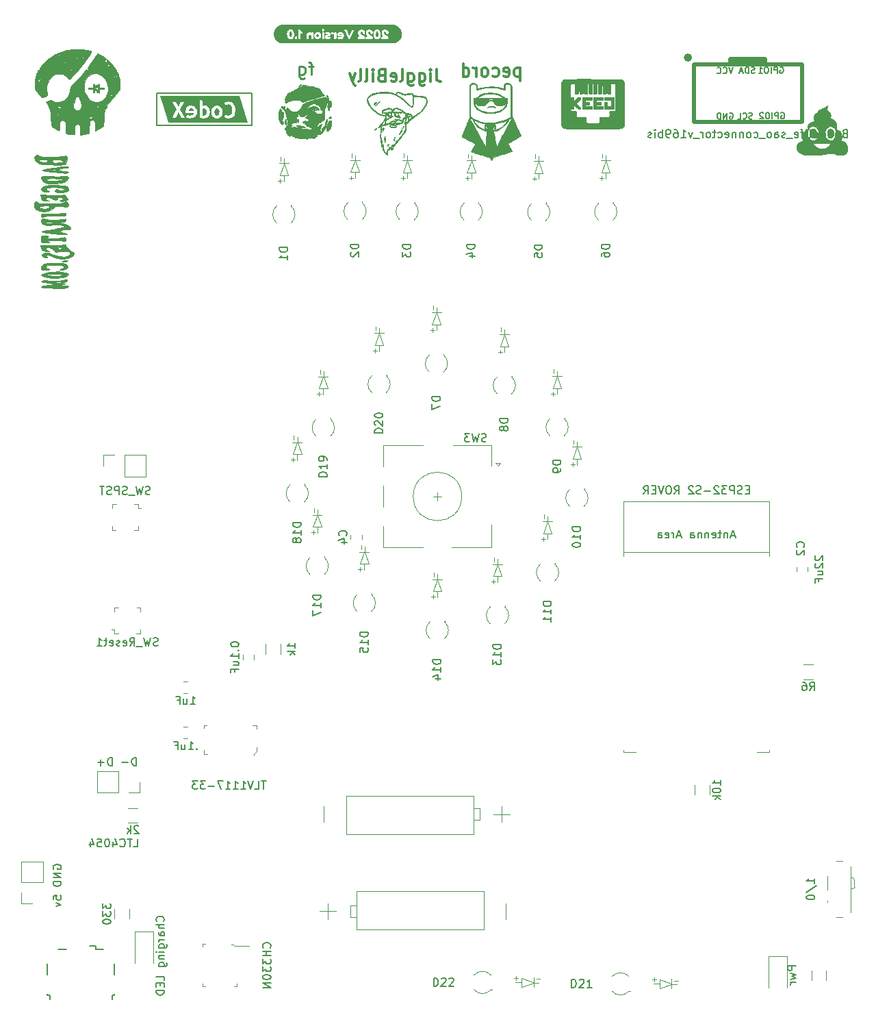
<source format=gbr>
%TF.GenerationSoftware,KiCad,Pcbnew,(6.0.1)*%
%TF.CreationDate,2022-07-03T20:58:27-05:00*%
%TF.ProjectId,BsidesKC-2022-Safe-Badge,42736964-6573-44b4-932d-323032322d53,1.0*%
%TF.SameCoordinates,Original*%
%TF.FileFunction,Legend,Bot*%
%TF.FilePolarity,Positive*%
%FSLAX46Y46*%
G04 Gerber Fmt 4.6, Leading zero omitted, Abs format (unit mm)*
G04 Created by KiCad (PCBNEW (6.0.1)) date 2022-07-03 20:58:27*
%MOMM*%
%LPD*%
G01*
G04 APERTURE LIST*
%ADD10C,0.150000*%
%ADD11C,0.250000*%
%ADD12C,0.300000*%
%ADD13C,0.120000*%
%ADD14C,0.500000*%
%ADD15C,0.010000*%
%ADD16C,0.100000*%
G04 APERTURE END LIST*
D10*
X125374400Y-40970200D02*
X113639600Y-40970200D01*
X113639600Y-40970200D02*
X113639600Y-36931600D01*
X113639600Y-36931600D02*
X125374400Y-36931600D01*
X125374400Y-36931600D02*
X125374400Y-40970200D01*
%TO.C,1/0*%
X195002380Y-134635714D02*
X195002380Y-134064285D01*
X195002380Y-134350000D02*
X194002380Y-134350000D01*
X194145238Y-134254761D01*
X194240476Y-134159523D01*
X194288095Y-134064285D01*
X193954761Y-135778571D02*
X195240476Y-134921428D01*
X194002380Y-136302380D02*
X194002380Y-136397619D01*
X194050000Y-136492857D01*
X194097619Y-136540476D01*
X194192857Y-136588095D01*
X194383333Y-136635714D01*
X194621428Y-136635714D01*
X194811904Y-136588095D01*
X194907142Y-136540476D01*
X194954761Y-136492857D01*
X195002380Y-136397619D01*
X195002380Y-136302380D01*
X194954761Y-136207142D01*
X194907142Y-136159523D01*
X194811904Y-136111904D01*
X194621428Y-136064285D01*
X194383333Y-136064285D01*
X194192857Y-136111904D01*
X194097619Y-136159523D01*
X194050000Y-136207142D01*
X194002380Y-136302380D01*
%TO.C,X1*%
X198736390Y-41925971D02*
X198593533Y-41973590D01*
X198545914Y-42021209D01*
X198498295Y-42116447D01*
X198498295Y-42259304D01*
X198545914Y-42354542D01*
X198593533Y-42402161D01*
X198688771Y-42449780D01*
X199069723Y-42449780D01*
X199069723Y-41449780D01*
X198736390Y-41449780D01*
X198641152Y-41497400D01*
X198593533Y-41545019D01*
X198545914Y-41640257D01*
X198545914Y-41735495D01*
X198593533Y-41830733D01*
X198641152Y-41878352D01*
X198736390Y-41925971D01*
X199069723Y-41925971D01*
X197641152Y-42449780D02*
X197641152Y-41925971D01*
X197688771Y-41830733D01*
X197784009Y-41783114D01*
X197974485Y-41783114D01*
X198069723Y-41830733D01*
X197641152Y-42402161D02*
X197736390Y-42449780D01*
X197974485Y-42449780D01*
X198069723Y-42402161D01*
X198117342Y-42306923D01*
X198117342Y-42211685D01*
X198069723Y-42116447D01*
X197974485Y-42068828D01*
X197736390Y-42068828D01*
X197641152Y-42021209D01*
X196736390Y-42449780D02*
X196736390Y-41449780D01*
X196736390Y-42402161D02*
X196831628Y-42449780D01*
X197022104Y-42449780D01*
X197117342Y-42402161D01*
X197164961Y-42354542D01*
X197212580Y-42259304D01*
X197212580Y-41973590D01*
X197164961Y-41878352D01*
X197117342Y-41830733D01*
X197022104Y-41783114D01*
X196831628Y-41783114D01*
X196736390Y-41830733D01*
X195831628Y-41783114D02*
X195831628Y-42592638D01*
X195879247Y-42687876D01*
X195926866Y-42735495D01*
X196022104Y-42783114D01*
X196164961Y-42783114D01*
X196260200Y-42735495D01*
X195831628Y-42402161D02*
X195926866Y-42449780D01*
X196117342Y-42449780D01*
X196212580Y-42402161D01*
X196260200Y-42354542D01*
X196307819Y-42259304D01*
X196307819Y-41973590D01*
X196260200Y-41878352D01*
X196212580Y-41830733D01*
X196117342Y-41783114D01*
X195926866Y-41783114D01*
X195831628Y-41830733D01*
X194974485Y-42402161D02*
X195069723Y-42449780D01*
X195260200Y-42449780D01*
X195355438Y-42402161D01*
X195403057Y-42306923D01*
X195403057Y-41925971D01*
X195355438Y-41830733D01*
X195260200Y-41783114D01*
X195069723Y-41783114D01*
X194974485Y-41830733D01*
X194926866Y-41925971D01*
X194926866Y-42021209D01*
X195403057Y-42116447D01*
X194355438Y-42449780D02*
X194450676Y-42402161D01*
X194498295Y-42306923D01*
X194498295Y-41449780D01*
X193974485Y-42449780D02*
X193974485Y-41783114D01*
X193974485Y-41449780D02*
X194022104Y-41497400D01*
X193974485Y-41545019D01*
X193926866Y-41497400D01*
X193974485Y-41449780D01*
X193974485Y-41545019D01*
X193641152Y-41783114D02*
X193260200Y-41783114D01*
X193498295Y-42449780D02*
X193498295Y-41592638D01*
X193450676Y-41497400D01*
X193355438Y-41449780D01*
X193260200Y-41449780D01*
X192545914Y-42402161D02*
X192641152Y-42449780D01*
X192831628Y-42449780D01*
X192926866Y-42402161D01*
X192974485Y-42306923D01*
X192974485Y-41925971D01*
X192926866Y-41830733D01*
X192831628Y-41783114D01*
X192641152Y-41783114D01*
X192545914Y-41830733D01*
X192498295Y-41925971D01*
X192498295Y-42021209D01*
X192974485Y-42116447D01*
X192307819Y-42545019D02*
X191545914Y-42545019D01*
X191355438Y-42402161D02*
X191260200Y-42449780D01*
X191069723Y-42449780D01*
X190974485Y-42402161D01*
X190926866Y-42306923D01*
X190926866Y-42259304D01*
X190974485Y-42164066D01*
X191069723Y-42116447D01*
X191212580Y-42116447D01*
X191307819Y-42068828D01*
X191355438Y-41973590D01*
X191355438Y-41925971D01*
X191307819Y-41830733D01*
X191212580Y-41783114D01*
X191069723Y-41783114D01*
X190974485Y-41830733D01*
X190069723Y-42449780D02*
X190069723Y-41925971D01*
X190117342Y-41830733D01*
X190212580Y-41783114D01*
X190403057Y-41783114D01*
X190498295Y-41830733D01*
X190069723Y-42402161D02*
X190164961Y-42449780D01*
X190403057Y-42449780D01*
X190498295Y-42402161D01*
X190545914Y-42306923D01*
X190545914Y-42211685D01*
X190498295Y-42116447D01*
X190403057Y-42068828D01*
X190164961Y-42068828D01*
X190069723Y-42021209D01*
X189450676Y-42449780D02*
X189545914Y-42402161D01*
X189593533Y-42354542D01*
X189641152Y-42259304D01*
X189641152Y-41973590D01*
X189593533Y-41878352D01*
X189545914Y-41830733D01*
X189450676Y-41783114D01*
X189307819Y-41783114D01*
X189212580Y-41830733D01*
X189164961Y-41878352D01*
X189117342Y-41973590D01*
X189117342Y-42259304D01*
X189164961Y-42354542D01*
X189212580Y-42402161D01*
X189307819Y-42449780D01*
X189450676Y-42449780D01*
X188926866Y-42545019D02*
X188164961Y-42545019D01*
X187498295Y-42402161D02*
X187593533Y-42449780D01*
X187784009Y-42449780D01*
X187879247Y-42402161D01*
X187926866Y-42354542D01*
X187974485Y-42259304D01*
X187974485Y-41973590D01*
X187926866Y-41878352D01*
X187879247Y-41830733D01*
X187784009Y-41783114D01*
X187593533Y-41783114D01*
X187498295Y-41830733D01*
X186926866Y-42449780D02*
X187022104Y-42402161D01*
X187069723Y-42354542D01*
X187117342Y-42259304D01*
X187117342Y-41973590D01*
X187069723Y-41878352D01*
X187022104Y-41830733D01*
X186926866Y-41783114D01*
X186784009Y-41783114D01*
X186688771Y-41830733D01*
X186641152Y-41878352D01*
X186593533Y-41973590D01*
X186593533Y-42259304D01*
X186641152Y-42354542D01*
X186688771Y-42402161D01*
X186784009Y-42449780D01*
X186926866Y-42449780D01*
X186164961Y-41783114D02*
X186164961Y-42449780D01*
X186164961Y-41878352D02*
X186117342Y-41830733D01*
X186022104Y-41783114D01*
X185879247Y-41783114D01*
X185784009Y-41830733D01*
X185736390Y-41925971D01*
X185736390Y-42449780D01*
X185260200Y-41783114D02*
X185260200Y-42449780D01*
X185260200Y-41878352D02*
X185212580Y-41830733D01*
X185117342Y-41783114D01*
X184974485Y-41783114D01*
X184879247Y-41830733D01*
X184831628Y-41925971D01*
X184831628Y-42449780D01*
X183974485Y-42402161D02*
X184069723Y-42449780D01*
X184260200Y-42449780D01*
X184355438Y-42402161D01*
X184403057Y-42306923D01*
X184403057Y-41925971D01*
X184355438Y-41830733D01*
X184260200Y-41783114D01*
X184069723Y-41783114D01*
X183974485Y-41830733D01*
X183926866Y-41925971D01*
X183926866Y-42021209D01*
X184403057Y-42116447D01*
X183069723Y-42402161D02*
X183164961Y-42449780D01*
X183355438Y-42449780D01*
X183450676Y-42402161D01*
X183498295Y-42354542D01*
X183545914Y-42259304D01*
X183545914Y-41973590D01*
X183498295Y-41878352D01*
X183450676Y-41830733D01*
X183355438Y-41783114D01*
X183164961Y-41783114D01*
X183069723Y-41830733D01*
X182784009Y-41783114D02*
X182403057Y-41783114D01*
X182641152Y-41449780D02*
X182641152Y-42306923D01*
X182593533Y-42402161D01*
X182498295Y-42449780D01*
X182403057Y-42449780D01*
X181926866Y-42449780D02*
X182022104Y-42402161D01*
X182069723Y-42354542D01*
X182117342Y-42259304D01*
X182117342Y-41973590D01*
X182069723Y-41878352D01*
X182022104Y-41830733D01*
X181926866Y-41783114D01*
X181784009Y-41783114D01*
X181688771Y-41830733D01*
X181641152Y-41878352D01*
X181593533Y-41973590D01*
X181593533Y-42259304D01*
X181641152Y-42354542D01*
X181688771Y-42402161D01*
X181784009Y-42449780D01*
X181926866Y-42449780D01*
X181164961Y-42449780D02*
X181164961Y-41783114D01*
X181164961Y-41973590D02*
X181117342Y-41878352D01*
X181069723Y-41830733D01*
X180974485Y-41783114D01*
X180879247Y-41783114D01*
X180784009Y-42545019D02*
X180022104Y-42545019D01*
X179879247Y-41783114D02*
X179641152Y-42449780D01*
X179403057Y-41783114D01*
X178498295Y-42449780D02*
X179069723Y-42449780D01*
X178784009Y-42449780D02*
X178784009Y-41449780D01*
X178879247Y-41592638D01*
X178974485Y-41687876D01*
X179069723Y-41735495D01*
X177641152Y-41449780D02*
X177831628Y-41449780D01*
X177926866Y-41497400D01*
X177974485Y-41545019D01*
X178069723Y-41687876D01*
X178117342Y-41878352D01*
X178117342Y-42259304D01*
X178069723Y-42354542D01*
X178022104Y-42402161D01*
X177926866Y-42449780D01*
X177736390Y-42449780D01*
X177641152Y-42402161D01*
X177593533Y-42354542D01*
X177545914Y-42259304D01*
X177545914Y-42021209D01*
X177593533Y-41925971D01*
X177641152Y-41878352D01*
X177736390Y-41830733D01*
X177926866Y-41830733D01*
X178022104Y-41878352D01*
X178069723Y-41925971D01*
X178117342Y-42021209D01*
X177069723Y-42449780D02*
X176879247Y-42449780D01*
X176784009Y-42402161D01*
X176736390Y-42354542D01*
X176641152Y-42211685D01*
X176593533Y-42021209D01*
X176593533Y-41640257D01*
X176641152Y-41545019D01*
X176688771Y-41497400D01*
X176784009Y-41449780D01*
X176974485Y-41449780D01*
X177069723Y-41497400D01*
X177117342Y-41545019D01*
X177164961Y-41640257D01*
X177164961Y-41878352D01*
X177117342Y-41973590D01*
X177069723Y-42021209D01*
X176974485Y-42068828D01*
X176784009Y-42068828D01*
X176688771Y-42021209D01*
X176641152Y-41973590D01*
X176593533Y-41878352D01*
X176164961Y-42449780D02*
X176164961Y-41449780D01*
X176164961Y-41830733D02*
X176069723Y-41783114D01*
X175879247Y-41783114D01*
X175784009Y-41830733D01*
X175736390Y-41878352D01*
X175688771Y-41973590D01*
X175688771Y-42259304D01*
X175736390Y-42354542D01*
X175784009Y-42402161D01*
X175879247Y-42449780D01*
X176069723Y-42449780D01*
X176164961Y-42402161D01*
X175260200Y-42449780D02*
X175260200Y-41783114D01*
X175260200Y-41449780D02*
X175307819Y-41497400D01*
X175260200Y-41545019D01*
X175212580Y-41497400D01*
X175260200Y-41449780D01*
X175260200Y-41545019D01*
X174831628Y-42402161D02*
X174736390Y-42449780D01*
X174545914Y-42449780D01*
X174450676Y-42402161D01*
X174403057Y-42306923D01*
X174403057Y-42259304D01*
X174450676Y-42164066D01*
X174545914Y-42116447D01*
X174688771Y-42116447D01*
X174784009Y-42068828D01*
X174831628Y-41973590D01*
X174831628Y-41925971D01*
X174784009Y-41830733D01*
X174688771Y-41783114D01*
X174545914Y-41783114D01*
X174450676Y-41830733D01*
X184884600Y-33742485D02*
X184634600Y-34492485D01*
X184384600Y-33742485D01*
X183706028Y-34421057D02*
X183741742Y-34456771D01*
X183848885Y-34492485D01*
X183920314Y-34492485D01*
X184027457Y-34456771D01*
X184098885Y-34385342D01*
X184134600Y-34313914D01*
X184170314Y-34171057D01*
X184170314Y-34063914D01*
X184134600Y-33921057D01*
X184098885Y-33849628D01*
X184027457Y-33778200D01*
X183920314Y-33742485D01*
X183848885Y-33742485D01*
X183741742Y-33778200D01*
X183706028Y-33813914D01*
X182956028Y-34421057D02*
X182991742Y-34456771D01*
X183098885Y-34492485D01*
X183170314Y-34492485D01*
X183277457Y-34456771D01*
X183348885Y-34385342D01*
X183384600Y-34313914D01*
X183420314Y-34171057D01*
X183420314Y-34063914D01*
X183384600Y-33921057D01*
X183348885Y-33849628D01*
X183277457Y-33778200D01*
X183170314Y-33742485D01*
X183098885Y-33742485D01*
X182991742Y-33778200D01*
X182956028Y-33813914D01*
X190732142Y-33752800D02*
X190803571Y-33717085D01*
X190910714Y-33717085D01*
X191017857Y-33752800D01*
X191089285Y-33824228D01*
X191125000Y-33895657D01*
X191160714Y-34038514D01*
X191160714Y-34145657D01*
X191125000Y-34288514D01*
X191089285Y-34359942D01*
X191017857Y-34431371D01*
X190910714Y-34467085D01*
X190839285Y-34467085D01*
X190732142Y-34431371D01*
X190696428Y-34395657D01*
X190696428Y-34145657D01*
X190839285Y-34145657D01*
X190375000Y-34467085D02*
X190375000Y-33717085D01*
X190089285Y-33717085D01*
X190017857Y-33752800D01*
X189982142Y-33788514D01*
X189946428Y-33859942D01*
X189946428Y-33967085D01*
X189982142Y-34038514D01*
X190017857Y-34074228D01*
X190089285Y-34109942D01*
X190375000Y-34109942D01*
X189625000Y-34467085D02*
X189625000Y-33717085D01*
X189125000Y-33717085D02*
X188982142Y-33717085D01*
X188910714Y-33752800D01*
X188839285Y-33824228D01*
X188803571Y-33967085D01*
X188803571Y-34217085D01*
X188839285Y-34359942D01*
X188910714Y-34431371D01*
X188982142Y-34467085D01*
X189125000Y-34467085D01*
X189196428Y-34431371D01*
X189267857Y-34359942D01*
X189303571Y-34217085D01*
X189303571Y-33967085D01*
X189267857Y-33824228D01*
X189196428Y-33752800D01*
X189125000Y-33717085D01*
X188089285Y-34467085D02*
X188517857Y-34467085D01*
X188303571Y-34467085D02*
X188303571Y-33717085D01*
X188375000Y-33824228D01*
X188446428Y-33895657D01*
X188517857Y-33931371D01*
X184506828Y-39417000D02*
X184578257Y-39381285D01*
X184685400Y-39381285D01*
X184792542Y-39417000D01*
X184863971Y-39488428D01*
X184899685Y-39559857D01*
X184935400Y-39702714D01*
X184935400Y-39809857D01*
X184899685Y-39952714D01*
X184863971Y-40024142D01*
X184792542Y-40095571D01*
X184685400Y-40131285D01*
X184613971Y-40131285D01*
X184506828Y-40095571D01*
X184471114Y-40059857D01*
X184471114Y-39809857D01*
X184613971Y-39809857D01*
X184149685Y-40131285D02*
X184149685Y-39381285D01*
X183721114Y-40131285D01*
X183721114Y-39381285D01*
X183363971Y-40131285D02*
X183363971Y-39381285D01*
X183185400Y-39381285D01*
X183078257Y-39417000D01*
X183006828Y-39488428D01*
X182971114Y-39559857D01*
X182935400Y-39702714D01*
X182935400Y-39809857D01*
X182971114Y-39952714D01*
X183006828Y-40024142D01*
X183078257Y-40095571D01*
X183185400Y-40131285D01*
X183363971Y-40131285D01*
X187589314Y-34431371D02*
X187482171Y-34467085D01*
X187303600Y-34467085D01*
X187232171Y-34431371D01*
X187196457Y-34395657D01*
X187160742Y-34324228D01*
X187160742Y-34252800D01*
X187196457Y-34181371D01*
X187232171Y-34145657D01*
X187303600Y-34109942D01*
X187446457Y-34074228D01*
X187517885Y-34038514D01*
X187553600Y-34002800D01*
X187589314Y-33931371D01*
X187589314Y-33859942D01*
X187553600Y-33788514D01*
X187517885Y-33752800D01*
X187446457Y-33717085D01*
X187267885Y-33717085D01*
X187160742Y-33752800D01*
X186839314Y-34467085D02*
X186839314Y-33717085D01*
X186660742Y-33717085D01*
X186553600Y-33752800D01*
X186482171Y-33824228D01*
X186446457Y-33895657D01*
X186410742Y-34038514D01*
X186410742Y-34145657D01*
X186446457Y-34288514D01*
X186482171Y-34359942D01*
X186553600Y-34431371D01*
X186660742Y-34467085D01*
X186839314Y-34467085D01*
X186125028Y-34252800D02*
X185767885Y-34252800D01*
X186196457Y-34467085D02*
X185946457Y-33717085D01*
X185696457Y-34467085D01*
X187317457Y-40095571D02*
X187210314Y-40131285D01*
X187031742Y-40131285D01*
X186960314Y-40095571D01*
X186924600Y-40059857D01*
X186888885Y-39988428D01*
X186888885Y-39917000D01*
X186924600Y-39845571D01*
X186960314Y-39809857D01*
X187031742Y-39774142D01*
X187174600Y-39738428D01*
X187246028Y-39702714D01*
X187281742Y-39667000D01*
X187317457Y-39595571D01*
X187317457Y-39524142D01*
X187281742Y-39452714D01*
X187246028Y-39417000D01*
X187174600Y-39381285D01*
X186996028Y-39381285D01*
X186888885Y-39417000D01*
X186138885Y-40059857D02*
X186174600Y-40095571D01*
X186281742Y-40131285D01*
X186353171Y-40131285D01*
X186460314Y-40095571D01*
X186531742Y-40024142D01*
X186567457Y-39952714D01*
X186603171Y-39809857D01*
X186603171Y-39702714D01*
X186567457Y-39559857D01*
X186531742Y-39488428D01*
X186460314Y-39417000D01*
X186353171Y-39381285D01*
X186281742Y-39381285D01*
X186174600Y-39417000D01*
X186138885Y-39452714D01*
X185460314Y-40131285D02*
X185817457Y-40131285D01*
X185817457Y-39381285D01*
X190859142Y-39391600D02*
X190930571Y-39355885D01*
X191037714Y-39355885D01*
X191144857Y-39391600D01*
X191216285Y-39463028D01*
X191252000Y-39534457D01*
X191287714Y-39677314D01*
X191287714Y-39784457D01*
X191252000Y-39927314D01*
X191216285Y-39998742D01*
X191144857Y-40070171D01*
X191037714Y-40105885D01*
X190966285Y-40105885D01*
X190859142Y-40070171D01*
X190823428Y-40034457D01*
X190823428Y-39784457D01*
X190966285Y-39784457D01*
X190502000Y-40105885D02*
X190502000Y-39355885D01*
X190216285Y-39355885D01*
X190144857Y-39391600D01*
X190109142Y-39427314D01*
X190073428Y-39498742D01*
X190073428Y-39605885D01*
X190109142Y-39677314D01*
X190144857Y-39713028D01*
X190216285Y-39748742D01*
X190502000Y-39748742D01*
X189752000Y-40105885D02*
X189752000Y-39355885D01*
X189252000Y-39355885D02*
X189109142Y-39355885D01*
X189037714Y-39391600D01*
X188966285Y-39463028D01*
X188930571Y-39605885D01*
X188930571Y-39855885D01*
X188966285Y-39998742D01*
X189037714Y-40070171D01*
X189109142Y-40105885D01*
X189252000Y-40105885D01*
X189323428Y-40070171D01*
X189394857Y-39998742D01*
X189430571Y-39855885D01*
X189430571Y-39605885D01*
X189394857Y-39463028D01*
X189323428Y-39391600D01*
X189252000Y-39355885D01*
X188644857Y-39427314D02*
X188609142Y-39391600D01*
X188537714Y-39355885D01*
X188359142Y-39355885D01*
X188287714Y-39391600D01*
X188252000Y-39427314D01*
X188216285Y-39498742D01*
X188216285Y-39570171D01*
X188252000Y-39677314D01*
X188680571Y-40105885D01*
X188216285Y-40105885D01*
%TO.C,D1*%
X129802380Y-56037904D02*
X128802380Y-56037904D01*
X128802380Y-56276000D01*
X128850000Y-56418857D01*
X128945238Y-56514095D01*
X129040476Y-56561714D01*
X129230952Y-56609333D01*
X129373809Y-56609333D01*
X129564285Y-56561714D01*
X129659523Y-56514095D01*
X129754761Y-56418857D01*
X129802380Y-56276000D01*
X129802380Y-56037904D01*
X129802380Y-57561714D02*
X129802380Y-56990285D01*
X129802380Y-57276000D02*
X128802380Y-57276000D01*
X128945238Y-57180761D01*
X129040476Y-57085523D01*
X129088095Y-56990285D01*
%TO.C,D5*%
X161327380Y-55737904D02*
X160327380Y-55737904D01*
X160327380Y-55976000D01*
X160375000Y-56118857D01*
X160470238Y-56214095D01*
X160565476Y-56261714D01*
X160755952Y-56309333D01*
X160898809Y-56309333D01*
X161089285Y-56261714D01*
X161184523Y-56214095D01*
X161279761Y-56118857D01*
X161327380Y-55976000D01*
X161327380Y-55737904D01*
X160327380Y-57214095D02*
X160327380Y-56737904D01*
X160803571Y-56690285D01*
X160755952Y-56737904D01*
X160708333Y-56833142D01*
X160708333Y-57071238D01*
X160755952Y-57166476D01*
X160803571Y-57214095D01*
X160898809Y-57261714D01*
X161136904Y-57261714D01*
X161232142Y-57214095D01*
X161279761Y-57166476D01*
X161327380Y-57071238D01*
X161327380Y-56833142D01*
X161279761Y-56737904D01*
X161232142Y-56690285D01*
%TO.C,D2*%
X138602380Y-55637904D02*
X137602380Y-55637904D01*
X137602380Y-55876000D01*
X137650000Y-56018857D01*
X137745238Y-56114095D01*
X137840476Y-56161714D01*
X138030952Y-56209333D01*
X138173809Y-56209333D01*
X138364285Y-56161714D01*
X138459523Y-56114095D01*
X138554761Y-56018857D01*
X138602380Y-55876000D01*
X138602380Y-55637904D01*
X137697619Y-56590285D02*
X137650000Y-56637904D01*
X137602380Y-56733142D01*
X137602380Y-56971238D01*
X137650000Y-57066476D01*
X137697619Y-57114095D01*
X137792857Y-57161714D01*
X137888095Y-57161714D01*
X138030952Y-57114095D01*
X138602380Y-56542666D01*
X138602380Y-57161714D01*
D11*
%TO.C,G\u002A\u002A\u002A*%
X132991620Y-33629868D02*
X132404953Y-33629868D01*
X132771620Y-34656534D02*
X132771620Y-33336534D01*
X132698286Y-33189868D01*
X132551620Y-33116534D01*
X132404953Y-33116534D01*
X131231620Y-33629868D02*
X131231620Y-34876534D01*
X131304953Y-35023201D01*
X131378286Y-35096534D01*
X131524953Y-35169868D01*
X131744953Y-35169868D01*
X131891620Y-35096534D01*
X131231620Y-34583201D02*
X131378286Y-34656534D01*
X131671620Y-34656534D01*
X131818286Y-34583201D01*
X131891620Y-34509868D01*
X131964953Y-34363201D01*
X131964953Y-33923201D01*
X131891620Y-33776534D01*
X131818286Y-33703201D01*
X131671620Y-33629868D01*
X131378286Y-33629868D01*
X131231620Y-33703201D01*
D10*
%TO.C,D15*%
X139752380Y-103586714D02*
X138752380Y-103586714D01*
X138752380Y-103824809D01*
X138800000Y-103967666D01*
X138895238Y-104062904D01*
X138990476Y-104110523D01*
X139180952Y-104158142D01*
X139323809Y-104158142D01*
X139514285Y-104110523D01*
X139609523Y-104062904D01*
X139704761Y-103967666D01*
X139752380Y-103824809D01*
X139752380Y-103586714D01*
X139752380Y-105110523D02*
X139752380Y-104539095D01*
X139752380Y-104824809D02*
X138752380Y-104824809D01*
X138895238Y-104729571D01*
X138990476Y-104634333D01*
X139038095Y-104539095D01*
X138752380Y-106015285D02*
X138752380Y-105539095D01*
X139228571Y-105491476D01*
X139180952Y-105539095D01*
X139133333Y-105634333D01*
X139133333Y-105872428D01*
X139180952Y-105967666D01*
X139228571Y-106015285D01*
X139323809Y-106062904D01*
X139561904Y-106062904D01*
X139657142Y-106015285D01*
X139704761Y-105967666D01*
X139752380Y-105872428D01*
X139752380Y-105634333D01*
X139704761Y-105539095D01*
X139657142Y-105491476D01*
%TO.C,D18*%
X131452380Y-90036714D02*
X130452380Y-90036714D01*
X130452380Y-90274809D01*
X130500000Y-90417666D01*
X130595238Y-90512904D01*
X130690476Y-90560523D01*
X130880952Y-90608142D01*
X131023809Y-90608142D01*
X131214285Y-90560523D01*
X131309523Y-90512904D01*
X131404761Y-90417666D01*
X131452380Y-90274809D01*
X131452380Y-90036714D01*
X131452380Y-91560523D02*
X131452380Y-90989095D01*
X131452380Y-91274809D02*
X130452380Y-91274809D01*
X130595238Y-91179571D01*
X130690476Y-91084333D01*
X130738095Y-90989095D01*
X130880952Y-92131952D02*
X130833333Y-92036714D01*
X130785714Y-91989095D01*
X130690476Y-91941476D01*
X130642857Y-91941476D01*
X130547619Y-91989095D01*
X130500000Y-92036714D01*
X130452380Y-92131952D01*
X130452380Y-92322428D01*
X130500000Y-92417666D01*
X130547619Y-92465285D01*
X130642857Y-92512904D01*
X130690476Y-92512904D01*
X130785714Y-92465285D01*
X130833333Y-92417666D01*
X130880952Y-92322428D01*
X130880952Y-92131952D01*
X130928571Y-92036714D01*
X130976190Y-91989095D01*
X131071428Y-91941476D01*
X131261904Y-91941476D01*
X131357142Y-91989095D01*
X131404761Y-92036714D01*
X131452380Y-92131952D01*
X131452380Y-92322428D01*
X131404761Y-92417666D01*
X131357142Y-92465285D01*
X131261904Y-92512904D01*
X131071428Y-92512904D01*
X130976190Y-92465285D01*
X130928571Y-92417666D01*
X130880952Y-92322428D01*
D12*
%TO.C,G\u002A\u002A\u002A*%
X158561600Y-33858400D02*
X158561600Y-35398400D01*
X158561600Y-33931733D02*
X158414933Y-33858400D01*
X158121600Y-33858400D01*
X157974933Y-33931733D01*
X157901600Y-34005066D01*
X157828266Y-34151733D01*
X157828266Y-34591733D01*
X157901600Y-34738400D01*
X157974933Y-34811733D01*
X158121600Y-34885066D01*
X158414933Y-34885066D01*
X158561600Y-34811733D01*
X156581600Y-34811733D02*
X156728266Y-34885066D01*
X157021600Y-34885066D01*
X157168266Y-34811733D01*
X157241600Y-34665066D01*
X157241600Y-34078400D01*
X157168266Y-33931733D01*
X157021600Y-33858400D01*
X156728266Y-33858400D01*
X156581600Y-33931733D01*
X156508266Y-34078400D01*
X156508266Y-34225066D01*
X157241600Y-34371733D01*
X155188266Y-34811733D02*
X155334933Y-34885066D01*
X155628266Y-34885066D01*
X155774933Y-34811733D01*
X155848266Y-34738400D01*
X155921600Y-34591733D01*
X155921600Y-34151733D01*
X155848266Y-34005066D01*
X155774933Y-33931733D01*
X155628266Y-33858400D01*
X155334933Y-33858400D01*
X155188266Y-33931733D01*
X154308266Y-34885066D02*
X154454933Y-34811733D01*
X154528266Y-34738400D01*
X154601600Y-34591733D01*
X154601600Y-34151733D01*
X154528266Y-34005066D01*
X154454933Y-33931733D01*
X154308266Y-33858400D01*
X154088266Y-33858400D01*
X153941600Y-33931733D01*
X153868266Y-34005066D01*
X153794933Y-34151733D01*
X153794933Y-34591733D01*
X153868266Y-34738400D01*
X153941600Y-34811733D01*
X154088266Y-34885066D01*
X154308266Y-34885066D01*
X153134933Y-34885066D02*
X153134933Y-33858400D01*
X153134933Y-34151733D02*
X153061600Y-34005066D01*
X152988266Y-33931733D01*
X152841600Y-33858400D01*
X152694933Y-33858400D01*
X151521600Y-34885066D02*
X151521600Y-33345066D01*
X151521600Y-34811733D02*
X151668266Y-34885066D01*
X151961600Y-34885066D01*
X152108266Y-34811733D01*
X152181600Y-34738400D01*
X152254933Y-34591733D01*
X152254933Y-34151733D01*
X152181600Y-34005066D01*
X152108266Y-33931733D01*
X151961600Y-33858400D01*
X151668266Y-33858400D01*
X151521600Y-33931733D01*
D10*
%TO.C,D17*%
X133927380Y-99011714D02*
X132927380Y-99011714D01*
X132927380Y-99249809D01*
X132975000Y-99392666D01*
X133070238Y-99487904D01*
X133165476Y-99535523D01*
X133355952Y-99583142D01*
X133498809Y-99583142D01*
X133689285Y-99535523D01*
X133784523Y-99487904D01*
X133879761Y-99392666D01*
X133927380Y-99249809D01*
X133927380Y-99011714D01*
X133927380Y-100535523D02*
X133927380Y-99964095D01*
X133927380Y-100249809D02*
X132927380Y-100249809D01*
X133070238Y-100154571D01*
X133165476Y-100059333D01*
X133213095Y-99964095D01*
X132927380Y-100868857D02*
X132927380Y-101535523D01*
X133927380Y-101106952D01*
%TO.C,D8*%
X157077380Y-77162904D02*
X156077380Y-77162904D01*
X156077380Y-77401000D01*
X156125000Y-77543857D01*
X156220238Y-77639095D01*
X156315476Y-77686714D01*
X156505952Y-77734333D01*
X156648809Y-77734333D01*
X156839285Y-77686714D01*
X156934523Y-77639095D01*
X157029761Y-77543857D01*
X157077380Y-77401000D01*
X157077380Y-77162904D01*
X156505952Y-78305761D02*
X156458333Y-78210523D01*
X156410714Y-78162904D01*
X156315476Y-78115285D01*
X156267857Y-78115285D01*
X156172619Y-78162904D01*
X156125000Y-78210523D01*
X156077380Y-78305761D01*
X156077380Y-78496238D01*
X156125000Y-78591476D01*
X156172619Y-78639095D01*
X156267857Y-78686714D01*
X156315476Y-78686714D01*
X156410714Y-78639095D01*
X156458333Y-78591476D01*
X156505952Y-78496238D01*
X156505952Y-78305761D01*
X156553571Y-78210523D01*
X156601190Y-78162904D01*
X156696428Y-78115285D01*
X156886904Y-78115285D01*
X156982142Y-78162904D01*
X157029761Y-78210523D01*
X157077380Y-78305761D01*
X157077380Y-78496238D01*
X157029761Y-78591476D01*
X156982142Y-78639095D01*
X156886904Y-78686714D01*
X156696428Y-78686714D01*
X156601190Y-78639095D01*
X156553571Y-78591476D01*
X156505952Y-78496238D01*
D12*
%TO.C,G\u002A\u002A\u002A*%
X148210305Y-34000707D02*
X148210305Y-35089279D01*
X148282876Y-35306993D01*
X148428019Y-35452136D01*
X148645733Y-35524707D01*
X148790876Y-35524707D01*
X147484590Y-35524707D02*
X147484590Y-34508707D01*
X147484590Y-34000707D02*
X147557162Y-34073279D01*
X147484590Y-34145850D01*
X147412019Y-34073279D01*
X147484590Y-34000707D01*
X147484590Y-34145850D01*
X146105733Y-34508707D02*
X146105733Y-35742421D01*
X146178305Y-35887564D01*
X146250876Y-35960136D01*
X146396019Y-36032707D01*
X146613733Y-36032707D01*
X146758876Y-35960136D01*
X146105733Y-35452136D02*
X146250876Y-35524707D01*
X146541162Y-35524707D01*
X146686305Y-35452136D01*
X146758876Y-35379564D01*
X146831447Y-35234421D01*
X146831447Y-34798993D01*
X146758876Y-34653850D01*
X146686305Y-34581279D01*
X146541162Y-34508707D01*
X146250876Y-34508707D01*
X146105733Y-34581279D01*
X144726876Y-34508707D02*
X144726876Y-35742421D01*
X144799447Y-35887564D01*
X144872019Y-35960136D01*
X145017162Y-36032707D01*
X145234876Y-36032707D01*
X145380019Y-35960136D01*
X144726876Y-35452136D02*
X144872019Y-35524707D01*
X145162305Y-35524707D01*
X145307447Y-35452136D01*
X145380019Y-35379564D01*
X145452590Y-35234421D01*
X145452590Y-34798993D01*
X145380019Y-34653850D01*
X145307447Y-34581279D01*
X145162305Y-34508707D01*
X144872019Y-34508707D01*
X144726876Y-34581279D01*
X143783447Y-35524707D02*
X143928590Y-35452136D01*
X144001162Y-35306993D01*
X144001162Y-34000707D01*
X142622305Y-35452136D02*
X142767447Y-35524707D01*
X143057733Y-35524707D01*
X143202876Y-35452136D01*
X143275447Y-35306993D01*
X143275447Y-34726421D01*
X143202876Y-34581279D01*
X143057733Y-34508707D01*
X142767447Y-34508707D01*
X142622305Y-34581279D01*
X142549733Y-34726421D01*
X142549733Y-34871564D01*
X143275447Y-35016707D01*
X141388590Y-34726421D02*
X141170876Y-34798993D01*
X141098305Y-34871564D01*
X141025733Y-35016707D01*
X141025733Y-35234421D01*
X141098305Y-35379564D01*
X141170876Y-35452136D01*
X141316019Y-35524707D01*
X141896590Y-35524707D01*
X141896590Y-34000707D01*
X141388590Y-34000707D01*
X141243447Y-34073279D01*
X141170876Y-34145850D01*
X141098305Y-34290993D01*
X141098305Y-34436136D01*
X141170876Y-34581279D01*
X141243447Y-34653850D01*
X141388590Y-34726421D01*
X141896590Y-34726421D01*
X140372590Y-35524707D02*
X140372590Y-34508707D01*
X140372590Y-34000707D02*
X140445162Y-34073279D01*
X140372590Y-34145850D01*
X140300019Y-34073279D01*
X140372590Y-34000707D01*
X140372590Y-34145850D01*
X139429162Y-35524707D02*
X139574305Y-35452136D01*
X139646876Y-35306993D01*
X139646876Y-34000707D01*
X138630876Y-35524707D02*
X138776019Y-35452136D01*
X138848590Y-35306993D01*
X138848590Y-34000707D01*
X138195447Y-34508707D02*
X137832590Y-35524707D01*
X137469733Y-34508707D02*
X137832590Y-35524707D01*
X137977733Y-35887564D01*
X138050305Y-35960136D01*
X138195447Y-36032707D01*
D10*
%TO.C,D20*%
X141577380Y-78965285D02*
X140577380Y-78965285D01*
X140577380Y-78727190D01*
X140625000Y-78584333D01*
X140720238Y-78489095D01*
X140815476Y-78441476D01*
X141005952Y-78393857D01*
X141148809Y-78393857D01*
X141339285Y-78441476D01*
X141434523Y-78489095D01*
X141529761Y-78584333D01*
X141577380Y-78727190D01*
X141577380Y-78965285D01*
X140672619Y-78012904D02*
X140625000Y-77965285D01*
X140577380Y-77870047D01*
X140577380Y-77631952D01*
X140625000Y-77536714D01*
X140672619Y-77489095D01*
X140767857Y-77441476D01*
X140863095Y-77441476D01*
X141005952Y-77489095D01*
X141577380Y-78060523D01*
X141577380Y-77441476D01*
X140577380Y-76822428D02*
X140577380Y-76727190D01*
X140625000Y-76631952D01*
X140672619Y-76584333D01*
X140767857Y-76536714D01*
X140958333Y-76489095D01*
X141196428Y-76489095D01*
X141386904Y-76536714D01*
X141482142Y-76584333D01*
X141529761Y-76631952D01*
X141577380Y-76727190D01*
X141577380Y-76822428D01*
X141529761Y-76917666D01*
X141482142Y-76965285D01*
X141386904Y-77012904D01*
X141196428Y-77060523D01*
X140958333Y-77060523D01*
X140767857Y-77012904D01*
X140672619Y-76965285D01*
X140625000Y-76917666D01*
X140577380Y-76822428D01*
%TO.C,D6*%
X169627380Y-55687904D02*
X168627380Y-55687904D01*
X168627380Y-55926000D01*
X168675000Y-56068857D01*
X168770238Y-56164095D01*
X168865476Y-56211714D01*
X169055952Y-56259333D01*
X169198809Y-56259333D01*
X169389285Y-56211714D01*
X169484523Y-56164095D01*
X169579761Y-56068857D01*
X169627380Y-55926000D01*
X169627380Y-55687904D01*
X168627380Y-57116476D02*
X168627380Y-56926000D01*
X168675000Y-56830761D01*
X168722619Y-56783142D01*
X168865476Y-56687904D01*
X169055952Y-56640285D01*
X169436904Y-56640285D01*
X169532142Y-56687904D01*
X169579761Y-56735523D01*
X169627380Y-56830761D01*
X169627380Y-57021238D01*
X169579761Y-57116476D01*
X169532142Y-57164095D01*
X169436904Y-57211714D01*
X169198809Y-57211714D01*
X169103571Y-57164095D01*
X169055952Y-57116476D01*
X169008333Y-57021238D01*
X169008333Y-56830761D01*
X169055952Y-56735523D01*
X169103571Y-56687904D01*
X169198809Y-56640285D01*
%TO.C,D14*%
X148777380Y-106961714D02*
X147777380Y-106961714D01*
X147777380Y-107199809D01*
X147825000Y-107342666D01*
X147920238Y-107437904D01*
X148015476Y-107485523D01*
X148205952Y-107533142D01*
X148348809Y-107533142D01*
X148539285Y-107485523D01*
X148634523Y-107437904D01*
X148729761Y-107342666D01*
X148777380Y-107199809D01*
X148777380Y-106961714D01*
X148777380Y-108485523D02*
X148777380Y-107914095D01*
X148777380Y-108199809D02*
X147777380Y-108199809D01*
X147920238Y-108104571D01*
X148015476Y-108009333D01*
X148063095Y-107914095D01*
X148110714Y-109342666D02*
X148777380Y-109342666D01*
X147729761Y-109104571D02*
X148444047Y-108866476D01*
X148444047Y-109485523D01*
%TO.C,D13*%
X156227380Y-105111714D02*
X155227380Y-105111714D01*
X155227380Y-105349809D01*
X155275000Y-105492666D01*
X155370238Y-105587904D01*
X155465476Y-105635523D01*
X155655952Y-105683142D01*
X155798809Y-105683142D01*
X155989285Y-105635523D01*
X156084523Y-105587904D01*
X156179761Y-105492666D01*
X156227380Y-105349809D01*
X156227380Y-105111714D01*
X156227380Y-106635523D02*
X156227380Y-106064095D01*
X156227380Y-106349809D02*
X155227380Y-106349809D01*
X155370238Y-106254571D01*
X155465476Y-106159333D01*
X155513095Y-106064095D01*
X155227380Y-106968857D02*
X155227380Y-107587904D01*
X155608333Y-107254571D01*
X155608333Y-107397428D01*
X155655952Y-107492666D01*
X155703571Y-107540285D01*
X155798809Y-107587904D01*
X156036904Y-107587904D01*
X156132142Y-107540285D01*
X156179761Y-107492666D01*
X156227380Y-107397428D01*
X156227380Y-107111714D01*
X156179761Y-107016476D01*
X156132142Y-106968857D01*
%TO.C,D7*%
X148677380Y-74462904D02*
X147677380Y-74462904D01*
X147677380Y-74701000D01*
X147725000Y-74843857D01*
X147820238Y-74939095D01*
X147915476Y-74986714D01*
X148105952Y-75034333D01*
X148248809Y-75034333D01*
X148439285Y-74986714D01*
X148534523Y-74939095D01*
X148629761Y-74843857D01*
X148677380Y-74701000D01*
X148677380Y-74462904D01*
X147677380Y-75367666D02*
X147677380Y-76034333D01*
X148677380Y-75605761D01*
%TO.C,D22*%
X147884714Y-147327380D02*
X147884714Y-146327380D01*
X148122809Y-146327380D01*
X148265666Y-146375000D01*
X148360904Y-146470238D01*
X148408523Y-146565476D01*
X148456142Y-146755952D01*
X148456142Y-146898809D01*
X148408523Y-147089285D01*
X148360904Y-147184523D01*
X148265666Y-147279761D01*
X148122809Y-147327380D01*
X147884714Y-147327380D01*
X148837095Y-146422619D02*
X148884714Y-146375000D01*
X148979952Y-146327380D01*
X149218047Y-146327380D01*
X149313285Y-146375000D01*
X149360904Y-146422619D01*
X149408523Y-146517857D01*
X149408523Y-146613095D01*
X149360904Y-146755952D01*
X148789476Y-147327380D01*
X149408523Y-147327380D01*
X149789476Y-146422619D02*
X149837095Y-146375000D01*
X149932333Y-146327380D01*
X150170428Y-146327380D01*
X150265666Y-146375000D01*
X150313285Y-146422619D01*
X150360904Y-146517857D01*
X150360904Y-146613095D01*
X150313285Y-146755952D01*
X149741857Y-147327380D01*
X150360904Y-147327380D01*
%TO.C,D9*%
X163602380Y-82337904D02*
X162602380Y-82337904D01*
X162602380Y-82576000D01*
X162650000Y-82718857D01*
X162745238Y-82814095D01*
X162840476Y-82861714D01*
X163030952Y-82909333D01*
X163173809Y-82909333D01*
X163364285Y-82861714D01*
X163459523Y-82814095D01*
X163554761Y-82718857D01*
X163602380Y-82576000D01*
X163602380Y-82337904D01*
X163602380Y-83385523D02*
X163602380Y-83576000D01*
X163554761Y-83671238D01*
X163507142Y-83718857D01*
X163364285Y-83814095D01*
X163173809Y-83861714D01*
X162792857Y-83861714D01*
X162697619Y-83814095D01*
X162650000Y-83766476D01*
X162602380Y-83671238D01*
X162602380Y-83480761D01*
X162650000Y-83385523D01*
X162697619Y-83337904D01*
X162792857Y-83290285D01*
X163030952Y-83290285D01*
X163126190Y-83337904D01*
X163173809Y-83385523D01*
X163221428Y-83480761D01*
X163221428Y-83671238D01*
X163173809Y-83766476D01*
X163126190Y-83814095D01*
X163030952Y-83861714D01*
%TO.C,D3*%
X145052380Y-55662904D02*
X144052380Y-55662904D01*
X144052380Y-55901000D01*
X144100000Y-56043857D01*
X144195238Y-56139095D01*
X144290476Y-56186714D01*
X144480952Y-56234333D01*
X144623809Y-56234333D01*
X144814285Y-56186714D01*
X144909523Y-56139095D01*
X145004761Y-56043857D01*
X145052380Y-55901000D01*
X145052380Y-55662904D01*
X144052380Y-56567666D02*
X144052380Y-57186714D01*
X144433333Y-56853380D01*
X144433333Y-56996238D01*
X144480952Y-57091476D01*
X144528571Y-57139095D01*
X144623809Y-57186714D01*
X144861904Y-57186714D01*
X144957142Y-57139095D01*
X145004761Y-57091476D01*
X145052380Y-56996238D01*
X145052380Y-56710523D01*
X145004761Y-56615285D01*
X144957142Y-56567666D01*
%TO.C,D21*%
X164948514Y-147502380D02*
X164948514Y-146502380D01*
X165186609Y-146502380D01*
X165329466Y-146550000D01*
X165424704Y-146645238D01*
X165472323Y-146740476D01*
X165519942Y-146930952D01*
X165519942Y-147073809D01*
X165472323Y-147264285D01*
X165424704Y-147359523D01*
X165329466Y-147454761D01*
X165186609Y-147502380D01*
X164948514Y-147502380D01*
X165900895Y-146597619D02*
X165948514Y-146550000D01*
X166043752Y-146502380D01*
X166281847Y-146502380D01*
X166377085Y-146550000D01*
X166424704Y-146597619D01*
X166472323Y-146692857D01*
X166472323Y-146788095D01*
X166424704Y-146930952D01*
X165853276Y-147502380D01*
X166472323Y-147502380D01*
X167424704Y-147502380D02*
X166853276Y-147502380D01*
X167138990Y-147502380D02*
X167138990Y-146502380D01*
X167043752Y-146645238D01*
X166948514Y-146740476D01*
X166853276Y-146788095D01*
%TO.C,D11*%
X162427380Y-99811714D02*
X161427380Y-99811714D01*
X161427380Y-100049809D01*
X161475000Y-100192666D01*
X161570238Y-100287904D01*
X161665476Y-100335523D01*
X161855952Y-100383142D01*
X161998809Y-100383142D01*
X162189285Y-100335523D01*
X162284523Y-100287904D01*
X162379761Y-100192666D01*
X162427380Y-100049809D01*
X162427380Y-99811714D01*
X162427380Y-101335523D02*
X162427380Y-100764095D01*
X162427380Y-101049809D02*
X161427380Y-101049809D01*
X161570238Y-100954571D01*
X161665476Y-100859333D01*
X161713095Y-100764095D01*
X162427380Y-102287904D02*
X162427380Y-101716476D01*
X162427380Y-102002190D02*
X161427380Y-102002190D01*
X161570238Y-101906952D01*
X161665476Y-101811714D01*
X161713095Y-101716476D01*
%TO.C,D10*%
X166052380Y-90586714D02*
X165052380Y-90586714D01*
X165052380Y-90824809D01*
X165100000Y-90967666D01*
X165195238Y-91062904D01*
X165290476Y-91110523D01*
X165480952Y-91158142D01*
X165623809Y-91158142D01*
X165814285Y-91110523D01*
X165909523Y-91062904D01*
X166004761Y-90967666D01*
X166052380Y-90824809D01*
X166052380Y-90586714D01*
X166052380Y-92110523D02*
X166052380Y-91539095D01*
X166052380Y-91824809D02*
X165052380Y-91824809D01*
X165195238Y-91729571D01*
X165290476Y-91634333D01*
X165338095Y-91539095D01*
X165052380Y-92729571D02*
X165052380Y-92824809D01*
X165100000Y-92920047D01*
X165147619Y-92967666D01*
X165242857Y-93015285D01*
X165433333Y-93062904D01*
X165671428Y-93062904D01*
X165861904Y-93015285D01*
X165957142Y-92967666D01*
X166004761Y-92920047D01*
X166052380Y-92824809D01*
X166052380Y-92729571D01*
X166004761Y-92634333D01*
X165957142Y-92586714D01*
X165861904Y-92539095D01*
X165671428Y-92491476D01*
X165433333Y-92491476D01*
X165242857Y-92539095D01*
X165147619Y-92586714D01*
X165100000Y-92634333D01*
X165052380Y-92729571D01*
%TO.C,D4*%
X152977380Y-55687904D02*
X151977380Y-55687904D01*
X151977380Y-55926000D01*
X152025000Y-56068857D01*
X152120238Y-56164095D01*
X152215476Y-56211714D01*
X152405952Y-56259333D01*
X152548809Y-56259333D01*
X152739285Y-56211714D01*
X152834523Y-56164095D01*
X152929761Y-56068857D01*
X152977380Y-55926000D01*
X152977380Y-55687904D01*
X152310714Y-57116476D02*
X152977380Y-57116476D01*
X151929761Y-56878380D02*
X152644047Y-56640285D01*
X152644047Y-57259333D01*
%TO.C,D19*%
X134677380Y-84340285D02*
X133677380Y-84340285D01*
X133677380Y-84102190D01*
X133725000Y-83959333D01*
X133820238Y-83864095D01*
X133915476Y-83816476D01*
X134105952Y-83768857D01*
X134248809Y-83768857D01*
X134439285Y-83816476D01*
X134534523Y-83864095D01*
X134629761Y-83959333D01*
X134677380Y-84102190D01*
X134677380Y-84340285D01*
X134677380Y-82816476D02*
X134677380Y-83387904D01*
X134677380Y-83102190D02*
X133677380Y-83102190D01*
X133820238Y-83197428D01*
X133915476Y-83292666D01*
X133963095Y-83387904D01*
X134677380Y-82340285D02*
X134677380Y-82149809D01*
X134629761Y-82054571D01*
X134582142Y-82006952D01*
X134439285Y-81911714D01*
X134248809Y-81864095D01*
X133867857Y-81864095D01*
X133772619Y-81911714D01*
X133725000Y-81959333D01*
X133677380Y-82054571D01*
X133677380Y-82245047D01*
X133725000Y-82340285D01*
X133772619Y-82387904D01*
X133867857Y-82435523D01*
X134105952Y-82435523D01*
X134201190Y-82387904D01*
X134248809Y-82340285D01*
X134296428Y-82245047D01*
X134296428Y-82054571D01*
X134248809Y-81959333D01*
X134201190Y-81911714D01*
X134105952Y-81864095D01*
%TO.C,D16*%
X192697380Y-144829761D02*
X191697380Y-144829761D01*
X191697380Y-145210714D01*
X191745000Y-145305952D01*
X191792619Y-145353571D01*
X191887857Y-145401190D01*
X192030714Y-145401190D01*
X192125952Y-145353571D01*
X192173571Y-145305952D01*
X192221190Y-145210714D01*
X192221190Y-144829761D01*
X192030714Y-145734523D02*
X192697380Y-145925000D01*
X192221190Y-146115476D01*
X192697380Y-146305952D01*
X192030714Y-146496428D01*
X192697380Y-146877380D02*
X192030714Y-146877380D01*
X192221190Y-146877380D02*
X192125952Y-146925000D01*
X192078333Y-146972619D01*
X192030714Y-147067857D01*
X192030714Y-147163095D01*
%TO.C,D12*%
X114453942Y-139322704D02*
X114501561Y-139275085D01*
X114549180Y-139132228D01*
X114549180Y-139036990D01*
X114501561Y-138894133D01*
X114406323Y-138798895D01*
X114311085Y-138751276D01*
X114120609Y-138703657D01*
X113977752Y-138703657D01*
X113787276Y-138751276D01*
X113692038Y-138798895D01*
X113596800Y-138894133D01*
X113549180Y-139036990D01*
X113549180Y-139132228D01*
X113596800Y-139275085D01*
X113644419Y-139322704D01*
X114549180Y-139751276D02*
X113549180Y-139751276D01*
X114549180Y-140179847D02*
X114025371Y-140179847D01*
X113930133Y-140132228D01*
X113882514Y-140036990D01*
X113882514Y-139894133D01*
X113930133Y-139798895D01*
X113977752Y-139751276D01*
X114549180Y-141084609D02*
X114025371Y-141084609D01*
X113930133Y-141036990D01*
X113882514Y-140941752D01*
X113882514Y-140751276D01*
X113930133Y-140656038D01*
X114501561Y-141084609D02*
X114549180Y-140989371D01*
X114549180Y-140751276D01*
X114501561Y-140656038D01*
X114406323Y-140608419D01*
X114311085Y-140608419D01*
X114215847Y-140656038D01*
X114168228Y-140751276D01*
X114168228Y-140989371D01*
X114120609Y-141084609D01*
X114549180Y-141560800D02*
X113882514Y-141560800D01*
X114072990Y-141560800D02*
X113977752Y-141608419D01*
X113930133Y-141656038D01*
X113882514Y-141751276D01*
X113882514Y-141846514D01*
X113882514Y-142608419D02*
X114692038Y-142608419D01*
X114787276Y-142560800D01*
X114834895Y-142513180D01*
X114882514Y-142417942D01*
X114882514Y-142275085D01*
X114834895Y-142179847D01*
X114501561Y-142608419D02*
X114549180Y-142513180D01*
X114549180Y-142322704D01*
X114501561Y-142227466D01*
X114453942Y-142179847D01*
X114358704Y-142132228D01*
X114072990Y-142132228D01*
X113977752Y-142179847D01*
X113930133Y-142227466D01*
X113882514Y-142322704D01*
X113882514Y-142513180D01*
X113930133Y-142608419D01*
X114549180Y-143084609D02*
X113882514Y-143084609D01*
X113549180Y-143084609D02*
X113596800Y-143036990D01*
X113644419Y-143084609D01*
X113596800Y-143132228D01*
X113549180Y-143084609D01*
X113644419Y-143084609D01*
X113882514Y-143560800D02*
X114549180Y-143560800D01*
X113977752Y-143560800D02*
X113930133Y-143608419D01*
X113882514Y-143703657D01*
X113882514Y-143846514D01*
X113930133Y-143941752D01*
X114025371Y-143989371D01*
X114549180Y-143989371D01*
X113882514Y-144894133D02*
X114692038Y-144894133D01*
X114787276Y-144846514D01*
X114834895Y-144798895D01*
X114882514Y-144703657D01*
X114882514Y-144560800D01*
X114834895Y-144465561D01*
X114501561Y-144894133D02*
X114549180Y-144798895D01*
X114549180Y-144608419D01*
X114501561Y-144513180D01*
X114453942Y-144465561D01*
X114358704Y-144417942D01*
X114072990Y-144417942D01*
X113977752Y-144465561D01*
X113930133Y-144513180D01*
X113882514Y-144608419D01*
X113882514Y-144798895D01*
X113930133Y-144894133D01*
X114549180Y-146608419D02*
X114549180Y-146132228D01*
X113549180Y-146132228D01*
X114025371Y-146941752D02*
X114025371Y-147275085D01*
X114549180Y-147417942D02*
X114549180Y-146941752D01*
X113549180Y-146941752D01*
X113549180Y-147417942D01*
X114549180Y-147846514D02*
X113549180Y-147846514D01*
X113549180Y-148084609D01*
X113596800Y-148227466D01*
X113692038Y-148322704D01*
X113787276Y-148370323D01*
X113977752Y-148417942D01*
X114120609Y-148417942D01*
X114311085Y-148370323D01*
X114406323Y-148322704D01*
X114501561Y-148227466D01*
X114549180Y-148084609D01*
X114549180Y-147846514D01*
%TO.C,R1*%
X111365476Y-127563619D02*
X111317857Y-127516000D01*
X111222619Y-127468380D01*
X110984523Y-127468380D01*
X110889285Y-127516000D01*
X110841666Y-127563619D01*
X110794047Y-127658857D01*
X110794047Y-127754095D01*
X110841666Y-127896952D01*
X111413095Y-128468380D01*
X110794047Y-128468380D01*
X110365476Y-128468380D02*
X110365476Y-127468380D01*
X110270238Y-128087428D02*
X109984523Y-128468380D01*
X109984523Y-127801714D02*
X110365476Y-128182666D01*
%TO.C,U4*%
X127145238Y-121977380D02*
X126573809Y-121977380D01*
X126859523Y-122977380D02*
X126859523Y-121977380D01*
X125764285Y-122977380D02*
X126240476Y-122977380D01*
X126240476Y-121977380D01*
X125573809Y-121977380D02*
X125240476Y-122977380D01*
X124907142Y-121977380D01*
X124050000Y-122977380D02*
X124621428Y-122977380D01*
X124335714Y-122977380D02*
X124335714Y-121977380D01*
X124430952Y-122120238D01*
X124526190Y-122215476D01*
X124621428Y-122263095D01*
X123097619Y-122977380D02*
X123669047Y-122977380D01*
X123383333Y-122977380D02*
X123383333Y-121977380D01*
X123478571Y-122120238D01*
X123573809Y-122215476D01*
X123669047Y-122263095D01*
X122145238Y-122977380D02*
X122716666Y-122977380D01*
X122430952Y-122977380D02*
X122430952Y-121977380D01*
X122526190Y-122120238D01*
X122621428Y-122215476D01*
X122716666Y-122263095D01*
X121811904Y-121977380D02*
X121145238Y-121977380D01*
X121573809Y-122977380D01*
X120764285Y-122596428D02*
X120002380Y-122596428D01*
X119621428Y-121977380D02*
X119002380Y-121977380D01*
X119335714Y-122358333D01*
X119192857Y-122358333D01*
X119097619Y-122405952D01*
X119050000Y-122453571D01*
X119002380Y-122548809D01*
X119002380Y-122786904D01*
X119050000Y-122882142D01*
X119097619Y-122929761D01*
X119192857Y-122977380D01*
X119478571Y-122977380D01*
X119573809Y-122929761D01*
X119621428Y-122882142D01*
X118669047Y-121977380D02*
X118050000Y-121977380D01*
X118383333Y-122358333D01*
X118240476Y-122358333D01*
X118145238Y-122405952D01*
X118097619Y-122453571D01*
X118050000Y-122548809D01*
X118050000Y-122786904D01*
X118097619Y-122882142D01*
X118145238Y-122929761D01*
X118240476Y-122977380D01*
X118526190Y-122977380D01*
X118621428Y-122929761D01*
X118669047Y-122882142D01*
%TO.C,ESP32-S2 ROVER*%
X186900000Y-85978571D02*
X186566666Y-85978571D01*
X186423809Y-86502380D02*
X186900000Y-86502380D01*
X186900000Y-85502380D01*
X186423809Y-85502380D01*
X186042857Y-86454761D02*
X185900000Y-86502380D01*
X185661904Y-86502380D01*
X185566666Y-86454761D01*
X185519047Y-86407142D01*
X185471428Y-86311904D01*
X185471428Y-86216666D01*
X185519047Y-86121428D01*
X185566666Y-86073809D01*
X185661904Y-86026190D01*
X185852380Y-85978571D01*
X185947619Y-85930952D01*
X185995238Y-85883333D01*
X186042857Y-85788095D01*
X186042857Y-85692857D01*
X185995238Y-85597619D01*
X185947619Y-85550000D01*
X185852380Y-85502380D01*
X185614285Y-85502380D01*
X185471428Y-85550000D01*
X185042857Y-86502380D02*
X185042857Y-85502380D01*
X184661904Y-85502380D01*
X184566666Y-85550000D01*
X184519047Y-85597619D01*
X184471428Y-85692857D01*
X184471428Y-85835714D01*
X184519047Y-85930952D01*
X184566666Y-85978571D01*
X184661904Y-86026190D01*
X185042857Y-86026190D01*
X184138095Y-85502380D02*
X183519047Y-85502380D01*
X183852380Y-85883333D01*
X183709523Y-85883333D01*
X183614285Y-85930952D01*
X183566666Y-85978571D01*
X183519047Y-86073809D01*
X183519047Y-86311904D01*
X183566666Y-86407142D01*
X183614285Y-86454761D01*
X183709523Y-86502380D01*
X183995238Y-86502380D01*
X184090476Y-86454761D01*
X184138095Y-86407142D01*
X183138095Y-85597619D02*
X183090476Y-85550000D01*
X182995238Y-85502380D01*
X182757142Y-85502380D01*
X182661904Y-85550000D01*
X182614285Y-85597619D01*
X182566666Y-85692857D01*
X182566666Y-85788095D01*
X182614285Y-85930952D01*
X183185714Y-86502380D01*
X182566666Y-86502380D01*
X182138095Y-86121428D02*
X181376190Y-86121428D01*
X180947619Y-86454761D02*
X180804761Y-86502380D01*
X180566666Y-86502380D01*
X180471428Y-86454761D01*
X180423809Y-86407142D01*
X180376190Y-86311904D01*
X180376190Y-86216666D01*
X180423809Y-86121428D01*
X180471428Y-86073809D01*
X180566666Y-86026190D01*
X180757142Y-85978571D01*
X180852380Y-85930952D01*
X180900000Y-85883333D01*
X180947619Y-85788095D01*
X180947619Y-85692857D01*
X180900000Y-85597619D01*
X180852380Y-85550000D01*
X180757142Y-85502380D01*
X180519047Y-85502380D01*
X180376190Y-85550000D01*
X179995238Y-85597619D02*
X179947619Y-85550000D01*
X179852380Y-85502380D01*
X179614285Y-85502380D01*
X179519047Y-85550000D01*
X179471428Y-85597619D01*
X179423809Y-85692857D01*
X179423809Y-85788095D01*
X179471428Y-85930952D01*
X180042857Y-86502380D01*
X179423809Y-86502380D01*
X177661904Y-86502380D02*
X177995238Y-86026190D01*
X178233333Y-86502380D02*
X178233333Y-85502380D01*
X177852380Y-85502380D01*
X177757142Y-85550000D01*
X177709523Y-85597619D01*
X177661904Y-85692857D01*
X177661904Y-85835714D01*
X177709523Y-85930952D01*
X177757142Y-85978571D01*
X177852380Y-86026190D01*
X178233333Y-86026190D01*
X177042857Y-85502380D02*
X176852380Y-85502380D01*
X176757142Y-85550000D01*
X176661904Y-85645238D01*
X176614285Y-85835714D01*
X176614285Y-86169047D01*
X176661904Y-86359523D01*
X176757142Y-86454761D01*
X176852380Y-86502380D01*
X177042857Y-86502380D01*
X177138095Y-86454761D01*
X177233333Y-86359523D01*
X177280952Y-86169047D01*
X177280952Y-85835714D01*
X177233333Y-85645238D01*
X177138095Y-85550000D01*
X177042857Y-85502380D01*
X176328571Y-85502380D02*
X175995238Y-86502380D01*
X175661904Y-85502380D01*
X175328571Y-85978571D02*
X174995238Y-85978571D01*
X174852380Y-86502380D02*
X175328571Y-86502380D01*
X175328571Y-85502380D01*
X174852380Y-85502380D01*
X173852380Y-86502380D02*
X174185714Y-86026190D01*
X174423809Y-86502380D02*
X174423809Y-85502380D01*
X174042857Y-85502380D01*
X173947619Y-85550000D01*
X173900000Y-85597619D01*
X173852380Y-85692857D01*
X173852380Y-85835714D01*
X173900000Y-85930952D01*
X173947619Y-85978571D01*
X174042857Y-86026190D01*
X174423809Y-86026190D01*
X185127304Y-91657466D02*
X184651114Y-91657466D01*
X185222542Y-91943180D02*
X184889209Y-90943180D01*
X184555876Y-91943180D01*
X184222542Y-91276514D02*
X184222542Y-91943180D01*
X184222542Y-91371752D02*
X184174923Y-91324133D01*
X184079685Y-91276514D01*
X183936828Y-91276514D01*
X183841590Y-91324133D01*
X183793971Y-91419371D01*
X183793971Y-91943180D01*
X183460638Y-91276514D02*
X183079685Y-91276514D01*
X183317780Y-90943180D02*
X183317780Y-91800323D01*
X183270161Y-91895561D01*
X183174923Y-91943180D01*
X183079685Y-91943180D01*
X182365400Y-91895561D02*
X182460638Y-91943180D01*
X182651114Y-91943180D01*
X182746352Y-91895561D01*
X182793971Y-91800323D01*
X182793971Y-91419371D01*
X182746352Y-91324133D01*
X182651114Y-91276514D01*
X182460638Y-91276514D01*
X182365400Y-91324133D01*
X182317780Y-91419371D01*
X182317780Y-91514609D01*
X182793971Y-91609847D01*
X181889209Y-91276514D02*
X181889209Y-91943180D01*
X181889209Y-91371752D02*
X181841590Y-91324133D01*
X181746352Y-91276514D01*
X181603495Y-91276514D01*
X181508257Y-91324133D01*
X181460638Y-91419371D01*
X181460638Y-91943180D01*
X180984447Y-91276514D02*
X180984447Y-91943180D01*
X180984447Y-91371752D02*
X180936828Y-91324133D01*
X180841590Y-91276514D01*
X180698733Y-91276514D01*
X180603495Y-91324133D01*
X180555876Y-91419371D01*
X180555876Y-91943180D01*
X179651114Y-91943180D02*
X179651114Y-91419371D01*
X179698733Y-91324133D01*
X179793971Y-91276514D01*
X179984447Y-91276514D01*
X180079685Y-91324133D01*
X179651114Y-91895561D02*
X179746352Y-91943180D01*
X179984447Y-91943180D01*
X180079685Y-91895561D01*
X180127304Y-91800323D01*
X180127304Y-91705085D01*
X180079685Y-91609847D01*
X179984447Y-91562228D01*
X179746352Y-91562228D01*
X179651114Y-91514609D01*
X178460638Y-91657466D02*
X177984447Y-91657466D01*
X178555876Y-91943180D02*
X178222542Y-90943180D01*
X177889209Y-91943180D01*
X177555876Y-91943180D02*
X177555876Y-91276514D01*
X177555876Y-91466990D02*
X177508257Y-91371752D01*
X177460638Y-91324133D01*
X177365400Y-91276514D01*
X177270161Y-91276514D01*
X176555876Y-91895561D02*
X176651114Y-91943180D01*
X176841590Y-91943180D01*
X176936828Y-91895561D01*
X176984447Y-91800323D01*
X176984447Y-91419371D01*
X176936828Y-91324133D01*
X176841590Y-91276514D01*
X176651114Y-91276514D01*
X176555876Y-91324133D01*
X176508257Y-91419371D01*
X176508257Y-91514609D01*
X176984447Y-91609847D01*
X175651114Y-91943180D02*
X175651114Y-91419371D01*
X175698733Y-91324133D01*
X175793971Y-91276514D01*
X175984447Y-91276514D01*
X176079685Y-91324133D01*
X175651114Y-91895561D02*
X175746352Y-91943180D01*
X175984447Y-91943180D01*
X176079685Y-91895561D01*
X176127304Y-91800323D01*
X176127304Y-91705085D01*
X176079685Y-91609847D01*
X175984447Y-91562228D01*
X175746352Y-91562228D01*
X175651114Y-91514609D01*
%TO.C,SW2*%
X112799428Y-86510761D02*
X112656571Y-86558380D01*
X112418476Y-86558380D01*
X112323238Y-86510761D01*
X112275619Y-86463142D01*
X112228000Y-86367904D01*
X112228000Y-86272666D01*
X112275619Y-86177428D01*
X112323238Y-86129809D01*
X112418476Y-86082190D01*
X112608952Y-86034571D01*
X112704190Y-85986952D01*
X112751809Y-85939333D01*
X112799428Y-85844095D01*
X112799428Y-85748857D01*
X112751809Y-85653619D01*
X112704190Y-85606000D01*
X112608952Y-85558380D01*
X112370857Y-85558380D01*
X112228000Y-85606000D01*
X111894666Y-85558380D02*
X111656571Y-86558380D01*
X111466095Y-85844095D01*
X111275619Y-86558380D01*
X111037523Y-85558380D01*
X110894666Y-86653619D02*
X110132761Y-86653619D01*
X109942285Y-86510761D02*
X109799428Y-86558380D01*
X109561333Y-86558380D01*
X109466095Y-86510761D01*
X109418476Y-86463142D01*
X109370857Y-86367904D01*
X109370857Y-86272666D01*
X109418476Y-86177428D01*
X109466095Y-86129809D01*
X109561333Y-86082190D01*
X109751809Y-86034571D01*
X109847047Y-85986952D01*
X109894666Y-85939333D01*
X109942285Y-85844095D01*
X109942285Y-85748857D01*
X109894666Y-85653619D01*
X109847047Y-85606000D01*
X109751809Y-85558380D01*
X109513714Y-85558380D01*
X109370857Y-85606000D01*
X108942285Y-86558380D02*
X108942285Y-85558380D01*
X108561333Y-85558380D01*
X108466095Y-85606000D01*
X108418476Y-85653619D01*
X108370857Y-85748857D01*
X108370857Y-85891714D01*
X108418476Y-85986952D01*
X108466095Y-86034571D01*
X108561333Y-86082190D01*
X108942285Y-86082190D01*
X107989904Y-86510761D02*
X107847047Y-86558380D01*
X107608952Y-86558380D01*
X107513714Y-86510761D01*
X107466095Y-86463142D01*
X107418476Y-86367904D01*
X107418476Y-86272666D01*
X107466095Y-86177428D01*
X107513714Y-86129809D01*
X107608952Y-86082190D01*
X107799428Y-86034571D01*
X107894666Y-85986952D01*
X107942285Y-85939333D01*
X107989904Y-85844095D01*
X107989904Y-85748857D01*
X107942285Y-85653619D01*
X107894666Y-85606000D01*
X107799428Y-85558380D01*
X107561333Y-85558380D01*
X107418476Y-85606000D01*
X107132761Y-85558380D02*
X106561333Y-85558380D01*
X106847047Y-86558380D02*
X106847047Y-85558380D01*
%TO.C,C2*%
X193651142Y-93051333D02*
X193698761Y-93003714D01*
X193746380Y-92860857D01*
X193746380Y-92765619D01*
X193698761Y-92622761D01*
X193603523Y-92527523D01*
X193508285Y-92479904D01*
X193317809Y-92432285D01*
X193174952Y-92432285D01*
X192984476Y-92479904D01*
X192889238Y-92527523D01*
X192794000Y-92622761D01*
X192746380Y-92765619D01*
X192746380Y-92860857D01*
X192794000Y-93003714D01*
X192841619Y-93051333D01*
X192841619Y-93432285D02*
X192794000Y-93479904D01*
X192746380Y-93575142D01*
X192746380Y-93813238D01*
X192794000Y-93908476D01*
X192841619Y-93956095D01*
X192936857Y-94003714D01*
X193032095Y-94003714D01*
X193174952Y-93956095D01*
X193746380Y-93384666D01*
X193746380Y-94003714D01*
X195127619Y-94132142D02*
X195080000Y-94179761D01*
X195032380Y-94275000D01*
X195032380Y-94513095D01*
X195080000Y-94608333D01*
X195127619Y-94655952D01*
X195222857Y-94703571D01*
X195318095Y-94703571D01*
X195460952Y-94655952D01*
X196032380Y-94084523D01*
X196032380Y-94703571D01*
X195127619Y-95084523D02*
X195080000Y-95132142D01*
X195032380Y-95227380D01*
X195032380Y-95465476D01*
X195080000Y-95560714D01*
X195127619Y-95608333D01*
X195222857Y-95655952D01*
X195318095Y-95655952D01*
X195460952Y-95608333D01*
X196032380Y-95036904D01*
X196032380Y-95655952D01*
X195365714Y-96513095D02*
X196032380Y-96513095D01*
X195365714Y-96084523D02*
X195889523Y-96084523D01*
X195984761Y-96132142D01*
X196032380Y-96227380D01*
X196032380Y-96370238D01*
X195984761Y-96465476D01*
X195937142Y-96513095D01*
X195508571Y-97322619D02*
X195508571Y-96989285D01*
X196032380Y-96989285D02*
X195032380Y-96989285D01*
X195032380Y-97465476D01*
%TO.C,R5*%
X183372380Y-122479761D02*
X183372380Y-121908333D01*
X183372380Y-122194047D02*
X182372380Y-122194047D01*
X182515238Y-122098809D01*
X182610476Y-122003571D01*
X182658095Y-121908333D01*
X182372380Y-123098809D02*
X182372380Y-123194047D01*
X182420000Y-123289285D01*
X182467619Y-123336904D01*
X182562857Y-123384523D01*
X182753333Y-123432142D01*
X182991428Y-123432142D01*
X183181904Y-123384523D01*
X183277142Y-123336904D01*
X183324761Y-123289285D01*
X183372380Y-123194047D01*
X183372380Y-123098809D01*
X183324761Y-123003571D01*
X183277142Y-122955952D01*
X183181904Y-122908333D01*
X182991428Y-122860714D01*
X182753333Y-122860714D01*
X182562857Y-122908333D01*
X182467619Y-122955952D01*
X182420000Y-123003571D01*
X182372380Y-123098809D01*
X183372380Y-123860714D02*
X182372380Y-123860714D01*
X182991428Y-123955952D02*
X183372380Y-124241666D01*
X182705714Y-124241666D02*
X183086666Y-123860714D01*
%TO.C,R4*%
X130754380Y-105544952D02*
X130754380Y-104973523D01*
X130754380Y-105259238D02*
X129754380Y-105259238D01*
X129897238Y-105164000D01*
X129992476Y-105068761D01*
X130040095Y-104973523D01*
X130754380Y-105973523D02*
X129754380Y-105973523D01*
X130373428Y-106068761D02*
X130754380Y-106354476D01*
X130087714Y-106354476D02*
X130468666Y-105973523D01*
%TO.C,U3*%
X127632142Y-142583333D02*
X127679761Y-142535714D01*
X127727380Y-142392857D01*
X127727380Y-142297619D01*
X127679761Y-142154761D01*
X127584523Y-142059523D01*
X127489285Y-142011904D01*
X127298809Y-141964285D01*
X127155952Y-141964285D01*
X126965476Y-142011904D01*
X126870238Y-142059523D01*
X126775000Y-142154761D01*
X126727380Y-142297619D01*
X126727380Y-142392857D01*
X126775000Y-142535714D01*
X126822619Y-142583333D01*
X127727380Y-143011904D02*
X126727380Y-143011904D01*
X127203571Y-143011904D02*
X127203571Y-143583333D01*
X127727380Y-143583333D02*
X126727380Y-143583333D01*
X126727380Y-143964285D02*
X126727380Y-144583333D01*
X127108333Y-144250000D01*
X127108333Y-144392857D01*
X127155952Y-144488095D01*
X127203571Y-144535714D01*
X127298809Y-144583333D01*
X127536904Y-144583333D01*
X127632142Y-144535714D01*
X127679761Y-144488095D01*
X127727380Y-144392857D01*
X127727380Y-144107142D01*
X127679761Y-144011904D01*
X127632142Y-143964285D01*
X126727380Y-144916666D02*
X126727380Y-145535714D01*
X127108333Y-145202380D01*
X127108333Y-145345238D01*
X127155952Y-145440476D01*
X127203571Y-145488095D01*
X127298809Y-145535714D01*
X127536904Y-145535714D01*
X127632142Y-145488095D01*
X127679761Y-145440476D01*
X127727380Y-145345238D01*
X127727380Y-145059523D01*
X127679761Y-144964285D01*
X127632142Y-144916666D01*
X126727380Y-146154761D02*
X126727380Y-146250000D01*
X126775000Y-146345238D01*
X126822619Y-146392857D01*
X126917857Y-146440476D01*
X127108333Y-146488095D01*
X127346428Y-146488095D01*
X127536904Y-146440476D01*
X127632142Y-146392857D01*
X127679761Y-146345238D01*
X127727380Y-146250000D01*
X127727380Y-146154761D01*
X127679761Y-146059523D01*
X127632142Y-146011904D01*
X127536904Y-145964285D01*
X127346428Y-145916666D01*
X127108333Y-145916666D01*
X126917857Y-145964285D01*
X126822619Y-146011904D01*
X126775000Y-146059523D01*
X126727380Y-146154761D01*
X127727380Y-146916666D02*
X126727380Y-146916666D01*
X127727380Y-147488095D01*
X126727380Y-147488095D01*
%TO.C,U1*%
X110751190Y-130127380D02*
X111227380Y-130127380D01*
X111227380Y-129127380D01*
X110560714Y-129127380D02*
X109989285Y-129127380D01*
X110275000Y-130127380D02*
X110275000Y-129127380D01*
X109084523Y-130032142D02*
X109132142Y-130079761D01*
X109275000Y-130127380D01*
X109370238Y-130127380D01*
X109513095Y-130079761D01*
X109608333Y-129984523D01*
X109655952Y-129889285D01*
X109703571Y-129698809D01*
X109703571Y-129555952D01*
X109655952Y-129365476D01*
X109608333Y-129270238D01*
X109513095Y-129175000D01*
X109370238Y-129127380D01*
X109275000Y-129127380D01*
X109132142Y-129175000D01*
X109084523Y-129222619D01*
X108227380Y-129460714D02*
X108227380Y-130127380D01*
X108465476Y-129079761D02*
X108703571Y-129794047D01*
X108084523Y-129794047D01*
X107513095Y-129127380D02*
X107417857Y-129127380D01*
X107322619Y-129175000D01*
X107275000Y-129222619D01*
X107227380Y-129317857D01*
X107179761Y-129508333D01*
X107179761Y-129746428D01*
X107227380Y-129936904D01*
X107275000Y-130032142D01*
X107322619Y-130079761D01*
X107417857Y-130127380D01*
X107513095Y-130127380D01*
X107608333Y-130079761D01*
X107655952Y-130032142D01*
X107703571Y-129936904D01*
X107751190Y-129746428D01*
X107751190Y-129508333D01*
X107703571Y-129317857D01*
X107655952Y-129222619D01*
X107608333Y-129175000D01*
X107513095Y-129127380D01*
X106275000Y-129127380D02*
X106751190Y-129127380D01*
X106798809Y-129603571D01*
X106751190Y-129555952D01*
X106655952Y-129508333D01*
X106417857Y-129508333D01*
X106322619Y-129555952D01*
X106275000Y-129603571D01*
X106227380Y-129698809D01*
X106227380Y-129936904D01*
X106275000Y-130032142D01*
X106322619Y-130079761D01*
X106417857Y-130127380D01*
X106655952Y-130127380D01*
X106751190Y-130079761D01*
X106798809Y-130032142D01*
X105370238Y-129460714D02*
X105370238Y-130127380D01*
X105608333Y-129079761D02*
X105846428Y-129794047D01*
X105227380Y-129794047D01*
%TO.C,C1*%
X117795238Y-112502380D02*
X118366666Y-112502380D01*
X118080952Y-112502380D02*
X118080952Y-111502380D01*
X118176190Y-111645238D01*
X118271428Y-111740476D01*
X118366666Y-111788095D01*
X116938095Y-111835714D02*
X116938095Y-112502380D01*
X117366666Y-111835714D02*
X117366666Y-112359523D01*
X117319047Y-112454761D01*
X117223809Y-112502380D01*
X117080952Y-112502380D01*
X116985714Y-112454761D01*
X116938095Y-112407142D01*
X116128571Y-111978571D02*
X116461904Y-111978571D01*
X116461904Y-112502380D02*
X116461904Y-111502380D01*
X115985714Y-111502380D01*
%TO.C,C5*%
X118557142Y-118007142D02*
X118509523Y-118054761D01*
X118557142Y-118102380D01*
X118604761Y-118054761D01*
X118557142Y-118007142D01*
X118557142Y-118102380D01*
X117557142Y-118102380D02*
X118128571Y-118102380D01*
X117842857Y-118102380D02*
X117842857Y-117102380D01*
X117938095Y-117245238D01*
X118033333Y-117340476D01*
X118128571Y-117388095D01*
X116700000Y-117435714D02*
X116700000Y-118102380D01*
X117128571Y-117435714D02*
X117128571Y-117959523D01*
X117080952Y-118054761D01*
X116985714Y-118102380D01*
X116842857Y-118102380D01*
X116747619Y-118054761D01*
X116700000Y-118007142D01*
X115890476Y-117578571D02*
X116223809Y-117578571D01*
X116223809Y-118102380D02*
X116223809Y-117102380D01*
X115747619Y-117102380D01*
%TO.C,C4*%
X137032142Y-91633333D02*
X137079761Y-91585714D01*
X137127380Y-91442857D01*
X137127380Y-91347619D01*
X137079761Y-91204761D01*
X136984523Y-91109523D01*
X136889285Y-91061904D01*
X136698809Y-91014285D01*
X136555952Y-91014285D01*
X136365476Y-91061904D01*
X136270238Y-91109523D01*
X136175000Y-91204761D01*
X136127380Y-91347619D01*
X136127380Y-91442857D01*
X136175000Y-91585714D01*
X136222619Y-91633333D01*
X136460714Y-92490476D02*
X137127380Y-92490476D01*
X136079761Y-92252380D02*
X136794047Y-92014285D01*
X136794047Y-92633333D01*
%TO.C,GND 5v*%
X100846000Y-132874000D02*
X100798380Y-132778761D01*
X100798380Y-132635904D01*
X100846000Y-132493047D01*
X100941238Y-132397809D01*
X101036476Y-132350190D01*
X101226952Y-132302571D01*
X101369809Y-132302571D01*
X101560285Y-132350190D01*
X101655523Y-132397809D01*
X101750761Y-132493047D01*
X101798380Y-132635904D01*
X101798380Y-132731142D01*
X101750761Y-132874000D01*
X101703142Y-132921619D01*
X101369809Y-132921619D01*
X101369809Y-132731142D01*
X101798380Y-133350190D02*
X100798380Y-133350190D01*
X101798380Y-133921619D01*
X100798380Y-133921619D01*
X101798380Y-134397809D02*
X100798380Y-134397809D01*
X100798380Y-134635904D01*
X100846000Y-134778761D01*
X100941238Y-134874000D01*
X101036476Y-134921619D01*
X101226952Y-134969238D01*
X101369809Y-134969238D01*
X101560285Y-134921619D01*
X101655523Y-134874000D01*
X101750761Y-134778761D01*
X101798380Y-134635904D01*
X101798380Y-134397809D01*
X100798380Y-136635904D02*
X100798380Y-136159714D01*
X101274571Y-136112095D01*
X101226952Y-136159714D01*
X101179333Y-136254952D01*
X101179333Y-136493047D01*
X101226952Y-136588285D01*
X101274571Y-136635904D01*
X101369809Y-136683523D01*
X101607904Y-136683523D01*
X101703142Y-136635904D01*
X101750761Y-136588285D01*
X101798380Y-136493047D01*
X101798380Y-136254952D01*
X101750761Y-136159714D01*
X101703142Y-136112095D01*
X101131714Y-137016857D02*
X101798380Y-137254952D01*
X101131714Y-137493047D01*
%TO.C,R6*%
X194391666Y-110772380D02*
X194725000Y-110296190D01*
X194963095Y-110772380D02*
X194963095Y-109772380D01*
X194582142Y-109772380D01*
X194486904Y-109820000D01*
X194439285Y-109867619D01*
X194391666Y-109962857D01*
X194391666Y-110105714D01*
X194439285Y-110200952D01*
X194486904Y-110248571D01*
X194582142Y-110296190D01*
X194963095Y-110296190D01*
X193534523Y-109772380D02*
X193725000Y-109772380D01*
X193820238Y-109820000D01*
X193867857Y-109867619D01*
X193963095Y-110010476D01*
X194010714Y-110200952D01*
X194010714Y-110581904D01*
X193963095Y-110677142D01*
X193915476Y-110724761D01*
X193820238Y-110772380D01*
X193629761Y-110772380D01*
X193534523Y-110724761D01*
X193486904Y-110677142D01*
X193439285Y-110581904D01*
X193439285Y-110343809D01*
X193486904Y-110248571D01*
X193534523Y-110200952D01*
X193629761Y-110153333D01*
X193820238Y-110153333D01*
X193915476Y-110200952D01*
X193963095Y-110248571D01*
X194010714Y-110343809D01*
%TO.C,SW3*%
X154383333Y-80004761D02*
X154240476Y-80052380D01*
X154002380Y-80052380D01*
X153907142Y-80004761D01*
X153859523Y-79957142D01*
X153811904Y-79861904D01*
X153811904Y-79766666D01*
X153859523Y-79671428D01*
X153907142Y-79623809D01*
X154002380Y-79576190D01*
X154192857Y-79528571D01*
X154288095Y-79480952D01*
X154335714Y-79433333D01*
X154383333Y-79338095D01*
X154383333Y-79242857D01*
X154335714Y-79147619D01*
X154288095Y-79100000D01*
X154192857Y-79052380D01*
X153954761Y-79052380D01*
X153811904Y-79100000D01*
X153478571Y-79052380D02*
X153240476Y-80052380D01*
X153050000Y-79338095D01*
X152859523Y-80052380D01*
X152621428Y-79052380D01*
X152335714Y-79052380D02*
X151716666Y-79052380D01*
X152050000Y-79433333D01*
X151907142Y-79433333D01*
X151811904Y-79480952D01*
X151764285Y-79528571D01*
X151716666Y-79623809D01*
X151716666Y-79861904D01*
X151764285Y-79957142D01*
X151811904Y-80004761D01*
X151907142Y-80052380D01*
X152192857Y-80052380D01*
X152288095Y-80004761D01*
X152335714Y-79957142D01*
%TO.C,D- D+*%
X111092952Y-120086380D02*
X111092952Y-119086380D01*
X110854857Y-119086380D01*
X110712000Y-119134000D01*
X110616761Y-119229238D01*
X110569142Y-119324476D01*
X110521523Y-119514952D01*
X110521523Y-119657809D01*
X110569142Y-119848285D01*
X110616761Y-119943523D01*
X110712000Y-120038761D01*
X110854857Y-120086380D01*
X111092952Y-120086380D01*
X110092952Y-119705428D02*
X109331047Y-119705428D01*
X108092952Y-120086380D02*
X108092952Y-119086380D01*
X107854857Y-119086380D01*
X107712000Y-119134000D01*
X107616761Y-119229238D01*
X107569142Y-119324476D01*
X107521523Y-119514952D01*
X107521523Y-119657809D01*
X107569142Y-119848285D01*
X107616761Y-119943523D01*
X107712000Y-120038761D01*
X107854857Y-120086380D01*
X108092952Y-120086380D01*
X107092952Y-119705428D02*
X106331047Y-119705428D01*
X106712000Y-120086380D02*
X106712000Y-119324476D01*
%TO.C,SW_Reset1*%
X113761904Y-105229761D02*
X113619047Y-105277380D01*
X113380952Y-105277380D01*
X113285714Y-105229761D01*
X113238095Y-105182142D01*
X113190476Y-105086904D01*
X113190476Y-104991666D01*
X113238095Y-104896428D01*
X113285714Y-104848809D01*
X113380952Y-104801190D01*
X113571428Y-104753571D01*
X113666666Y-104705952D01*
X113714285Y-104658333D01*
X113761904Y-104563095D01*
X113761904Y-104467857D01*
X113714285Y-104372619D01*
X113666666Y-104325000D01*
X113571428Y-104277380D01*
X113333333Y-104277380D01*
X113190476Y-104325000D01*
X112857142Y-104277380D02*
X112619047Y-105277380D01*
X112428571Y-104563095D01*
X112238095Y-105277380D01*
X112000000Y-104277380D01*
X111857142Y-105372619D02*
X111095238Y-105372619D01*
X110285714Y-105277380D02*
X110619047Y-104801190D01*
X110857142Y-105277380D02*
X110857142Y-104277380D01*
X110476190Y-104277380D01*
X110380952Y-104325000D01*
X110333333Y-104372619D01*
X110285714Y-104467857D01*
X110285714Y-104610714D01*
X110333333Y-104705952D01*
X110380952Y-104753571D01*
X110476190Y-104801190D01*
X110857142Y-104801190D01*
X109476190Y-105229761D02*
X109571428Y-105277380D01*
X109761904Y-105277380D01*
X109857142Y-105229761D01*
X109904761Y-105134523D01*
X109904761Y-104753571D01*
X109857142Y-104658333D01*
X109761904Y-104610714D01*
X109571428Y-104610714D01*
X109476190Y-104658333D01*
X109428571Y-104753571D01*
X109428571Y-104848809D01*
X109904761Y-104944047D01*
X109047619Y-105229761D02*
X108952380Y-105277380D01*
X108761904Y-105277380D01*
X108666666Y-105229761D01*
X108619047Y-105134523D01*
X108619047Y-105086904D01*
X108666666Y-104991666D01*
X108761904Y-104944047D01*
X108904761Y-104944047D01*
X109000000Y-104896428D01*
X109047619Y-104801190D01*
X109047619Y-104753571D01*
X109000000Y-104658333D01*
X108904761Y-104610714D01*
X108761904Y-104610714D01*
X108666666Y-104658333D01*
X107809523Y-105229761D02*
X107904761Y-105277380D01*
X108095238Y-105277380D01*
X108190476Y-105229761D01*
X108238095Y-105134523D01*
X108238095Y-104753571D01*
X108190476Y-104658333D01*
X108095238Y-104610714D01*
X107904761Y-104610714D01*
X107809523Y-104658333D01*
X107761904Y-104753571D01*
X107761904Y-104848809D01*
X108238095Y-104944047D01*
X107476190Y-104610714D02*
X107095238Y-104610714D01*
X107333333Y-104277380D02*
X107333333Y-105134523D01*
X107285714Y-105229761D01*
X107190476Y-105277380D01*
X107095238Y-105277380D01*
X106238095Y-105277380D02*
X106809523Y-105277380D01*
X106523809Y-105277380D02*
X106523809Y-104277380D01*
X106619047Y-104420238D01*
X106714285Y-104515476D01*
X106809523Y-104563095D01*
%TO.C,C3*%
X122770380Y-105037142D02*
X122770380Y-105132380D01*
X122818000Y-105227619D01*
X122865619Y-105275238D01*
X122960857Y-105322857D01*
X123151333Y-105370476D01*
X123389428Y-105370476D01*
X123579904Y-105322857D01*
X123675142Y-105275238D01*
X123722761Y-105227619D01*
X123770380Y-105132380D01*
X123770380Y-105037142D01*
X123722761Y-104941904D01*
X123675142Y-104894285D01*
X123579904Y-104846666D01*
X123389428Y-104799047D01*
X123151333Y-104799047D01*
X122960857Y-104846666D01*
X122865619Y-104894285D01*
X122818000Y-104941904D01*
X122770380Y-105037142D01*
X123675142Y-105799047D02*
X123722761Y-105846666D01*
X123770380Y-105799047D01*
X123722761Y-105751428D01*
X123675142Y-105799047D01*
X123770380Y-105799047D01*
X123770380Y-106799047D02*
X123770380Y-106227619D01*
X123770380Y-106513333D02*
X122770380Y-106513333D01*
X122913238Y-106418095D01*
X123008476Y-106322857D01*
X123056095Y-106227619D01*
X123103714Y-107656190D02*
X123770380Y-107656190D01*
X123103714Y-107227619D02*
X123627523Y-107227619D01*
X123722761Y-107275238D01*
X123770380Y-107370476D01*
X123770380Y-107513333D01*
X123722761Y-107608571D01*
X123675142Y-107656190D01*
X123246571Y-108465714D02*
X123246571Y-108132380D01*
X123770380Y-108132380D02*
X122770380Y-108132380D01*
X122770380Y-108608571D01*
%TO.C,R2*%
X106932380Y-137114285D02*
X106932380Y-137733333D01*
X107313333Y-137400000D01*
X107313333Y-137542857D01*
X107360952Y-137638095D01*
X107408571Y-137685714D01*
X107503809Y-137733333D01*
X107741904Y-137733333D01*
X107837142Y-137685714D01*
X107884761Y-137638095D01*
X107932380Y-137542857D01*
X107932380Y-137257142D01*
X107884761Y-137161904D01*
X107837142Y-137114285D01*
X106932380Y-138066666D02*
X106932380Y-138685714D01*
X107313333Y-138352380D01*
X107313333Y-138495238D01*
X107360952Y-138590476D01*
X107408571Y-138638095D01*
X107503809Y-138685714D01*
X107741904Y-138685714D01*
X107837142Y-138638095D01*
X107884761Y-138590476D01*
X107932380Y-138495238D01*
X107932380Y-138209523D01*
X107884761Y-138114285D01*
X107837142Y-138066666D01*
X106932380Y-139304761D02*
X106932380Y-139400000D01*
X106980000Y-139495238D01*
X107027619Y-139542857D01*
X107122857Y-139590476D01*
X107313333Y-139638095D01*
X107551428Y-139638095D01*
X107741904Y-139590476D01*
X107837142Y-139542857D01*
X107884761Y-139495238D01*
X107932380Y-139400000D01*
X107932380Y-139304761D01*
X107884761Y-139209523D01*
X107837142Y-139161904D01*
X107741904Y-139114285D01*
X107551428Y-139066666D01*
X107313333Y-139066666D01*
X107122857Y-139114285D01*
X107027619Y-139161904D01*
X106980000Y-139209523D01*
X106932380Y-139304761D01*
D13*
%TO.C,1/0*%
X196630000Y-136750000D02*
X196630000Y-136950000D01*
X199727800Y-135250000D02*
X199477200Y-135250000D01*
X197680000Y-131900000D02*
X198470000Y-131900000D01*
X199742600Y-133929200D02*
X199923000Y-134129200D01*
X199934400Y-134138000D02*
X199934400Y-135038000D01*
X199727800Y-135250000D02*
X199937800Y-135050000D01*
X199477200Y-133929200D02*
X199742600Y-133929200D01*
X198470000Y-138800000D02*
X197680000Y-138800000D01*
X196630000Y-133750000D02*
X196630000Y-135450000D01*
X199480000Y-132500000D02*
X199480000Y-138200000D01*
D14*
%TO.C,X1*%
X184545000Y-33137200D02*
X188863000Y-33137200D01*
X193308000Y-33391200D02*
X180100000Y-33391200D01*
X184545000Y-32756200D02*
X184545000Y-33264200D01*
X180100000Y-33391200D02*
X180100000Y-40503200D01*
X180100000Y-40503200D02*
X193435000Y-40503200D01*
X188863000Y-33264200D02*
X188863000Y-32756200D01*
X188863000Y-32756200D02*
X184545000Y-32756200D01*
X193435000Y-40503200D02*
X193435000Y-33391200D01*
X179592000Y-32553000D02*
G75*
G03*
X179592000Y-32553000I-254000J0D01*
G01*
D13*
%TO.C,D1*%
X128842000Y-47555800D02*
X128842000Y-48038400D01*
X130250000Y-50756200D02*
X130250000Y-50900000D01*
X128765800Y-45625400D02*
X129934200Y-45625400D01*
X128942000Y-44812600D02*
X128942000Y-45295200D01*
X129375400Y-45625400D02*
X129375400Y-45015800D01*
X129883400Y-47124000D02*
X128816600Y-47124000D01*
X129375400Y-45625400D02*
X129883400Y-47124000D01*
X129350000Y-47149400D02*
X129350000Y-47860600D01*
X128816600Y-47124000D02*
X129350000Y-45650800D01*
X128588000Y-47809800D02*
X129096000Y-47809800D01*
X130227765Y-53018658D02*
G75*
G03*
X130250000Y-50900000I-877764J1068658D01*
G01*
X128472235Y-50881342D02*
G75*
G03*
X128450000Y-53000000I877764J-1068658D01*
G01*
%TO.C,D5*%
X160900400Y-45325400D02*
X161408400Y-46824000D01*
X160290800Y-45325400D02*
X161459200Y-45325400D01*
X160341600Y-46824000D02*
X160875000Y-45350800D01*
X160875000Y-46849400D02*
X160875000Y-47560600D01*
X160113000Y-47509800D02*
X160621000Y-47509800D01*
X160900400Y-45325400D02*
X160900400Y-44715800D01*
X161775000Y-50456200D02*
X161775000Y-50600000D01*
X160467000Y-44512600D02*
X160467000Y-44995200D01*
X161408400Y-46824000D02*
X160341600Y-46824000D01*
X160367000Y-47255800D02*
X160367000Y-47738400D01*
X161752765Y-52718658D02*
G75*
G03*
X161775000Y-50600000I-877764J1068658D01*
G01*
X159997235Y-50581342D02*
G75*
G03*
X159975000Y-52700000I877764J-1068658D01*
G01*
%TO.C,D2*%
X138175400Y-45225400D02*
X138175400Y-44615800D01*
X138175400Y-45225400D02*
X138683400Y-46724000D01*
X139050000Y-50356200D02*
X139050000Y-50500000D01*
X138150000Y-46749400D02*
X138150000Y-47460600D01*
X137742000Y-44412600D02*
X137742000Y-44895200D01*
X137616600Y-46724000D02*
X138150000Y-45250800D01*
X137565800Y-45225400D02*
X138734200Y-45225400D01*
X137642000Y-47155800D02*
X137642000Y-47638400D01*
X138683400Y-46724000D02*
X137616600Y-46724000D01*
X137388000Y-47409800D02*
X137896000Y-47409800D01*
X137272235Y-50481342D02*
G75*
G03*
X137250000Y-52600000I877764J-1068658D01*
G01*
X139027765Y-52618658D02*
G75*
G03*
X139050000Y-50500000I-877764J1068658D01*
G01*
D15*
%TO.C,G\u002A\u002A\u002A*%
X134979256Y-40331988D02*
X134964867Y-40341266D01*
X134964867Y-40341266D02*
X134942495Y-40366275D01*
X134942495Y-40366275D02*
X134923753Y-40402113D01*
X134923753Y-40402113D02*
X134921789Y-40407638D01*
X134921789Y-40407638D02*
X134905031Y-40445812D01*
X134905031Y-40445812D02*
X134879727Y-40490410D01*
X134879727Y-40490410D02*
X134865111Y-40512374D01*
X134865111Y-40512374D02*
X134823565Y-40578219D01*
X134823565Y-40578219D02*
X134777236Y-40665092D01*
X134777236Y-40665092D02*
X134727858Y-40769471D01*
X134727858Y-40769471D02*
X134677167Y-40887835D01*
X134677167Y-40887835D02*
X134663893Y-40920702D01*
X134663893Y-40920702D02*
X134628297Y-41020092D01*
X134628297Y-41020092D02*
X134608537Y-41100513D01*
X134608537Y-41100513D02*
X134604499Y-41162766D01*
X134604499Y-41162766D02*
X134616067Y-41207650D01*
X134616067Y-41207650D02*
X134621768Y-41216779D01*
X134621768Y-41216779D02*
X134648314Y-41234634D01*
X134648314Y-41234634D02*
X134690114Y-41244135D01*
X134690114Y-41244135D02*
X134738183Y-41244516D01*
X134738183Y-41244516D02*
X134783534Y-41235011D01*
X134783534Y-41235011D02*
X134792647Y-41231341D01*
X134792647Y-41231341D02*
X134844270Y-41199238D01*
X134844270Y-41199238D02*
X134899525Y-41150418D01*
X134899525Y-41150418D02*
X134952096Y-41091531D01*
X134952096Y-41091531D02*
X134995666Y-41029231D01*
X134995666Y-41029231D02*
X135010775Y-41001607D01*
X135010775Y-41001607D02*
X135033596Y-40949026D01*
X135033596Y-40949026D02*
X135049138Y-40895628D01*
X135049138Y-40895628D02*
X135059985Y-40831422D01*
X135059985Y-40831422D02*
X135064101Y-40795594D01*
X135064101Y-40795594D02*
X135069730Y-40708123D01*
X135069730Y-40708123D02*
X135069314Y-40619493D01*
X135069314Y-40619493D02*
X135063420Y-40534753D01*
X135063420Y-40534753D02*
X135052615Y-40458954D01*
X135052615Y-40458954D02*
X135037464Y-40397146D01*
X135037464Y-40397146D02*
X135018535Y-40354378D01*
X135018535Y-40354378D02*
X135013877Y-40347973D01*
X135013877Y-40347973D02*
X134995955Y-40330305D01*
X134995955Y-40330305D02*
X134979256Y-40331988D01*
X134979256Y-40331988D02*
X134979256Y-40331988D01*
G36*
X135013877Y-40347973D02*
G01*
X135018535Y-40354378D01*
X135037464Y-40397146D01*
X135052615Y-40458954D01*
X135063420Y-40534753D01*
X135069314Y-40619493D01*
X135069730Y-40708123D01*
X135064101Y-40795594D01*
X135059985Y-40831422D01*
X135049138Y-40895628D01*
X135033596Y-40949026D01*
X135010775Y-41001607D01*
X134995666Y-41029231D01*
X134952096Y-41091531D01*
X134899525Y-41150418D01*
X134844270Y-41199238D01*
X134792647Y-41231341D01*
X134783534Y-41235011D01*
X134738183Y-41244516D01*
X134690114Y-41244135D01*
X134648314Y-41234634D01*
X134621768Y-41216779D01*
X134616067Y-41207650D01*
X134604499Y-41162766D01*
X134608537Y-41100513D01*
X134628297Y-41020092D01*
X134663893Y-40920702D01*
X134677167Y-40887835D01*
X134727858Y-40769471D01*
X134777236Y-40665092D01*
X134823565Y-40578219D01*
X134865111Y-40512374D01*
X134879727Y-40490410D01*
X134905031Y-40445812D01*
X134921789Y-40407638D01*
X134923753Y-40402113D01*
X134942495Y-40366275D01*
X134964867Y-40341266D01*
X134979256Y-40331988D01*
X134995955Y-40330305D01*
X135013877Y-40347973D01*
G37*
X135013877Y-40347973D02*
X135018535Y-40354378D01*
X135037464Y-40397146D01*
X135052615Y-40458954D01*
X135063420Y-40534753D01*
X135069314Y-40619493D01*
X135069730Y-40708123D01*
X135064101Y-40795594D01*
X135059985Y-40831422D01*
X135049138Y-40895628D01*
X135033596Y-40949026D01*
X135010775Y-41001607D01*
X134995666Y-41029231D01*
X134952096Y-41091531D01*
X134899525Y-41150418D01*
X134844270Y-41199238D01*
X134792647Y-41231341D01*
X134783534Y-41235011D01*
X134738183Y-41244516D01*
X134690114Y-41244135D01*
X134648314Y-41234634D01*
X134621768Y-41216779D01*
X134616067Y-41207650D01*
X134604499Y-41162766D01*
X134608537Y-41100513D01*
X134628297Y-41020092D01*
X134663893Y-40920702D01*
X134677167Y-40887835D01*
X134727858Y-40769471D01*
X134777236Y-40665092D01*
X134823565Y-40578219D01*
X134865111Y-40512374D01*
X134879727Y-40490410D01*
X134905031Y-40445812D01*
X134921789Y-40407638D01*
X134923753Y-40402113D01*
X134942495Y-40366275D01*
X134964867Y-40341266D01*
X134979256Y-40331988D01*
X134995955Y-40330305D01*
X135013877Y-40347973D01*
X128878085Y-38873768D02*
X128853488Y-38906572D01*
X128853488Y-38906572D02*
X128825497Y-38957038D01*
X128825497Y-38957038D02*
X128795675Y-39021721D01*
X128795675Y-39021721D02*
X128765587Y-39097177D01*
X128765587Y-39097177D02*
X128736795Y-39179964D01*
X128736795Y-39179964D02*
X128710865Y-39266636D01*
X128710865Y-39266636D02*
X128706346Y-39283427D01*
X128706346Y-39283427D02*
X128670237Y-39467389D01*
X128670237Y-39467389D02*
X128655835Y-39660421D01*
X128655835Y-39660421D02*
X128662872Y-39858853D01*
X128662872Y-39858853D02*
X128691080Y-40059018D01*
X128691080Y-40059018D02*
X128740192Y-40257245D01*
X128740192Y-40257245D02*
X128787381Y-40394222D01*
X128787381Y-40394222D02*
X128822601Y-40475571D01*
X128822601Y-40475571D02*
X128863965Y-40555462D01*
X128863965Y-40555462D02*
X128909035Y-40630519D01*
X128909035Y-40630519D02*
X128955378Y-40697362D01*
X128955378Y-40697362D02*
X129000557Y-40752614D01*
X129000557Y-40752614D02*
X129042137Y-40792897D01*
X129042137Y-40792897D02*
X129077682Y-40814833D01*
X129077682Y-40814833D02*
X129092836Y-40817868D01*
X129092836Y-40817868D02*
X129118496Y-40810340D01*
X129118496Y-40810340D02*
X129146768Y-40793111D01*
X129146768Y-40793111D02*
X129175998Y-40763688D01*
X129175998Y-40763688D02*
X129209154Y-40720932D01*
X129209154Y-40720932D02*
X129240728Y-40673097D01*
X129240728Y-40673097D02*
X129265213Y-40628436D01*
X129265213Y-40628436D02*
X129276422Y-40598776D01*
X129276422Y-40598776D02*
X129277786Y-40574118D01*
X129277786Y-40574118D02*
X129267368Y-40549197D01*
X129267368Y-40549197D02*
X129241725Y-40516463D01*
X129241725Y-40516463D02*
X129235871Y-40509876D01*
X129235871Y-40509876D02*
X129183267Y-40449768D01*
X129183267Y-40449768D02*
X129147181Y-40402982D01*
X129147181Y-40402982D02*
X129126195Y-40364855D01*
X129126195Y-40364855D02*
X129118890Y-40330725D01*
X129118890Y-40330725D02*
X129123846Y-40295930D01*
X129123846Y-40295930D02*
X129139645Y-40255809D01*
X129139645Y-40255809D02*
X129151298Y-40232035D01*
X129151298Y-40232035D02*
X129169168Y-40189288D01*
X129169168Y-40189288D02*
X129188153Y-40131914D01*
X129188153Y-40131914D02*
X129204920Y-40070297D01*
X129204920Y-40070297D02*
X129209243Y-40051516D01*
X129209243Y-40051516D02*
X129223451Y-39992574D01*
X129223451Y-39992574D02*
X129239321Y-39936274D01*
X129239321Y-39936274D02*
X129254113Y-39892076D01*
X129254113Y-39892076D02*
X129258622Y-39881003D01*
X129258622Y-39881003D02*
X129281381Y-39812699D01*
X129281381Y-39812699D02*
X129297875Y-39729209D01*
X129297875Y-39729209D02*
X129307626Y-39638155D01*
X129307626Y-39638155D02*
X129310159Y-39547157D01*
X129310159Y-39547157D02*
X129304997Y-39463836D01*
X129304997Y-39463836D02*
X129291662Y-39395812D01*
X129291662Y-39395812D02*
X129289422Y-39388839D01*
X129289422Y-39388839D02*
X129270875Y-39342483D01*
X129270875Y-39342483D02*
X129247791Y-39296311D01*
X129247791Y-39296311D02*
X129223695Y-39256201D01*
X129223695Y-39256201D02*
X129202109Y-39228030D01*
X129202109Y-39228030D02*
X129186804Y-39217668D01*
X129186804Y-39217668D02*
X129163314Y-39229061D01*
X129163314Y-39229061D02*
X129133797Y-39260689D01*
X129133797Y-39260689D02*
X129100359Y-39308723D01*
X129100359Y-39308723D02*
X129065107Y-39369335D01*
X129065107Y-39369335D02*
X129030145Y-39438697D01*
X129030145Y-39438697D02*
X128997581Y-39512980D01*
X128997581Y-39512980D02*
X128969520Y-39588357D01*
X128969520Y-39588357D02*
X128952751Y-39643107D01*
X128952751Y-39643107D02*
X128932593Y-39760581D01*
X128932593Y-39760581D02*
X128936034Y-39881493D01*
X128936034Y-39881493D02*
X128963165Y-40008479D01*
X128963165Y-40008479D02*
X128965986Y-40017768D01*
X128965986Y-40017768D02*
X128983634Y-40080054D01*
X128983634Y-40080054D02*
X128991085Y-40121872D01*
X128991085Y-40121872D02*
X128988284Y-40146040D01*
X128988284Y-40146040D02*
X128975173Y-40155379D01*
X128975173Y-40155379D02*
X128963264Y-40155176D01*
X128963264Y-40155176D02*
X128939550Y-40144553D01*
X128939550Y-40144553D02*
X128920828Y-40118427D01*
X128920828Y-40118427D02*
X128906042Y-40074051D01*
X128906042Y-40074051D02*
X128894138Y-40008673D01*
X128894138Y-40008673D02*
X128888039Y-39959130D01*
X128888039Y-39959130D02*
X128880909Y-39777952D01*
X128880909Y-39777952D02*
X128898091Y-39591167D01*
X128898091Y-39591167D02*
X128939415Y-39399952D01*
X128939415Y-39399952D02*
X128990306Y-39243068D01*
X128990306Y-39243068D02*
X129009878Y-39166116D01*
X129009878Y-39166116D02*
X129016199Y-39082898D01*
X129016199Y-39082898D02*
X129008594Y-39005435D01*
X129008594Y-39005435D02*
X129004614Y-38989012D01*
X129004614Y-38989012D02*
X128988515Y-38952115D01*
X128988515Y-38952115D02*
X128963097Y-38914444D01*
X128963097Y-38914444D02*
X128934161Y-38882888D01*
X128934161Y-38882888D02*
X128907509Y-38864337D01*
X128907509Y-38864337D02*
X128897722Y-38862068D01*
X128897722Y-38862068D02*
X128878085Y-38873768D01*
X128878085Y-38873768D02*
X128878085Y-38873768D01*
G36*
X128907509Y-38864337D02*
G01*
X128934161Y-38882888D01*
X128963097Y-38914444D01*
X128988515Y-38952115D01*
X129004614Y-38989012D01*
X129008594Y-39005435D01*
X129016199Y-39082898D01*
X129009878Y-39166116D01*
X128990306Y-39243068D01*
X128939415Y-39399952D01*
X128898091Y-39591167D01*
X128880909Y-39777952D01*
X128888039Y-39959130D01*
X128894138Y-40008673D01*
X128906042Y-40074051D01*
X128920828Y-40118427D01*
X128939550Y-40144553D01*
X128963264Y-40155176D01*
X128975173Y-40155379D01*
X128988284Y-40146040D01*
X128991085Y-40121872D01*
X128983634Y-40080054D01*
X128965986Y-40017768D01*
X128963165Y-40008479D01*
X128936034Y-39881493D01*
X128932593Y-39760581D01*
X128952751Y-39643107D01*
X128969520Y-39588357D01*
X128997581Y-39512980D01*
X129030145Y-39438697D01*
X129065107Y-39369335D01*
X129100359Y-39308723D01*
X129133797Y-39260689D01*
X129163314Y-39229061D01*
X129186804Y-39217668D01*
X129202109Y-39228030D01*
X129223695Y-39256201D01*
X129247791Y-39296311D01*
X129270875Y-39342483D01*
X129289422Y-39388839D01*
X129291662Y-39395812D01*
X129304997Y-39463836D01*
X129310159Y-39547157D01*
X129307626Y-39638155D01*
X129297875Y-39729209D01*
X129281381Y-39812699D01*
X129258622Y-39881003D01*
X129254113Y-39892076D01*
X129239321Y-39936274D01*
X129223451Y-39992574D01*
X129209243Y-40051516D01*
X129204920Y-40070297D01*
X129188153Y-40131914D01*
X129169168Y-40189288D01*
X129151298Y-40232035D01*
X129139645Y-40255809D01*
X129123846Y-40295930D01*
X129118890Y-40330725D01*
X129126195Y-40364855D01*
X129147181Y-40402982D01*
X129183267Y-40449768D01*
X129235871Y-40509876D01*
X129241725Y-40516463D01*
X129267368Y-40549197D01*
X129277786Y-40574118D01*
X129276422Y-40598776D01*
X129265213Y-40628436D01*
X129240728Y-40673097D01*
X129209154Y-40720932D01*
X129175998Y-40763688D01*
X129146768Y-40793111D01*
X129118496Y-40810340D01*
X129092836Y-40817868D01*
X129077682Y-40814833D01*
X129042137Y-40792897D01*
X129000557Y-40752614D01*
X128955378Y-40697362D01*
X128909035Y-40630519D01*
X128863965Y-40555462D01*
X128822601Y-40475571D01*
X128787381Y-40394222D01*
X128740192Y-40257245D01*
X128691080Y-40059018D01*
X128662872Y-39858853D01*
X128655835Y-39660421D01*
X128670237Y-39467389D01*
X128706346Y-39283427D01*
X128710865Y-39266636D01*
X128736795Y-39179964D01*
X128765587Y-39097177D01*
X128795675Y-39021721D01*
X128825497Y-38957038D01*
X128853488Y-38906572D01*
X128878085Y-38873768D01*
X128897722Y-38862068D01*
X128907509Y-38864337D01*
G37*
X128907509Y-38864337D02*
X128934161Y-38882888D01*
X128963097Y-38914444D01*
X128988515Y-38952115D01*
X129004614Y-38989012D01*
X129008594Y-39005435D01*
X129016199Y-39082898D01*
X129009878Y-39166116D01*
X128990306Y-39243068D01*
X128939415Y-39399952D01*
X128898091Y-39591167D01*
X128880909Y-39777952D01*
X128888039Y-39959130D01*
X128894138Y-40008673D01*
X128906042Y-40074051D01*
X128920828Y-40118427D01*
X128939550Y-40144553D01*
X128963264Y-40155176D01*
X128975173Y-40155379D01*
X128988284Y-40146040D01*
X128991085Y-40121872D01*
X128983634Y-40080054D01*
X128965986Y-40017768D01*
X128963165Y-40008479D01*
X128936034Y-39881493D01*
X128932593Y-39760581D01*
X128952751Y-39643107D01*
X128969520Y-39588357D01*
X128997581Y-39512980D01*
X129030145Y-39438697D01*
X129065107Y-39369335D01*
X129100359Y-39308723D01*
X129133797Y-39260689D01*
X129163314Y-39229061D01*
X129186804Y-39217668D01*
X129202109Y-39228030D01*
X129223695Y-39256201D01*
X129247791Y-39296311D01*
X129270875Y-39342483D01*
X129289422Y-39388839D01*
X129291662Y-39395812D01*
X129304997Y-39463836D01*
X129310159Y-39547157D01*
X129307626Y-39638155D01*
X129297875Y-39729209D01*
X129281381Y-39812699D01*
X129258622Y-39881003D01*
X129254113Y-39892076D01*
X129239321Y-39936274D01*
X129223451Y-39992574D01*
X129209243Y-40051516D01*
X129204920Y-40070297D01*
X129188153Y-40131914D01*
X129169168Y-40189288D01*
X129151298Y-40232035D01*
X129139645Y-40255809D01*
X129123846Y-40295930D01*
X129118890Y-40330725D01*
X129126195Y-40364855D01*
X129147181Y-40402982D01*
X129183267Y-40449768D01*
X129235871Y-40509876D01*
X129241725Y-40516463D01*
X129267368Y-40549197D01*
X129277786Y-40574118D01*
X129276422Y-40598776D01*
X129265213Y-40628436D01*
X129240728Y-40673097D01*
X129209154Y-40720932D01*
X129175998Y-40763688D01*
X129146768Y-40793111D01*
X129118496Y-40810340D01*
X129092836Y-40817868D01*
X129077682Y-40814833D01*
X129042137Y-40792897D01*
X129000557Y-40752614D01*
X128955378Y-40697362D01*
X128909035Y-40630519D01*
X128863965Y-40555462D01*
X128822601Y-40475571D01*
X128787381Y-40394222D01*
X128740192Y-40257245D01*
X128691080Y-40059018D01*
X128662872Y-39858853D01*
X128655835Y-39660421D01*
X128670237Y-39467389D01*
X128706346Y-39283427D01*
X128710865Y-39266636D01*
X128736795Y-39179964D01*
X128765587Y-39097177D01*
X128795675Y-39021721D01*
X128825497Y-38957038D01*
X128853488Y-38906572D01*
X128878085Y-38873768D01*
X128897722Y-38862068D01*
X128907509Y-38864337D01*
X131376452Y-35887304D02*
X131336725Y-35913246D01*
X131336725Y-35913246D02*
X131293501Y-35950488D01*
X131293501Y-35950488D02*
X131251404Y-35994126D01*
X131251404Y-35994126D02*
X131215059Y-36039257D01*
X131215059Y-36039257D02*
X131189092Y-36080975D01*
X131189092Y-36080975D02*
X131178127Y-36114378D01*
X131178127Y-36114378D02*
X131178316Y-36121180D01*
X131178316Y-36121180D02*
X131189045Y-36145947D01*
X131189045Y-36145947D02*
X131212791Y-36151892D01*
X131212791Y-36151892D02*
X131251518Y-36139231D01*
X131251518Y-36139231D02*
X131267885Y-36131026D01*
X131267885Y-36131026D02*
X131302832Y-36108502D01*
X131302832Y-36108502D02*
X131344079Y-36076066D01*
X131344079Y-36076066D02*
X131386897Y-36038241D01*
X131386897Y-36038241D02*
X131426553Y-35999550D01*
X131426553Y-35999550D02*
X131458318Y-35964515D01*
X131458318Y-35964515D02*
X131477461Y-35937660D01*
X131477461Y-35937660D02*
X131480920Y-35927358D01*
X131480920Y-35927358D02*
X131469605Y-35902224D01*
X131469605Y-35902224D02*
X131441151Y-35883785D01*
X131441151Y-35883785D02*
X131408057Y-35877568D01*
X131408057Y-35877568D02*
X131376452Y-35887304D01*
X131376452Y-35887304D02*
X131376452Y-35887304D01*
G36*
X131441151Y-35883785D02*
G01*
X131469605Y-35902224D01*
X131480920Y-35927358D01*
X131477461Y-35937660D01*
X131458318Y-35964515D01*
X131426553Y-35999550D01*
X131386897Y-36038241D01*
X131344079Y-36076066D01*
X131302832Y-36108502D01*
X131267885Y-36131026D01*
X131251518Y-36139231D01*
X131212791Y-36151892D01*
X131189045Y-36145947D01*
X131178316Y-36121180D01*
X131178127Y-36114378D01*
X131189092Y-36080975D01*
X131215059Y-36039257D01*
X131251404Y-35994126D01*
X131293501Y-35950488D01*
X131336725Y-35913246D01*
X131376452Y-35887304D01*
X131408057Y-35877568D01*
X131441151Y-35883785D01*
G37*
X131441151Y-35883785D02*
X131469605Y-35902224D01*
X131480920Y-35927358D01*
X131477461Y-35937660D01*
X131458318Y-35964515D01*
X131426553Y-35999550D01*
X131386897Y-36038241D01*
X131344079Y-36076066D01*
X131302832Y-36108502D01*
X131267885Y-36131026D01*
X131251518Y-36139231D01*
X131212791Y-36151892D01*
X131189045Y-36145947D01*
X131178316Y-36121180D01*
X131178127Y-36114378D01*
X131189092Y-36080975D01*
X131215059Y-36039257D01*
X131251404Y-35994126D01*
X131293501Y-35950488D01*
X131336725Y-35913246D01*
X131376452Y-35887304D01*
X131408057Y-35877568D01*
X131441151Y-35883785D01*
X133042603Y-39065815D02*
X133036670Y-39090668D01*
X133036670Y-39090668D02*
X133043651Y-39116830D01*
X133043651Y-39116830D02*
X133065302Y-39126483D01*
X133065302Y-39126483D02*
X133092092Y-39121870D01*
X133092092Y-39121870D02*
X133101586Y-39110608D01*
X133101586Y-39110608D02*
X133104413Y-39079167D01*
X133104413Y-39079167D02*
X133089198Y-39058661D01*
X133089198Y-39058661D02*
X133065302Y-39054852D01*
X133065302Y-39054852D02*
X133042603Y-39065815D01*
X133042603Y-39065815D02*
X133042603Y-39065815D01*
G36*
X133089198Y-39058661D02*
G01*
X133104413Y-39079167D01*
X133101586Y-39110608D01*
X133092092Y-39121870D01*
X133065302Y-39126483D01*
X133043651Y-39116830D01*
X133036670Y-39090668D01*
X133042603Y-39065815D01*
X133065302Y-39054852D01*
X133089198Y-39058661D01*
G37*
X133089198Y-39058661D02*
X133104413Y-39079167D01*
X133101586Y-39110608D01*
X133092092Y-39121870D01*
X133065302Y-39126483D01*
X133043651Y-39116830D01*
X133036670Y-39090668D01*
X133042603Y-39065815D01*
X133065302Y-39054852D01*
X133089198Y-39058661D01*
X134648416Y-37226347D02*
X134642590Y-37249304D01*
X134642590Y-37249304D02*
X134632658Y-37289278D01*
X134632658Y-37289278D02*
X134619074Y-37323411D01*
X134619074Y-37323411D02*
X134618997Y-37323554D01*
X134618997Y-37323554D02*
X134611097Y-37343588D01*
X134611097Y-37343588D02*
X134613828Y-37363080D01*
X134613828Y-37363080D02*
X134629408Y-37390167D01*
X134629408Y-37390167D02*
X134642045Y-37408180D01*
X134642045Y-37408180D02*
X134669126Y-37449858D01*
X134669126Y-37449858D02*
X134679291Y-37479326D01*
X134679291Y-37479326D02*
X134673245Y-37502672D01*
X134673245Y-37502672D02*
X134655275Y-37522801D01*
X134655275Y-37522801D02*
X134642305Y-37533222D01*
X134642305Y-37533222D02*
X134630416Y-37535650D01*
X134630416Y-37535650D02*
X134615162Y-37527539D01*
X134615162Y-37527539D02*
X134592097Y-37506342D01*
X134592097Y-37506342D02*
X134556777Y-37469511D01*
X134556777Y-37469511D02*
X134550340Y-37462686D01*
X134550340Y-37462686D02*
X134471451Y-37378999D01*
X134471451Y-37378999D02*
X134331911Y-37422918D01*
X134331911Y-37422918D02*
X133855081Y-37565644D01*
X133855081Y-37565644D02*
X133398620Y-37688931D01*
X133398620Y-37688931D02*
X133177014Y-37746659D01*
X133177014Y-37746659D02*
X132976797Y-37801310D01*
X132976797Y-37801310D02*
X132794325Y-37854101D01*
X132794325Y-37854101D02*
X132625952Y-37906244D01*
X132625952Y-37906244D02*
X132468034Y-37958955D01*
X132468034Y-37958955D02*
X132316925Y-38013449D01*
X132316925Y-38013449D02*
X132168981Y-38070940D01*
X132168981Y-38070940D02*
X132020556Y-38132642D01*
X132020556Y-38132642D02*
X131875083Y-38196582D01*
X131875083Y-38196582D02*
X131662323Y-38292296D01*
X131662323Y-38292296D02*
X131614716Y-38415257D01*
X131614716Y-38415257D02*
X131540340Y-38582280D01*
X131540340Y-38582280D02*
X131452676Y-38730893D01*
X131452676Y-38730893D02*
X131348292Y-38866100D01*
X131348292Y-38866100D02*
X131223755Y-38992900D01*
X131223755Y-38992900D02*
X131209240Y-39006046D01*
X131209240Y-39006046D02*
X131138714Y-39068296D01*
X131138714Y-39068296D02*
X131081812Y-39115943D01*
X131081812Y-39115943D02*
X131034108Y-39152252D01*
X131034108Y-39152252D02*
X130991175Y-39180491D01*
X130991175Y-39180491D02*
X130948586Y-39203924D01*
X130948586Y-39203924D02*
X130926386Y-39214696D01*
X130926386Y-39214696D02*
X130894614Y-39228828D01*
X130894614Y-39228828D02*
X130866416Y-39238473D01*
X130866416Y-39238473D02*
X130835855Y-39244452D01*
X130835855Y-39244452D02*
X130796992Y-39247586D01*
X130796992Y-39247586D02*
X130743886Y-39248695D01*
X130743886Y-39248695D02*
X130680820Y-39248651D01*
X130680820Y-39248651D02*
X130566597Y-39245142D01*
X130566597Y-39245142D02*
X130470373Y-39234858D01*
X130470373Y-39234858D02*
X130385343Y-39216484D01*
X130385343Y-39216484D02*
X130304700Y-39188701D01*
X130304700Y-39188701D02*
X130253552Y-39166000D01*
X130253552Y-39166000D02*
X130146944Y-39103058D01*
X130146944Y-39103058D02*
X130038343Y-39015143D01*
X130038343Y-39015143D02*
X129928094Y-38902572D01*
X129928094Y-38902572D02*
X129816542Y-38765665D01*
X129816542Y-38765665D02*
X129810520Y-38757629D01*
X129810520Y-38757629D02*
X129782840Y-38721134D01*
X129782840Y-38721134D02*
X129763650Y-38702302D01*
X129763650Y-38702302D02*
X129747936Y-38702066D01*
X129747936Y-38702066D02*
X129730686Y-38721357D01*
X129730686Y-38721357D02*
X129706886Y-38761107D01*
X129706886Y-38761107D02*
X129696803Y-38778763D01*
X129696803Y-38778763D02*
X129670361Y-38818763D01*
X129670361Y-38818763D02*
X129633204Y-38867256D01*
X129633204Y-38867256D02*
X129592624Y-38914817D01*
X129592624Y-38914817D02*
X129585733Y-38922321D01*
X129585733Y-38922321D02*
X129542985Y-38970751D01*
X129542985Y-38970751D02*
X129511241Y-39014676D01*
X129511241Y-39014676D02*
X129490246Y-39057917D01*
X129490246Y-39057917D02*
X129479745Y-39104294D01*
X129479745Y-39104294D02*
X129479481Y-39157629D01*
X129479481Y-39157629D02*
X129489200Y-39221742D01*
X129489200Y-39221742D02*
X129508647Y-39300456D01*
X129508647Y-39300456D02*
X129537566Y-39397590D01*
X129537566Y-39397590D02*
X129551110Y-39440515D01*
X129551110Y-39440515D02*
X129587503Y-39556643D01*
X129587503Y-39556643D02*
X129616256Y-39653058D01*
X129616256Y-39653058D02*
X129638437Y-39733907D01*
X129638437Y-39733907D02*
X129655113Y-39803338D01*
X129655113Y-39803338D02*
X129667351Y-39865499D01*
X129667351Y-39865499D02*
X129676220Y-39924536D01*
X129676220Y-39924536D02*
X129676714Y-39928435D01*
X129676714Y-39928435D02*
X129687796Y-39993456D01*
X129687796Y-39993456D02*
X129704417Y-40065188D01*
X129704417Y-40065188D02*
X129720553Y-40120421D01*
X129720553Y-40120421D02*
X129738471Y-40186000D01*
X129738471Y-40186000D02*
X129753724Y-40268982D01*
X129753724Y-40268982D02*
X129766890Y-40372735D01*
X129766890Y-40372735D02*
X129771294Y-40416501D01*
X129771294Y-40416501D02*
X129778623Y-40486049D01*
X129778623Y-40486049D02*
X129786412Y-40546962D01*
X129786412Y-40546962D02*
X129793963Y-40594614D01*
X129793963Y-40594614D02*
X129800575Y-40624379D01*
X129800575Y-40624379D02*
X129803830Y-40631757D01*
X129803830Y-40631757D02*
X129824622Y-40644738D01*
X129824622Y-40644738D02*
X129856689Y-40657884D01*
X129856689Y-40657884D02*
X129858486Y-40658473D01*
X129858486Y-40658473D02*
X129893031Y-40677997D01*
X129893031Y-40677997D02*
X129903704Y-40699443D01*
X129903704Y-40699443D02*
X129897861Y-40732091D01*
X129897861Y-40732091D02*
X129875168Y-40776551D01*
X129875168Y-40776551D02*
X129838750Y-40828949D01*
X129838750Y-40828949D02*
X129791732Y-40885408D01*
X129791732Y-40885408D02*
X129737241Y-40942053D01*
X129737241Y-40942053D02*
X129678401Y-40995008D01*
X129678401Y-40995008D02*
X129642644Y-41023151D01*
X129642644Y-41023151D02*
X129578622Y-41082940D01*
X129578622Y-41082940D02*
X129529815Y-41157316D01*
X129529815Y-41157316D02*
X129494201Y-41249774D01*
X129494201Y-41249774D02*
X129481102Y-41302045D01*
X129481102Y-41302045D02*
X129467801Y-41373288D01*
X129467801Y-41373288D02*
X129465002Y-41426742D01*
X129465002Y-41426742D02*
X129475064Y-41468675D01*
X129475064Y-41468675D02*
X129500343Y-41505356D01*
X129500343Y-41505356D02*
X129543197Y-41543053D01*
X129543197Y-41543053D02*
X129582525Y-41571725D01*
X129582525Y-41571725D02*
X129599566Y-41585418D01*
X129599566Y-41585418D02*
X129609389Y-41601119D01*
X129609389Y-41601119D02*
X129613725Y-41625528D01*
X129613725Y-41625528D02*
X129614309Y-41665343D01*
X129614309Y-41665343D02*
X129613754Y-41692375D01*
X129613754Y-41692375D02*
X129612367Y-41756404D01*
X129612367Y-41756404D02*
X129612839Y-41800027D01*
X129612839Y-41800027D02*
X129616580Y-41828235D01*
X129616580Y-41828235D02*
X129624998Y-41846019D01*
X129624998Y-41846019D02*
X129639501Y-41858369D01*
X129639501Y-41858369D02*
X129661500Y-41870275D01*
X129661500Y-41870275D02*
X129664396Y-41871751D01*
X129664396Y-41871751D02*
X129703708Y-41895958D01*
X129703708Y-41895958D02*
X129727740Y-41924377D01*
X129727740Y-41924377D02*
X129742568Y-41965665D01*
X129742568Y-41965665D02*
X129747827Y-41990584D01*
X129747827Y-41990584D02*
X129770353Y-42051352D01*
X129770353Y-42051352D02*
X129812799Y-42097216D01*
X129812799Y-42097216D02*
X129876024Y-42129032D01*
X129876024Y-42129032D02*
X129891345Y-42133815D01*
X129891345Y-42133815D02*
X129943005Y-42150394D01*
X129943005Y-42150394D02*
X129976347Y-42167210D01*
X129976347Y-42167210D02*
X129998032Y-42189095D01*
X129998032Y-42189095D02*
X130014724Y-42220883D01*
X130014724Y-42220883D02*
X130016208Y-42224393D01*
X130016208Y-42224393D02*
X130034739Y-42256316D01*
X130034739Y-42256316D02*
X130055524Y-42264110D01*
X130055524Y-42264110D02*
X130082033Y-42249015D01*
X130082033Y-42249015D02*
X130082920Y-42248249D01*
X130082920Y-42248249D02*
X130105822Y-42234801D01*
X130105822Y-42234801D02*
X130143437Y-42218714D01*
X130143437Y-42218714D02*
X130172820Y-42208352D01*
X130172820Y-42208352D02*
X130248646Y-42171802D01*
X130248646Y-42171802D02*
X130307542Y-42118307D01*
X130307542Y-42118307D02*
X130347761Y-42051283D01*
X130347761Y-42051283D02*
X130367561Y-41974146D01*
X130367561Y-41974146D02*
X130365196Y-41890311D01*
X130365196Y-41890311D02*
X130355984Y-41849743D01*
X130355984Y-41849743D02*
X130353628Y-41828666D01*
X130353628Y-41828666D02*
X130368130Y-41821605D01*
X130368130Y-41821605D02*
X130380169Y-41821168D01*
X130380169Y-41821168D02*
X130414192Y-41832241D01*
X130414192Y-41832241D02*
X130437726Y-41862896D01*
X130437726Y-41862896D02*
X130450089Y-41909280D01*
X130450089Y-41909280D02*
X130450595Y-41967543D01*
X130450595Y-41967543D02*
X130438560Y-42033834D01*
X130438560Y-42033834D02*
X130425294Y-42075168D01*
X130425294Y-42075168D02*
X130402561Y-42141426D01*
X130402561Y-42141426D02*
X130392904Y-42189479D01*
X130392904Y-42189479D02*
X130397988Y-42223816D01*
X130397988Y-42223816D02*
X130419479Y-42248924D01*
X130419479Y-42248924D02*
X130459043Y-42269293D01*
X130459043Y-42269293D02*
X130503020Y-42284619D01*
X130503020Y-42284619D02*
X130549914Y-42303756D01*
X130549914Y-42303756D02*
X130592836Y-42328197D01*
X130592836Y-42328197D02*
X130610970Y-42342247D01*
X130610970Y-42342247D02*
X130648579Y-42371501D01*
X130648579Y-42371501D02*
X130689562Y-42395678D01*
X130689562Y-42395678D02*
X130693520Y-42397514D01*
X130693520Y-42397514D02*
X130734406Y-42419371D01*
X130734406Y-42419371D02*
X130771946Y-42444828D01*
X130771946Y-42444828D02*
X130773048Y-42445711D01*
X130773048Y-42445711D02*
X130797119Y-42462615D01*
X130797119Y-42462615D02*
X130819061Y-42467759D01*
X130819061Y-42467759D02*
X130850000Y-42462718D01*
X130850000Y-42462718D02*
X130865305Y-42458761D01*
X130865305Y-42458761D02*
X130909212Y-42450623D01*
X130909212Y-42450623D02*
X130964931Y-42445076D01*
X130964931Y-42445076D02*
X131009816Y-42443468D01*
X131009816Y-42443468D02*
X131059215Y-42442177D01*
X131059215Y-42442177D02*
X131093826Y-42436216D01*
X131093826Y-42436216D02*
X131124217Y-42422449D01*
X131124217Y-42422449D02*
X131158859Y-42399244D01*
X131158859Y-42399244D02*
X131196238Y-42372876D01*
X131196238Y-42372876D02*
X131228047Y-42351160D01*
X131228047Y-42351160D02*
X131242795Y-42341647D01*
X131242795Y-42341647D02*
X131261552Y-42334564D01*
X131261552Y-42334564D02*
X131264079Y-42344747D01*
X131264079Y-42344747D02*
X131251000Y-42370458D01*
X131251000Y-42370458D02*
X131222942Y-42409960D01*
X131222942Y-42409960D02*
X131214220Y-42421083D01*
X131214220Y-42421083D02*
X131187784Y-42456808D01*
X131187784Y-42456808D02*
X131169412Y-42486455D01*
X131169412Y-42486455D02*
X131163420Y-42502035D01*
X131163420Y-42502035D02*
X131174701Y-42519808D01*
X131174701Y-42519808D02*
X131206482Y-42527952D01*
X131206482Y-42527952D02*
X131255670Y-42526246D01*
X131255670Y-42526246D02*
X131319172Y-42514468D01*
X131319172Y-42514468D02*
X131323375Y-42513435D01*
X131323375Y-42513435D02*
X131373470Y-42502316D01*
X131373470Y-42502316D02*
X131415147Y-42497637D01*
X131415147Y-42497637D02*
X131456567Y-42499813D01*
X131456567Y-42499813D02*
X131505894Y-42509262D01*
X131505894Y-42509262D02*
X131569820Y-42525989D01*
X131569820Y-42525989D02*
X131632739Y-42541624D01*
X131632739Y-42541624D02*
X131700824Y-42555608D01*
X131700824Y-42555608D02*
X131767951Y-42567000D01*
X131767951Y-42567000D02*
X131827998Y-42574857D01*
X131827998Y-42574857D02*
X131874842Y-42578237D01*
X131874842Y-42578237D02*
X131899999Y-42576822D01*
X131899999Y-42576822D02*
X131933843Y-42561910D01*
X131933843Y-42561910D02*
X131964139Y-42538059D01*
X131964139Y-42538059D02*
X131991156Y-42514473D01*
X131991156Y-42514473D02*
X132015324Y-42509588D01*
X132015324Y-42509588D02*
X132043806Y-42523758D01*
X132043806Y-42523758D02*
X132067854Y-42543205D01*
X132067854Y-42543205D02*
X132131245Y-42588223D01*
X132131245Y-42588223D02*
X132189222Y-42608433D01*
X132189222Y-42608433D02*
X132241807Y-42603840D01*
X132241807Y-42603840D02*
X132282880Y-42579929D01*
X132282880Y-42579929D02*
X132307402Y-42553965D01*
X132307402Y-42553965D02*
X132337406Y-42515089D01*
X132337406Y-42515089D02*
X132362097Y-42478393D01*
X132362097Y-42478393D02*
X132394811Y-42432336D01*
X132394811Y-42432336D02*
X132423706Y-42409564D01*
X132423706Y-42409564D02*
X132453434Y-42409415D01*
X132453434Y-42409415D02*
X132488647Y-42431225D01*
X132488647Y-42431225D02*
X132516261Y-42456452D01*
X132516261Y-42456452D02*
X132568312Y-42507537D01*
X132568312Y-42507537D02*
X132623113Y-42488202D01*
X132623113Y-42488202D02*
X132678178Y-42472566D01*
X132678178Y-42472566D02*
X132719310Y-42471326D01*
X132719310Y-42471326D02*
X132753708Y-42484785D01*
X132753708Y-42484785D02*
X132767086Y-42494268D01*
X132767086Y-42494268D02*
X132798717Y-42513891D01*
X132798717Y-42513891D02*
X132828875Y-42517422D01*
X132828875Y-42517422D02*
X132865722Y-42504652D01*
X132865722Y-42504652D02*
X132890947Y-42491093D01*
X132890947Y-42491093D02*
X132924610Y-42474022D01*
X132924610Y-42474022D02*
X132946927Y-42470417D01*
X132946927Y-42470417D02*
X132966488Y-42478393D01*
X132966488Y-42478393D02*
X132998934Y-42498445D01*
X132998934Y-42498445D02*
X133016910Y-42509579D01*
X133016910Y-42509579D02*
X133039587Y-42517816D01*
X133039587Y-42517816D02*
X133061013Y-42507133D01*
X133061013Y-42507133D02*
X133066388Y-42502457D01*
X133066388Y-42502457D02*
X133092983Y-42484956D01*
X133092983Y-42484956D02*
X133132230Y-42466095D01*
X133132230Y-42466095D02*
X133152824Y-42458073D01*
X133152824Y-42458073D02*
X133214470Y-42436122D01*
X133214470Y-42436122D02*
X133226031Y-42360420D01*
X133226031Y-42360420D02*
X133232748Y-42319558D01*
X133232748Y-42319558D02*
X133238474Y-42290189D01*
X133238474Y-42290189D02*
X133241452Y-42279880D01*
X133241452Y-42279880D02*
X133254120Y-42281728D01*
X133254120Y-42281728D02*
X133281116Y-42292210D01*
X133281116Y-42292210D02*
X133291890Y-42297145D01*
X133291890Y-42297145D02*
X133337410Y-42310482D01*
X133337410Y-42310482D02*
X133385396Y-42311864D01*
X133385396Y-42311864D02*
X133425962Y-42301702D01*
X133425962Y-42301702D02*
X133441974Y-42290902D01*
X133441974Y-42290902D02*
X133448497Y-42272239D01*
X133448497Y-42272239D02*
X133453325Y-42234977D01*
X133453325Y-42234977D02*
X133455666Y-42185900D01*
X133455666Y-42185900D02*
X133455770Y-42172729D01*
X133455770Y-42172729D02*
X133454904Y-42118731D01*
X133454904Y-42118731D02*
X133450848Y-42081188D01*
X133450848Y-42081188D02*
X133441422Y-42051179D01*
X133441422Y-42051179D02*
X133424442Y-42019778D01*
X133424442Y-42019778D02*
X133414495Y-42003969D01*
X133414495Y-42003969D02*
X133392558Y-41968459D01*
X133392558Y-41968459D02*
X133377589Y-41941750D01*
X133377589Y-41941750D02*
X133373220Y-41931181D01*
X133373220Y-41931181D02*
X133381198Y-41922279D01*
X133381198Y-41922279D02*
X133404616Y-41932499D01*
X133404616Y-41932499D02*
X133442707Y-41961410D01*
X133442707Y-41961410D02*
X133470360Y-41985785D01*
X133470360Y-41985785D02*
X133527568Y-42031002D01*
X133527568Y-42031002D02*
X133581553Y-42056539D01*
X133581553Y-42056539D02*
X133636652Y-42062456D01*
X133636652Y-42062456D02*
X133697203Y-42048816D01*
X133697203Y-42048816D02*
X133767543Y-42015681D01*
X133767543Y-42015681D02*
X133809661Y-41990620D01*
X133809661Y-41990620D02*
X133907875Y-41929118D01*
X133907875Y-41929118D02*
X133900559Y-41808468D01*
X133900559Y-41808468D02*
X133892433Y-41711948D01*
X133892433Y-41711948D02*
X133881038Y-41632757D01*
X133881038Y-41632757D02*
X133866852Y-41573125D01*
X133866852Y-41573125D02*
X133850355Y-41535282D01*
X133850355Y-41535282D02*
X133839584Y-41523986D01*
X133839584Y-41523986D02*
X133816098Y-41519631D01*
X133816098Y-41519631D02*
X133799843Y-41537741D01*
X133799843Y-41537741D02*
X133792689Y-41575957D01*
X133792689Y-41575957D02*
X133792515Y-41583450D01*
X133792515Y-41583450D02*
X133787819Y-41618268D01*
X133787819Y-41618268D02*
X133776323Y-41655692D01*
X133776323Y-41655692D02*
X133761411Y-41687482D01*
X133761411Y-41687482D02*
X133746463Y-41705399D01*
X133746463Y-41705399D02*
X133741854Y-41706868D01*
X133741854Y-41706868D02*
X133726177Y-41694746D01*
X133726177Y-41694746D02*
X133711935Y-41660696D01*
X133711935Y-41660696D02*
X133700345Y-41608185D01*
X133700345Y-41608185D02*
X133695905Y-41575918D01*
X133695905Y-41575918D02*
X133692879Y-41542405D01*
X133692879Y-41542405D02*
X133694963Y-41517473D01*
X133694963Y-41517473D02*
X133705050Y-41493722D01*
X133705050Y-41493722D02*
X133726034Y-41463753D01*
X133726034Y-41463753D02*
X133753035Y-41429801D01*
X133753035Y-41429801D02*
X133783402Y-41389482D01*
X133783402Y-41389482D02*
X133806121Y-41354251D01*
X133806121Y-41354251D02*
X133817225Y-41330412D01*
X133817225Y-41330412D02*
X133817720Y-41327004D01*
X133817720Y-41327004D02*
X133823206Y-41307319D01*
X133823206Y-41307319D02*
X133834584Y-41279182D01*
X133834584Y-41279182D02*
X132811725Y-41279182D01*
X132811725Y-41279182D02*
X132797991Y-41294273D01*
X132797991Y-41294273D02*
X132768822Y-41300468D01*
X132768822Y-41300468D02*
X132741809Y-41306172D01*
X132741809Y-41306172D02*
X132731006Y-41325310D01*
X132731006Y-41325310D02*
X132735563Y-41360918D01*
X132735563Y-41360918D02*
X132744213Y-41388355D01*
X132744213Y-41388355D02*
X132756160Y-41427644D01*
X132756160Y-41427644D02*
X132762996Y-41460642D01*
X132762996Y-41460642D02*
X132763620Y-41468805D01*
X132763620Y-41468805D02*
X132761533Y-41482748D01*
X132761533Y-41482748D02*
X132751348Y-41489229D01*
X132751348Y-41489229D02*
X132727182Y-41489582D01*
X132727182Y-41489582D02*
X132688754Y-41485778D01*
X132688754Y-41485778D02*
X132642553Y-41478862D01*
X132642553Y-41478862D02*
X132581887Y-41467476D01*
X132581887Y-41467476D02*
X132516861Y-41453583D01*
X132516861Y-41453583D02*
X132487664Y-41446744D01*
X132487664Y-41446744D02*
X132419616Y-41428604D01*
X132419616Y-41428604D02*
X132347300Y-41406659D01*
X132347300Y-41406659D02*
X132283007Y-41384716D01*
X132283007Y-41384716D02*
X132263750Y-41377374D01*
X132263750Y-41377374D02*
X132199344Y-41354150D01*
X132199344Y-41354150D02*
X132146168Y-41342263D01*
X132146168Y-41342263D02*
X132094401Y-41341043D01*
X132094401Y-41341043D02*
X132034222Y-41349822D01*
X132034222Y-41349822D02*
X131992884Y-41358929D01*
X131992884Y-41358929D02*
X131904110Y-41372351D01*
X131904110Y-41372351D02*
X131810594Y-41371016D01*
X131810594Y-41371016D02*
X131708856Y-41354345D01*
X131708856Y-41354345D02*
X131595416Y-41321759D01*
X131595416Y-41321759D02*
X131466793Y-41272679D01*
X131466793Y-41272679D02*
X131461847Y-41270602D01*
X131461847Y-41270602D02*
X131418311Y-41255097D01*
X131418311Y-41255097D02*
X131365783Y-41242236D01*
X131365783Y-41242236D02*
X131299106Y-41231013D01*
X131299106Y-41231013D02*
X131213123Y-41220420D01*
X131213123Y-41220420D02*
X131195147Y-41218497D01*
X131195147Y-41218497D02*
X131111110Y-41208459D01*
X131111110Y-41208459D02*
X131019829Y-41195563D01*
X131019829Y-41195563D02*
X130931849Y-41181410D01*
X130931849Y-41181410D02*
X130857720Y-41167602D01*
X130857720Y-41167602D02*
X130852270Y-41166469D01*
X130852270Y-41166469D02*
X130780091Y-41151461D01*
X130780091Y-41151461D02*
X130704596Y-41136028D01*
X130704596Y-41136028D02*
X130636033Y-41122252D01*
X130636033Y-41122252D02*
X130595453Y-41114284D01*
X130595453Y-41114284D02*
X130491035Y-41094122D01*
X130491035Y-41094122D02*
X130359628Y-41171895D01*
X130359628Y-41171895D02*
X130285804Y-41213299D01*
X130285804Y-41213299D02*
X130230367Y-41239379D01*
X130230367Y-41239379D02*
X130193662Y-41250132D01*
X130193662Y-41250132D02*
X130176035Y-41245554D01*
X130176035Y-41245554D02*
X130177830Y-41225642D01*
X130177830Y-41225642D02*
X130199394Y-41190392D01*
X130199394Y-41190392D02*
X130212568Y-41173318D01*
X130212568Y-41173318D02*
X130249815Y-41108380D01*
X130249815Y-41108380D02*
X130267013Y-41050237D01*
X130267013Y-41050237D02*
X130276759Y-41008023D01*
X130276759Y-41008023D02*
X130287656Y-40983788D01*
X130287656Y-40983788D02*
X130304291Y-40970345D01*
X130304291Y-40970345D02*
X130322525Y-40963273D01*
X130322525Y-40963273D02*
X130364491Y-40944527D01*
X130364491Y-40944527D02*
X130384604Y-40924997D01*
X130384604Y-40924997D02*
X130382624Y-40907948D01*
X130382624Y-40907948D02*
X130358310Y-40896643D01*
X130358310Y-40896643D02*
X130327646Y-40893894D01*
X130327646Y-40893894D02*
X130275364Y-40890343D01*
X130275364Y-40890343D02*
X130239541Y-40880901D01*
X130239541Y-40880901D02*
X130224204Y-40866727D01*
X130224204Y-40866727D02*
X130223921Y-40864011D01*
X130223921Y-40864011D02*
X130230781Y-40847983D01*
X130230781Y-40847983D02*
X130249044Y-40816233D01*
X130249044Y-40816233D02*
X130275636Y-40773914D01*
X130275636Y-40773914D02*
X130296946Y-40741668D01*
X130296946Y-40741668D02*
X130369670Y-40633718D01*
X130369670Y-40633718D02*
X130591920Y-40626912D01*
X130591920Y-40626912D02*
X130665908Y-40624095D01*
X130665908Y-40624095D02*
X130732150Y-40620540D01*
X130732150Y-40620540D02*
X130786009Y-40616578D01*
X130786009Y-40616578D02*
X130822846Y-40612537D01*
X130822846Y-40612537D02*
X130836985Y-40609452D01*
X130836985Y-40609452D02*
X130855729Y-40592420D01*
X130855729Y-40592420D02*
X130878142Y-40560850D01*
X130878142Y-40560850D02*
X130889831Y-40540058D01*
X130889831Y-40540058D02*
X130913578Y-40499591D01*
X130913578Y-40499591D02*
X130943250Y-40457282D01*
X130943250Y-40457282D02*
X130974349Y-40418617D01*
X130974349Y-40418617D02*
X131002372Y-40389086D01*
X131002372Y-40389086D02*
X131022819Y-40374175D01*
X131022819Y-40374175D02*
X131026534Y-40373368D01*
X131026534Y-40373368D02*
X131033608Y-40385408D01*
X131033608Y-40385408D02*
X131034677Y-40421700D01*
X131034677Y-40421700D02*
X131031876Y-40461507D01*
X131031876Y-40461507D02*
X131029170Y-40506135D01*
X131029170Y-40506135D02*
X131029822Y-40539901D01*
X131029822Y-40539901D02*
X131033677Y-40555792D01*
X131033677Y-40555792D02*
X131033937Y-40555982D01*
X131033937Y-40555982D02*
X131056303Y-40556197D01*
X131056303Y-40556197D02*
X131085384Y-40538559D01*
X131085384Y-40538559D02*
X131115601Y-40507443D01*
X131115601Y-40507443D02*
X131137369Y-40474844D01*
X131137369Y-40474844D02*
X131154582Y-40437545D01*
X131154582Y-40437545D02*
X131165445Y-40396153D01*
X131165445Y-40396153D02*
X131171797Y-40342213D01*
X131171797Y-40342213D02*
X131173904Y-40306916D01*
X131173904Y-40306916D02*
X131179227Y-40195568D01*
X131179227Y-40195568D02*
X131046751Y-40195568D01*
X131046751Y-40195568D02*
X130975562Y-40195156D01*
X130975562Y-40195156D02*
X130926259Y-40191366D01*
X130926259Y-40191366D02*
X130895334Y-40180366D01*
X130895334Y-40180366D02*
X130879277Y-40158321D01*
X130879277Y-40158321D02*
X130874579Y-40121399D01*
X130874579Y-40121399D02*
X130877732Y-40065767D01*
X130877732Y-40065767D02*
X130882487Y-40016144D01*
X130882487Y-40016144D02*
X130888163Y-39956339D01*
X130888163Y-39956339D02*
X130892765Y-39904680D01*
X130892765Y-39904680D02*
X130895781Y-39867102D01*
X130895781Y-39867102D02*
X130896720Y-39850346D01*
X130896720Y-39850346D02*
X130902845Y-39838307D01*
X130902845Y-39838307D02*
X130924313Y-39830489D01*
X130924313Y-39830489D02*
X130965773Y-39825362D01*
X130965773Y-39825362D02*
X130974627Y-39824685D01*
X130974627Y-39824685D02*
X131025537Y-39818348D01*
X131025537Y-39818348D02*
X131056632Y-39807285D01*
X131056632Y-39807285D02*
X131069877Y-39795331D01*
X131069877Y-39795331D02*
X131081337Y-39764805D01*
X131081337Y-39764805D02*
X131086598Y-39719919D01*
X131086598Y-39719919D02*
X131085730Y-39670885D01*
X131085730Y-39670885D02*
X131078801Y-39627914D01*
X131078801Y-39627914D02*
X131068574Y-39604270D01*
X131068574Y-39604270D02*
X131051930Y-39572127D01*
X131051930Y-39572127D02*
X131056024Y-39542201D01*
X131056024Y-39542201D02*
X131081973Y-39508573D01*
X131081973Y-39508573D02*
X131087682Y-39502975D01*
X131087682Y-39502975D02*
X131115829Y-39480790D01*
X131115829Y-39480790D02*
X131138472Y-39476699D01*
X131138472Y-39476699D02*
X131158810Y-39492528D01*
X131158810Y-39492528D02*
X131180037Y-39530105D01*
X131180037Y-39530105D02*
X131194628Y-39564090D01*
X131194628Y-39564090D02*
X131238855Y-39650599D01*
X131238855Y-39650599D02*
X131296308Y-39728764D01*
X131296308Y-39728764D02*
X131362381Y-39793578D01*
X131362381Y-39793578D02*
X131432466Y-39840035D01*
X131432466Y-39840035D02*
X131459522Y-39851958D01*
X131459522Y-39851958D02*
X131502381Y-39861124D01*
X131502381Y-39861124D02*
X131561312Y-39864813D01*
X131561312Y-39864813D02*
X131627631Y-39863236D01*
X131627631Y-39863236D02*
X131692655Y-39856606D01*
X131692655Y-39856606D02*
X131747701Y-39845134D01*
X131747701Y-39845134D02*
X131748490Y-39844901D01*
X131748490Y-39844901D02*
X131841374Y-39810754D01*
X131841374Y-39810754D02*
X131925626Y-39764362D01*
X131925626Y-39764362D02*
X132010668Y-39700484D01*
X132010668Y-39700484D02*
X132015613Y-39696311D01*
X132015613Y-39696311D02*
X132081521Y-39643213D01*
X132081521Y-39643213D02*
X132134161Y-39608372D01*
X132134161Y-39608372D02*
X132176970Y-39590914D01*
X132176970Y-39590914D02*
X132213388Y-39589963D01*
X132213388Y-39589963D02*
X132246856Y-39604645D01*
X132246856Y-39604645D02*
X132276735Y-39629942D01*
X132276735Y-39629942D02*
X132304270Y-39661156D01*
X132304270Y-39661156D02*
X132316061Y-39688048D01*
X132316061Y-39688048D02*
X132316791Y-39721396D01*
X132316791Y-39721396D02*
X132316740Y-39722017D01*
X132316740Y-39722017D02*
X132312770Y-39770118D01*
X132312770Y-39770118D02*
X132203524Y-39776468D01*
X132203524Y-39776468D02*
X132141770Y-39781542D01*
X132141770Y-39781542D02*
X132099537Y-39790122D01*
X132099537Y-39790122D02*
X132070958Y-39805050D01*
X132070958Y-39805050D02*
X132050161Y-39829170D01*
X132050161Y-39829170D02*
X132034540Y-39858346D01*
X132034540Y-39858346D02*
X132015817Y-39916685D01*
X132015817Y-39916685D02*
X132019323Y-39964942D01*
X132019323Y-39964942D02*
X132044948Y-40001850D01*
X132044948Y-40001850D02*
X132047426Y-40003865D01*
X132047426Y-40003865D02*
X132096519Y-40035474D01*
X132096519Y-40035474D02*
X132159402Y-40066472D01*
X132159402Y-40066472D02*
X132224849Y-40091860D01*
X132224849Y-40091860D02*
X132276165Y-40105691D01*
X132276165Y-40105691D02*
X132333837Y-40124857D01*
X132333837Y-40124857D02*
X132369977Y-40157021D01*
X132369977Y-40157021D02*
X132384755Y-40202570D01*
X132384755Y-40202570D02*
X132378338Y-40261892D01*
X132378338Y-40261892D02*
X132363395Y-40306740D01*
X132363395Y-40306740D02*
X132328601Y-40367999D01*
X132328601Y-40367999D02*
X132282175Y-40406786D01*
X132282175Y-40406786D02*
X132223680Y-40423428D01*
X132223680Y-40423428D02*
X132206386Y-40424168D01*
X132206386Y-40424168D02*
X132157576Y-40428655D01*
X132157576Y-40428655D02*
X132129047Y-40443972D01*
X132129047Y-40443972D02*
X132116989Y-40472898D01*
X132116989Y-40472898D02*
X132115920Y-40490208D01*
X132115920Y-40490208D02*
X132112265Y-40518191D01*
X132112265Y-40518191D02*
X132101105Y-40522544D01*
X132101105Y-40522544D02*
X132082153Y-40503142D01*
X132082153Y-40503142D02*
X132058294Y-40465443D01*
X132058294Y-40465443D02*
X132024141Y-40412137D01*
X132024141Y-40412137D02*
X131990193Y-40369946D01*
X131990193Y-40369946D02*
X131960207Y-40343030D01*
X131960207Y-40343030D02*
X131940747Y-40335268D01*
X131940747Y-40335268D02*
X131920732Y-40342706D01*
X131920732Y-40342706D02*
X131890429Y-40361580D01*
X131890429Y-40361580D02*
X131874190Y-40373709D01*
X131874190Y-40373709D02*
X131835230Y-40400290D01*
X131835230Y-40400290D02*
X131795487Y-40421041D01*
X131795487Y-40421041D02*
X131783462Y-40425598D01*
X131783462Y-40425598D02*
X131722403Y-40447438D01*
X131722403Y-40447438D02*
X131682261Y-40469394D01*
X131682261Y-40469394D02*
X131658910Y-40495824D01*
X131658910Y-40495824D02*
X131648226Y-40531087D01*
X131648226Y-40531087D02*
X131646020Y-40570815D01*
X131646020Y-40570815D02*
X131648939Y-40599837D01*
X131648939Y-40599837D02*
X131660659Y-40612681D01*
X131660659Y-40612681D02*
X131685622Y-40610619D01*
X131685622Y-40610619D02*
X131728275Y-40594922D01*
X131728275Y-40594922D02*
X131729073Y-40594589D01*
X131729073Y-40594589D02*
X131783188Y-40581499D01*
X131783188Y-40581499D02*
X131832187Y-40586683D01*
X131832187Y-40586683D02*
X131871096Y-40607864D01*
X131871096Y-40607864D02*
X131894944Y-40642761D01*
X131894944Y-40642761D02*
X131900020Y-40672931D01*
X131900020Y-40672931D02*
X131910043Y-40707068D01*
X131910043Y-40707068D02*
X131935112Y-40743293D01*
X131935112Y-40743293D02*
X131967735Y-40771988D01*
X131967735Y-40771988D02*
X131983574Y-40780149D01*
X131983574Y-40780149D02*
X132011227Y-40798921D01*
X132011227Y-40798921D02*
X132034740Y-40826826D01*
X132034740Y-40826826D02*
X132072013Y-40885613D01*
X132072013Y-40885613D02*
X132100954Y-40925724D01*
X132100954Y-40925724D02*
X132124871Y-40951057D01*
X132124871Y-40951057D02*
X132147071Y-40965512D01*
X132147071Y-40965512D02*
X132155128Y-40968751D01*
X132155128Y-40968751D02*
X132189549Y-40985092D01*
X132189549Y-40985092D02*
X132227960Y-41009223D01*
X132227960Y-41009223D02*
X132235719Y-41014929D01*
X132235719Y-41014929D02*
X132266716Y-41035495D01*
X132266716Y-41035495D02*
X132288647Y-41040244D01*
X132288647Y-41040244D02*
X132304993Y-41034531D01*
X132304993Y-41034531D02*
X132322651Y-41029161D01*
X132322651Y-41029161D02*
X132341162Y-41035893D01*
X132341162Y-41035893D02*
X132367016Y-41057853D01*
X132367016Y-41057853D02*
X132379842Y-41070562D01*
X132379842Y-41070562D02*
X132413542Y-41100913D01*
X132413542Y-41100913D02*
X132445571Y-41117995D01*
X132445571Y-41117995D02*
X132487779Y-41127474D01*
X132487779Y-41127474D02*
X132503266Y-41129566D01*
X132503266Y-41129566D02*
X132552426Y-41138596D01*
X132552426Y-41138596D02*
X132589148Y-41154745D01*
X132589148Y-41154745D02*
X132626370Y-41183973D01*
X132626370Y-41183973D02*
X132631511Y-41188667D01*
X132631511Y-41188667D02*
X132673388Y-41221986D01*
X132673388Y-41221986D02*
X132711916Y-41238876D01*
X132711916Y-41238876D02*
X132739156Y-41243403D01*
X132739156Y-41243403D02*
X132775425Y-41249195D01*
X132775425Y-41249195D02*
X132800888Y-41257700D01*
X132800888Y-41257700D02*
X132805014Y-41260581D01*
X132805014Y-41260581D02*
X132811725Y-41279182D01*
X132811725Y-41279182D02*
X133834584Y-41279182D01*
X133834584Y-41279182D02*
X133838144Y-41270379D01*
X133838144Y-41270379D02*
X133860258Y-41221460D01*
X133860258Y-41221460D02*
X133887271Y-41165836D01*
X133887271Y-41165836D02*
X133887455Y-41165469D01*
X133887455Y-41165469D02*
X133919409Y-41098350D01*
X133919409Y-41098350D02*
X133950772Y-41026351D01*
X133950772Y-41026351D02*
X133979644Y-40954520D01*
X133979644Y-40954520D02*
X134004122Y-40887906D01*
X134004122Y-40887906D02*
X134022306Y-40831557D01*
X134022306Y-40831557D02*
X134032294Y-40790523D01*
X134032294Y-40790523D02*
X134033620Y-40777385D01*
X134033620Y-40777385D02*
X134024764Y-40758674D01*
X134024764Y-40758674D02*
X133998454Y-40757815D01*
X133998454Y-40757815D02*
X133955078Y-40774585D01*
X133955078Y-40774585D02*
X133895024Y-40808757D01*
X133895024Y-40808757D02*
X133818679Y-40860106D01*
X133818679Y-40860106D02*
X133726431Y-40928406D01*
X133726431Y-40928406D02*
X133618667Y-41013432D01*
X133618667Y-41013432D02*
X133595781Y-41032021D01*
X133595781Y-41032021D02*
X133546906Y-41070940D01*
X133546906Y-41070940D02*
X133504224Y-41103161D01*
X133504224Y-41103161D02*
X133471968Y-41125612D01*
X133471968Y-41125612D02*
X133454371Y-41135221D01*
X133454371Y-41135221D02*
X133453353Y-41135368D01*
X133453353Y-41135368D02*
X133433590Y-41123907D01*
X133433590Y-41123907D02*
X133418439Y-41094435D01*
X133418439Y-41094435D02*
X133411447Y-41054320D01*
X133411447Y-41054320D02*
X133411320Y-41048070D01*
X133411320Y-41048070D02*
X133418084Y-41015221D01*
X133418084Y-41015221D02*
X133436467Y-40967071D01*
X133436467Y-40967071D02*
X133463605Y-40909185D01*
X133463605Y-40909185D02*
X133496637Y-40847129D01*
X133496637Y-40847129D02*
X133532699Y-40786469D01*
X133532699Y-40786469D02*
X133568928Y-40732770D01*
X133568928Y-40732770D02*
X133583069Y-40714178D01*
X133583069Y-40714178D02*
X133627809Y-40664568D01*
X133627809Y-40664568D02*
X133676954Y-40620880D01*
X133676954Y-40620880D02*
X133725069Y-40587136D01*
X133725069Y-40587136D02*
X133766716Y-40567358D01*
X133766716Y-40567358D02*
X133786253Y-40563868D01*
X133786253Y-40563868D02*
X133839086Y-40554689D01*
X133839086Y-40554689D02*
X133890449Y-40525673D01*
X133890449Y-40525673D02*
X133944106Y-40474599D01*
X133944106Y-40474599D02*
X133950998Y-40466744D01*
X133950998Y-40466744D02*
X133995030Y-40422888D01*
X133995030Y-40422888D02*
X134056114Y-40372258D01*
X134056114Y-40372258D02*
X134128588Y-40319445D01*
X134128588Y-40319445D02*
X134152984Y-40303016D01*
X134152984Y-40303016D02*
X134209017Y-40265009D01*
X134209017Y-40265009D02*
X134260137Y-40228510D01*
X134260137Y-40228510D02*
X134301028Y-40197434D01*
X134301028Y-40197434D02*
X134326373Y-40175701D01*
X134326373Y-40175701D02*
X134327893Y-40174145D01*
X134327893Y-40174145D02*
X134347037Y-40148288D01*
X134347037Y-40148288D02*
X134362380Y-40113499D01*
X134362380Y-40113499D02*
X134374431Y-40066799D01*
X134374431Y-40066799D02*
X134383701Y-40005209D01*
X134383701Y-40005209D02*
X134390698Y-39925752D01*
X134390698Y-39925752D02*
X134395933Y-39825448D01*
X134395933Y-39825448D02*
X134398138Y-39763768D01*
X134398138Y-39763768D02*
X134400449Y-39680685D01*
X134400449Y-39680685D02*
X134401214Y-39618591D01*
X134401214Y-39618591D02*
X134400192Y-39573109D01*
X134400192Y-39573109D02*
X134397145Y-39539861D01*
X134397145Y-39539861D02*
X134391834Y-39514470D01*
X134391834Y-39514470D02*
X134384020Y-39492559D01*
X134384020Y-39492559D02*
X134383233Y-39490718D01*
X134383233Y-39490718D02*
X134361124Y-39436486D01*
X134361124Y-39436486D02*
X134349698Y-39396551D01*
X134349698Y-39396551D02*
X134348187Y-39362533D01*
X134348187Y-39362533D02*
X134355824Y-39326056D01*
X134355824Y-39326056D02*
X134365447Y-39296722D01*
X134365447Y-39296722D02*
X134376644Y-39261093D01*
X134376644Y-39261093D02*
X134383351Y-39227410D01*
X134383351Y-39227410D02*
X134383351Y-39227402D01*
X134383351Y-39227402D02*
X134114995Y-39227402D01*
X134114995Y-39227402D02*
X134103166Y-39298093D01*
X134103166Y-39298093D02*
X134076548Y-39373159D01*
X134076548Y-39373159D02*
X134037224Y-39446335D01*
X134037224Y-39446335D02*
X134000572Y-39496295D01*
X134000572Y-39496295D02*
X133974402Y-39522819D01*
X133974402Y-39522819D02*
X133950799Y-39532185D01*
X133950799Y-39532185D02*
X133926843Y-39530520D01*
X133926843Y-39530520D02*
X133901577Y-39527903D01*
X133901577Y-39527903D02*
X133855897Y-39524819D01*
X133855897Y-39524819D02*
X133794778Y-39521542D01*
X133794778Y-39521542D02*
X133723195Y-39518340D01*
X133723195Y-39518340D02*
X133658970Y-39515920D01*
X133658970Y-39515920D02*
X133510263Y-39508567D01*
X133510263Y-39508567D02*
X133385292Y-39497467D01*
X133385292Y-39497467D02*
X133282643Y-39482411D01*
X133282643Y-39482411D02*
X133200900Y-39463193D01*
X133200900Y-39463193D02*
X133138649Y-39439605D01*
X133138649Y-39439605D02*
X133138462Y-39439514D01*
X133138462Y-39439514D02*
X133074770Y-39408388D01*
X133074770Y-39408388D02*
X133125570Y-39414508D01*
X133125570Y-39414508D02*
X133212197Y-39424245D01*
X133212197Y-39424245D02*
X133276048Y-39429718D01*
X133276048Y-39429718D02*
X133319369Y-39431012D01*
X133319369Y-39431012D02*
X133344411Y-39428215D01*
X133344411Y-39428215D02*
X133352681Y-39423278D01*
X133352681Y-39423278D02*
X133349180Y-39407440D01*
X133349180Y-39407440D02*
X133328462Y-39386041D01*
X133328462Y-39386041D02*
X133296633Y-39363580D01*
X133296633Y-39363580D02*
X133259798Y-39344554D01*
X133259798Y-39344554D02*
X133233520Y-39335487D01*
X133233520Y-39335487D02*
X133202610Y-39323993D01*
X133202610Y-39323993D02*
X133188851Y-39305225D01*
X133188851Y-39305225D02*
X133185123Y-39284041D01*
X133185123Y-39284041D02*
X133183464Y-39267188D01*
X133183464Y-39267188D02*
X133179674Y-39255255D01*
X133179674Y-39255255D02*
X133169674Y-39246629D01*
X133169674Y-39246629D02*
X133149385Y-39239694D01*
X133149385Y-39239694D02*
X133114726Y-39232836D01*
X133114726Y-39232836D02*
X133061619Y-39224440D01*
X133061619Y-39224440D02*
X133017620Y-39217752D01*
X133017620Y-39217752D02*
X132974047Y-39211289D01*
X132974047Y-39211289D02*
X132940905Y-39206712D01*
X132940905Y-39206712D02*
X132925987Y-39205063D01*
X132925987Y-39205063D02*
X132911844Y-39197305D01*
X132911844Y-39197305D02*
X132886343Y-39177742D01*
X132886343Y-39177742D02*
X132871890Y-39165444D01*
X132871890Y-39165444D02*
X132844816Y-39144492D01*
X132844816Y-39144492D02*
X132816383Y-39130841D01*
X132816383Y-39130841D02*
X132778548Y-39121712D01*
X132778548Y-39121712D02*
X132724161Y-39114429D01*
X132724161Y-39114429D02*
X132664960Y-39105987D01*
X132664960Y-39105987D02*
X132617629Y-39095720D01*
X132617629Y-39095720D02*
X132586138Y-39084799D01*
X132586138Y-39084799D02*
X132574456Y-39074394D01*
X132574456Y-39074394D02*
X132576090Y-39070765D01*
X132576090Y-39070765D02*
X132593460Y-39064156D01*
X132593460Y-39064156D02*
X132631033Y-39055937D01*
X132631033Y-39055937D02*
X132683719Y-39046801D01*
X132683719Y-39046801D02*
X132746425Y-39037446D01*
X132746425Y-39037446D02*
X132814062Y-39028565D01*
X132814062Y-39028565D02*
X132881537Y-39020856D01*
X132881537Y-39020856D02*
X132943759Y-39015013D01*
X132943759Y-39015013D02*
X132995637Y-39011733D01*
X132995637Y-39011733D02*
X133011270Y-39011307D01*
X133011270Y-39011307D02*
X133080521Y-39011838D01*
X133080521Y-39011838D02*
X133136381Y-39016632D01*
X133136381Y-39016632D02*
X133190725Y-39027365D01*
X133190725Y-39027365D02*
X133255432Y-39045715D01*
X133255432Y-39045715D02*
X133255833Y-39045839D01*
X133255833Y-39045839D02*
X133306963Y-39060499D01*
X133306963Y-39060499D02*
X133348735Y-39070460D01*
X133348735Y-39070460D02*
X133375464Y-39074472D01*
X133375464Y-39074472D02*
X133381908Y-39073514D01*
X133381908Y-39073514D02*
X133381008Y-39058663D01*
X133381008Y-39058663D02*
X133362456Y-39035779D01*
X133362456Y-39035779D02*
X133330960Y-39008881D01*
X133330960Y-39008881D02*
X133291226Y-38981989D01*
X133291226Y-38981989D02*
X133247962Y-38959121D01*
X133247962Y-38959121D02*
X133247892Y-38959090D01*
X133247892Y-38959090D02*
X133114020Y-38911947D01*
X133114020Y-38911947D02*
X132977909Y-38889043D01*
X132977909Y-38889043D02*
X132842081Y-38890571D01*
X132842081Y-38890571D02*
X132709057Y-38916724D01*
X132709057Y-38916724D02*
X132705759Y-38917704D01*
X132705759Y-38917704D02*
X132657938Y-38930863D01*
X132657938Y-38930863D02*
X132619265Y-38939332D01*
X132619265Y-38939332D02*
X132596233Y-38941763D01*
X132596233Y-38941763D02*
X132593261Y-38941067D01*
X132593261Y-38941067D02*
X132588802Y-38928699D01*
X132588802Y-38928699D02*
X132605153Y-38911757D01*
X132605153Y-38911757D02*
X132638479Y-38891807D01*
X132638479Y-38891807D02*
X132684942Y-38870415D01*
X132684942Y-38870415D02*
X132740707Y-38849146D01*
X132740707Y-38849146D02*
X132801937Y-38829566D01*
X132801937Y-38829566D02*
X132864796Y-38813240D01*
X132864796Y-38813240D02*
X132925447Y-38801736D01*
X132925447Y-38801736D02*
X132939230Y-38799868D01*
X132939230Y-38799868D02*
X133016659Y-38793865D01*
X133016659Y-38793865D02*
X133088304Y-38796984D01*
X133088304Y-38796984D02*
X133158752Y-38810620D01*
X133158752Y-38810620D02*
X133232589Y-38836170D01*
X133232589Y-38836170D02*
X133314401Y-38875028D01*
X133314401Y-38875028D02*
X133408776Y-38928591D01*
X133408776Y-38928591D02*
X133454699Y-38956701D01*
X133454699Y-38956701D02*
X133504613Y-38986162D01*
X133504613Y-38986162D02*
X133549179Y-39009576D01*
X133549179Y-39009576D02*
X133582501Y-39023998D01*
X133582501Y-39023998D02*
X133595861Y-39027168D01*
X133595861Y-39027168D02*
X133630191Y-39017871D01*
X133630191Y-39017871D02*
X133662984Y-38994908D01*
X133662984Y-38994908D02*
X133685587Y-38965667D01*
X133685587Y-38965667D02*
X133690720Y-38946182D01*
X133690720Y-38946182D02*
X133684090Y-38919369D01*
X133684090Y-38919369D02*
X133667182Y-38882469D01*
X133667182Y-38882469D02*
X133654803Y-38861204D01*
X133654803Y-38861204D02*
X133592269Y-38783453D01*
X133592269Y-38783453D02*
X133510155Y-38712700D01*
X133510155Y-38712700D02*
X133413948Y-38651841D01*
X133413948Y-38651841D02*
X133309135Y-38603770D01*
X133309135Y-38603770D02*
X133201202Y-38571383D01*
X133201202Y-38571383D02*
X133095635Y-38557576D01*
X133095635Y-38557576D02*
X133078881Y-38557284D01*
X133078881Y-38557284D02*
X132974060Y-38565216D01*
X132974060Y-38565216D02*
X132856019Y-38587770D01*
X132856019Y-38587770D02*
X132730907Y-38623137D01*
X132730907Y-38623137D02*
X132604875Y-38669507D01*
X132604875Y-38669507D02*
X132484070Y-38725069D01*
X132484070Y-38725069D02*
X132452910Y-38741541D01*
X132452910Y-38741541D02*
X132375975Y-38779071D01*
X132375975Y-38779071D02*
X132311955Y-38801130D01*
X132311955Y-38801130D02*
X132285204Y-38806004D01*
X132285204Y-38806004D02*
X132241008Y-38809035D01*
X132241008Y-38809035D02*
X132214181Y-38805008D01*
X132214181Y-38805008D02*
X132204161Y-38791064D01*
X132204161Y-38791064D02*
X132210387Y-38764340D01*
X132210387Y-38764340D02*
X132232297Y-38721976D01*
X132232297Y-38721976D02*
X132259773Y-38676460D01*
X132259773Y-38676460D02*
X132304850Y-38606836D01*
X132304850Y-38606836D02*
X132343307Y-38555950D01*
X132343307Y-38555950D02*
X132379464Y-38519620D01*
X132379464Y-38519620D02*
X132417645Y-38493662D01*
X132417645Y-38493662D02*
X132462171Y-38473892D01*
X132462171Y-38473892D02*
X132473047Y-38470027D01*
X132473047Y-38470027D02*
X132525093Y-38450911D01*
X132525093Y-38450911D02*
X132571125Y-38430599D01*
X132571125Y-38430599D02*
X132618604Y-38405253D01*
X132618604Y-38405253D02*
X132674991Y-38371039D01*
X132674991Y-38371039D02*
X132713650Y-38346310D01*
X132713650Y-38346310D02*
X132819742Y-38282902D01*
X132819742Y-38282902D02*
X132911152Y-38239400D01*
X132911152Y-38239400D02*
X132987615Y-38215916D01*
X132987615Y-38215916D02*
X133030130Y-38211437D01*
X133030130Y-38211437D02*
X133055973Y-38213194D01*
X133055973Y-38213194D02*
X133086016Y-38219197D01*
X133086016Y-38219197D02*
X133122991Y-38230542D01*
X133122991Y-38230542D02*
X133169629Y-38248326D01*
X133169629Y-38248326D02*
X133228663Y-38273645D01*
X133228663Y-38273645D02*
X133302823Y-38307595D01*
X133302823Y-38307595D02*
X133394842Y-38351272D01*
X133394842Y-38351272D02*
X133474820Y-38389909D01*
X133474820Y-38389909D02*
X133593391Y-38459389D01*
X133593391Y-38459389D02*
X133694515Y-38543371D01*
X133694515Y-38543371D02*
X133776469Y-38639720D01*
X133776469Y-38639720D02*
X133837525Y-38746305D01*
X133837525Y-38746305D02*
X133875960Y-38860991D01*
X133875960Y-38860991D02*
X133882359Y-38893818D01*
X133882359Y-38893818D02*
X133892509Y-38948521D01*
X133892509Y-38948521D02*
X133903131Y-38983290D01*
X133903131Y-38983290D02*
X133917409Y-39003447D01*
X133917409Y-39003447D02*
X133938527Y-39014313D01*
X133938527Y-39014313D02*
X133957207Y-39018870D01*
X133957207Y-39018870D02*
X133999963Y-39037301D01*
X133999963Y-39037301D02*
X134044388Y-39071864D01*
X134044388Y-39071864D02*
X134082787Y-39115080D01*
X134082787Y-39115080D02*
X134107466Y-39159470D01*
X134107466Y-39159470D02*
X134109951Y-39167353D01*
X134109951Y-39167353D02*
X134114995Y-39227402D01*
X134114995Y-39227402D02*
X134383351Y-39227402D01*
X134383351Y-39227402D02*
X134386105Y-39188681D01*
X134386105Y-39188681D02*
X134385447Y-39137910D01*
X134385447Y-39137910D02*
X134382409Y-39076617D01*
X134382409Y-39076617D02*
X134373933Y-38929217D01*
X134373933Y-38929217D02*
X134419238Y-38826174D01*
X134419238Y-38826174D02*
X134435679Y-38785116D01*
X134435679Y-38785116D02*
X134454920Y-38731479D01*
X134454920Y-38731479D02*
X134475120Y-38671130D01*
X134475120Y-38671130D02*
X134494441Y-38609934D01*
X134494441Y-38609934D02*
X134511041Y-38553757D01*
X134511041Y-38553757D02*
X134523081Y-38508464D01*
X134523081Y-38508464D02*
X134528721Y-38479923D01*
X134528721Y-38479923D02*
X134528920Y-38476521D01*
X134528920Y-38476521D02*
X134536142Y-38464803D01*
X134536142Y-38464803D02*
X134554573Y-38440050D01*
X134554573Y-38440050D02*
X134568369Y-38422489D01*
X134568369Y-38422489D02*
X134589584Y-38393916D01*
X134589584Y-38393916D02*
X134600747Y-38369568D01*
X134600747Y-38369568D02*
X134604227Y-38340002D01*
X134604227Y-38340002D02*
X134602396Y-38295778D01*
X134602396Y-38295778D02*
X134601919Y-38288859D01*
X134601919Y-38288859D02*
X134601776Y-38216418D01*
X134601776Y-38216418D02*
X134613880Y-38163598D01*
X134613880Y-38163598D02*
X134639531Y-38127100D01*
X134639531Y-38127100D02*
X134673950Y-38106025D01*
X134673950Y-38106025D02*
X134725241Y-38095443D01*
X134725241Y-38095443D02*
X134769266Y-38108950D01*
X134769266Y-38108950D02*
X134800159Y-38139436D01*
X134800159Y-38139436D02*
X134813634Y-38168400D01*
X134813634Y-38168400D02*
X134805170Y-38184977D01*
X134805170Y-38184977D02*
X134783530Y-38188968D01*
X134783530Y-38188968D02*
X134758163Y-38199502D01*
X134758163Y-38199502D02*
X134746065Y-38231187D01*
X134746065Y-38231187D02*
X134747240Y-38284148D01*
X134747240Y-38284148D02*
X134761691Y-38358509D01*
X134761691Y-38358509D02*
X134789420Y-38454394D01*
X134789420Y-38454394D02*
X134790082Y-38456446D01*
X134790082Y-38456446D02*
X134811470Y-38526836D01*
X134811470Y-38526836D02*
X134825126Y-38580862D01*
X134825126Y-38580862D02*
X134831030Y-38617090D01*
X134831030Y-38617090D02*
X134829160Y-38634086D01*
X134829160Y-38634086D02*
X134819495Y-38630414D01*
X134819495Y-38630414D02*
X134802013Y-38604640D01*
X134802013Y-38604640D02*
X134792031Y-38586299D01*
X134792031Y-38586299D02*
X134759215Y-38533439D01*
X134759215Y-38533439D02*
X134728863Y-38505744D01*
X134728863Y-38505744D02*
X134700849Y-38503113D01*
X134700849Y-38503113D02*
X134694022Y-38506467D01*
X134694022Y-38506467D02*
X134688729Y-38514464D01*
X134688729Y-38514464D02*
X134688315Y-38531298D01*
X134688315Y-38531298D02*
X134693478Y-38560142D01*
X134693478Y-38560142D02*
X134704913Y-38604166D01*
X134704913Y-38604166D02*
X134723315Y-38666544D01*
X134723315Y-38666544D02*
X134743275Y-38731005D01*
X134743275Y-38731005D02*
X134773791Y-38827882D01*
X134773791Y-38827882D02*
X134798065Y-38903413D01*
X134798065Y-38903413D02*
X134817214Y-38960566D01*
X134817214Y-38960566D02*
X134832354Y-39002305D01*
X134832354Y-39002305D02*
X134844600Y-39031597D01*
X134844600Y-39031597D02*
X134855069Y-39051409D01*
X134855069Y-39051409D02*
X134864877Y-39064706D01*
X134864877Y-39064706D02*
X134871247Y-39071099D01*
X134871247Y-39071099D02*
X134889840Y-39083915D01*
X134889840Y-39083915D02*
X134904925Y-39077194D01*
X134904925Y-39077194D02*
X134913161Y-39068545D01*
X134913161Y-39068545D02*
X134923903Y-39047565D01*
X134923903Y-39047565D02*
X134937741Y-39007681D01*
X134937741Y-39007681D02*
X134952782Y-38954895D01*
X134952782Y-38954895D02*
X134965324Y-38903354D01*
X134965324Y-38903354D02*
X134983708Y-38824743D01*
X134983708Y-38824743D02*
X134999588Y-38767228D01*
X134999588Y-38767228D02*
X135015025Y-38726920D01*
X135015025Y-38726920D02*
X135032082Y-38699928D01*
X135032082Y-38699928D02*
X135052821Y-38682363D01*
X135052821Y-38682363D02*
X135079306Y-38670334D01*
X135079306Y-38670334D02*
X135090895Y-38666532D01*
X135090895Y-38666532D02*
X135103077Y-38658333D01*
X135103077Y-38658333D02*
X135109953Y-38639418D01*
X135109953Y-38639418D02*
X135112884Y-38604133D01*
X135112884Y-38604133D02*
X135113315Y-38573541D01*
X135113315Y-38573541D02*
X135116527Y-38513831D01*
X135116527Y-38513831D02*
X135124912Y-38474581D01*
X135124912Y-38474581D02*
X135137061Y-38456826D01*
X135137061Y-38456826D02*
X135151567Y-38461604D01*
X135151567Y-38461604D02*
X135167023Y-38489950D01*
X135167023Y-38489950D02*
X135178038Y-38525887D01*
X135178038Y-38525887D02*
X135194691Y-38573104D01*
X135194691Y-38573104D02*
X135214824Y-38599627D01*
X135214824Y-38599627D02*
X135236647Y-38603325D01*
X135236647Y-38603325D02*
X135241183Y-38601061D01*
X135241183Y-38601061D02*
X135247456Y-38584258D01*
X135247456Y-38584258D02*
X135250166Y-38547084D01*
X135250166Y-38547084D02*
X135249618Y-38494271D01*
X135249618Y-38494271D02*
X135246113Y-38430554D01*
X135246113Y-38430554D02*
X135239954Y-38360665D01*
X135239954Y-38360665D02*
X135231444Y-38289338D01*
X135231444Y-38289338D02*
X135220885Y-38221305D01*
X135220885Y-38221305D02*
X135214875Y-38189720D01*
X135214875Y-38189720D02*
X135186680Y-38079271D01*
X135186680Y-38079271D02*
X135152221Y-37992992D01*
X135152221Y-37992992D02*
X135111263Y-37930379D01*
X135111263Y-37930379D02*
X135083039Y-37903629D01*
X135083039Y-37903629D02*
X135043213Y-37880430D01*
X135043213Y-37880430D02*
X135001170Y-37873575D01*
X135001170Y-37873575D02*
X134948258Y-37881987D01*
X134948258Y-37881987D02*
X134935949Y-37885310D01*
X134935949Y-37885310D02*
X134918362Y-37877444D01*
X134918362Y-37877444D02*
X134895885Y-37846715D01*
X134895885Y-37846715D02*
X134885149Y-37827018D01*
X134885149Y-37827018D02*
X134851699Y-37775733D01*
X134851699Y-37775733D02*
X134814032Y-37746509D01*
X134814032Y-37746509D02*
X134811495Y-37745351D01*
X134811495Y-37745351D02*
X134779609Y-37725922D01*
X134779609Y-37725922D02*
X134772599Y-37707937D01*
X134772599Y-37707937D02*
X134790354Y-37693267D01*
X134790354Y-37693267D02*
X134815015Y-37686415D01*
X134815015Y-37686415D02*
X134854230Y-37673544D01*
X134854230Y-37673544D02*
X134873638Y-37651441D01*
X134873638Y-37651441D02*
X134874118Y-37617062D01*
X134874118Y-37617062D02*
X134856551Y-37567364D01*
X134856551Y-37567364D02*
X134852163Y-37557869D01*
X134852163Y-37557869D02*
X134831420Y-37506948D01*
X134831420Y-37506948D02*
X134824069Y-37466906D01*
X134824069Y-37466906D02*
X134825875Y-37439807D01*
X134825875Y-37439807D02*
X134823302Y-37391569D01*
X134823302Y-37391569D02*
X134804835Y-37335794D01*
X134804835Y-37335794D02*
X134774344Y-37280903D01*
X134774344Y-37280903D02*
X134735694Y-37235319D01*
X134735694Y-37235319D02*
X134729440Y-37229810D01*
X134729440Y-37229810D02*
X134692389Y-37205558D01*
X134692389Y-37205558D02*
X134665632Y-37204347D01*
X134665632Y-37204347D02*
X134648416Y-37226347D01*
X134648416Y-37226347D02*
X134648416Y-37226347D01*
G36*
X133817720Y-41327004D02*
G01*
X133817225Y-41330412D01*
X133806121Y-41354251D01*
X133783402Y-41389482D01*
X133753035Y-41429801D01*
X133726034Y-41463753D01*
X133705050Y-41493722D01*
X133694963Y-41517473D01*
X133692879Y-41542405D01*
X133695905Y-41575918D01*
X133700345Y-41608185D01*
X133711935Y-41660696D01*
X133726177Y-41694746D01*
X133741854Y-41706868D01*
X133746463Y-41705399D01*
X133761411Y-41687482D01*
X133776323Y-41655692D01*
X133787819Y-41618268D01*
X133792515Y-41583450D01*
X133792689Y-41575957D01*
X133799843Y-41537741D01*
X133816098Y-41519631D01*
X133839584Y-41523986D01*
X133850355Y-41535282D01*
X133866852Y-41573125D01*
X133881038Y-41632757D01*
X133892433Y-41711948D01*
X133900559Y-41808468D01*
X133907875Y-41929118D01*
X133809661Y-41990620D01*
X133767543Y-42015681D01*
X133697203Y-42048816D01*
X133636652Y-42062456D01*
X133581553Y-42056539D01*
X133527568Y-42031002D01*
X133470360Y-41985785D01*
X133442707Y-41961410D01*
X133404616Y-41932499D01*
X133381198Y-41922279D01*
X133373220Y-41931181D01*
X133377589Y-41941750D01*
X133392558Y-41968459D01*
X133414495Y-42003969D01*
X133424442Y-42019778D01*
X133441422Y-42051179D01*
X133450848Y-42081188D01*
X133454904Y-42118731D01*
X133455770Y-42172729D01*
X133455666Y-42185900D01*
X133453325Y-42234977D01*
X133448497Y-42272239D01*
X133441974Y-42290902D01*
X133425962Y-42301702D01*
X133385396Y-42311864D01*
X133337410Y-42310482D01*
X133291890Y-42297145D01*
X133281116Y-42292210D01*
X133254120Y-42281728D01*
X133241452Y-42279880D01*
X133238474Y-42290189D01*
X133232748Y-42319558D01*
X133226031Y-42360420D01*
X133214470Y-42436122D01*
X133152824Y-42458073D01*
X133132230Y-42466095D01*
X133092983Y-42484956D01*
X133066388Y-42502457D01*
X133061013Y-42507133D01*
X133039587Y-42517816D01*
X133016910Y-42509579D01*
X132998934Y-42498445D01*
X132966488Y-42478393D01*
X132946927Y-42470417D01*
X132924610Y-42474022D01*
X132890947Y-42491093D01*
X132865722Y-42504652D01*
X132828875Y-42517422D01*
X132798717Y-42513891D01*
X132767086Y-42494268D01*
X132753708Y-42484785D01*
X132719310Y-42471326D01*
X132678178Y-42472566D01*
X132623113Y-42488202D01*
X132568312Y-42507537D01*
X132516261Y-42456452D01*
X132488647Y-42431225D01*
X132453434Y-42409415D01*
X132423706Y-42409564D01*
X132394811Y-42432336D01*
X132362097Y-42478393D01*
X132337406Y-42515089D01*
X132307402Y-42553965D01*
X132282880Y-42579929D01*
X132241807Y-42603840D01*
X132189222Y-42608433D01*
X132131245Y-42588223D01*
X132067854Y-42543205D01*
X132043806Y-42523758D01*
X132015324Y-42509588D01*
X131991156Y-42514473D01*
X131964139Y-42538059D01*
X131933843Y-42561910D01*
X131899999Y-42576822D01*
X131874842Y-42578237D01*
X131827998Y-42574857D01*
X131767951Y-42567000D01*
X131700824Y-42555608D01*
X131632739Y-42541624D01*
X131569820Y-42525989D01*
X131505894Y-42509262D01*
X131456567Y-42499813D01*
X131415147Y-42497637D01*
X131373470Y-42502316D01*
X131323375Y-42513435D01*
X131319172Y-42514468D01*
X131255670Y-42526246D01*
X131206482Y-42527952D01*
X131174701Y-42519808D01*
X131163420Y-42502035D01*
X131169412Y-42486455D01*
X131187784Y-42456808D01*
X131214220Y-42421083D01*
X131222942Y-42409960D01*
X131251000Y-42370458D01*
X131264079Y-42344747D01*
X131261552Y-42334564D01*
X131242795Y-42341647D01*
X131228047Y-42351160D01*
X131196238Y-42372876D01*
X131158859Y-42399244D01*
X131124217Y-42422449D01*
X131093826Y-42436216D01*
X131059215Y-42442177D01*
X131009816Y-42443468D01*
X130964931Y-42445076D01*
X130909212Y-42450623D01*
X130865305Y-42458761D01*
X130850000Y-42462718D01*
X130819061Y-42467759D01*
X130797119Y-42462615D01*
X130773048Y-42445711D01*
X130771946Y-42444828D01*
X130734406Y-42419371D01*
X130693520Y-42397514D01*
X130689562Y-42395678D01*
X130648579Y-42371501D01*
X130610970Y-42342247D01*
X130592836Y-42328197D01*
X130549914Y-42303756D01*
X130503020Y-42284619D01*
X130459043Y-42269293D01*
X130419479Y-42248924D01*
X130397988Y-42223816D01*
X130392904Y-42189479D01*
X130402561Y-42141426D01*
X130425294Y-42075168D01*
X130438560Y-42033834D01*
X130450595Y-41967543D01*
X130450089Y-41909280D01*
X130437726Y-41862896D01*
X130414192Y-41832241D01*
X130380169Y-41821168D01*
X130368130Y-41821605D01*
X130353628Y-41828666D01*
X130355984Y-41849743D01*
X130365196Y-41890311D01*
X130367561Y-41974146D01*
X130347761Y-42051283D01*
X130307542Y-42118307D01*
X130248646Y-42171802D01*
X130172820Y-42208352D01*
X130143437Y-42218714D01*
X130105822Y-42234801D01*
X130082920Y-42248249D01*
X130082033Y-42249015D01*
X130055524Y-42264110D01*
X130034739Y-42256316D01*
X130016208Y-42224393D01*
X130014724Y-42220883D01*
X129998032Y-42189095D01*
X129976347Y-42167210D01*
X129943005Y-42150394D01*
X129891345Y-42133815D01*
X129876024Y-42129032D01*
X129812799Y-42097216D01*
X129770353Y-42051352D01*
X129747827Y-41990584D01*
X129742568Y-41965665D01*
X129727740Y-41924377D01*
X129703708Y-41895958D01*
X129664396Y-41871751D01*
X129661500Y-41870275D01*
X129639501Y-41858369D01*
X129624998Y-41846019D01*
X129616580Y-41828235D01*
X129612839Y-41800027D01*
X129612367Y-41756404D01*
X129613754Y-41692375D01*
X129614309Y-41665343D01*
X129613725Y-41625528D01*
X129609389Y-41601119D01*
X129599566Y-41585418D01*
X129582525Y-41571725D01*
X129543197Y-41543053D01*
X129500343Y-41505356D01*
X129475064Y-41468675D01*
X129465002Y-41426742D01*
X129467801Y-41373288D01*
X129481102Y-41302045D01*
X129494201Y-41249774D01*
X129495827Y-41245554D01*
X130176035Y-41245554D01*
X130193662Y-41250132D01*
X130230367Y-41239379D01*
X130285804Y-41213299D01*
X130359628Y-41171895D01*
X130491035Y-41094122D01*
X130595453Y-41114284D01*
X130636033Y-41122252D01*
X130704596Y-41136028D01*
X130780091Y-41151461D01*
X130852270Y-41166469D01*
X130857720Y-41167602D01*
X130931849Y-41181410D01*
X131019829Y-41195563D01*
X131111110Y-41208459D01*
X131195147Y-41218497D01*
X131213123Y-41220420D01*
X131299106Y-41231013D01*
X131365783Y-41242236D01*
X131418311Y-41255097D01*
X131461847Y-41270602D01*
X131466793Y-41272679D01*
X131595416Y-41321759D01*
X131708856Y-41354345D01*
X131810594Y-41371016D01*
X131904110Y-41372351D01*
X131992884Y-41358929D01*
X132034222Y-41349822D01*
X132094401Y-41341043D01*
X132146168Y-41342263D01*
X132199344Y-41354150D01*
X132263750Y-41377374D01*
X132283007Y-41384716D01*
X132347300Y-41406659D01*
X132419616Y-41428604D01*
X132487664Y-41446744D01*
X132516861Y-41453583D01*
X132581887Y-41467476D01*
X132642553Y-41478862D01*
X132688754Y-41485778D01*
X132727182Y-41489582D01*
X132751348Y-41489229D01*
X132761533Y-41482748D01*
X132763620Y-41468805D01*
X132762996Y-41460642D01*
X132756160Y-41427644D01*
X132744213Y-41388355D01*
X132735563Y-41360918D01*
X132731006Y-41325310D01*
X132741809Y-41306172D01*
X132768822Y-41300468D01*
X132797991Y-41294273D01*
X132811725Y-41279182D01*
X132805014Y-41260581D01*
X132800888Y-41257700D01*
X132775425Y-41249195D01*
X132739156Y-41243403D01*
X132711916Y-41238876D01*
X132673388Y-41221986D01*
X132631511Y-41188667D01*
X132626370Y-41183973D01*
X132589148Y-41154745D01*
X132552426Y-41138596D01*
X132503266Y-41129566D01*
X132487779Y-41127474D01*
X132445571Y-41117995D01*
X132413542Y-41100913D01*
X132379842Y-41070562D01*
X132367016Y-41057853D01*
X132341162Y-41035893D01*
X132322651Y-41029161D01*
X132304993Y-41034531D01*
X132288647Y-41040244D01*
X132266716Y-41035495D01*
X132235719Y-41014929D01*
X132227960Y-41009223D01*
X132189549Y-40985092D01*
X132155128Y-40968751D01*
X132147071Y-40965512D01*
X132124871Y-40951057D01*
X132100954Y-40925724D01*
X132072013Y-40885613D01*
X132034740Y-40826826D01*
X132011227Y-40798921D01*
X131983574Y-40780149D01*
X131967735Y-40771988D01*
X131935112Y-40743293D01*
X131910043Y-40707068D01*
X131900020Y-40672931D01*
X131894944Y-40642761D01*
X131871096Y-40607864D01*
X131832187Y-40586683D01*
X131783188Y-40581499D01*
X131729073Y-40594589D01*
X131728275Y-40594922D01*
X131685622Y-40610619D01*
X131660659Y-40612681D01*
X131648939Y-40599837D01*
X131646020Y-40570815D01*
X131648226Y-40531087D01*
X131658910Y-40495824D01*
X131682261Y-40469394D01*
X131722403Y-40447438D01*
X131783462Y-40425598D01*
X131795487Y-40421041D01*
X131835230Y-40400290D01*
X131874190Y-40373709D01*
X131890429Y-40361580D01*
X131920732Y-40342706D01*
X131940747Y-40335268D01*
X131960207Y-40343030D01*
X131990193Y-40369946D01*
X132024141Y-40412137D01*
X132058294Y-40465443D01*
X132082153Y-40503142D01*
X132101105Y-40522544D01*
X132112265Y-40518191D01*
X132115920Y-40490208D01*
X132116989Y-40472898D01*
X132129047Y-40443972D01*
X132157576Y-40428655D01*
X132206386Y-40424168D01*
X132223680Y-40423428D01*
X132282175Y-40406786D01*
X132328601Y-40367999D01*
X132363395Y-40306740D01*
X132378338Y-40261892D01*
X132384755Y-40202570D01*
X132369977Y-40157021D01*
X132333837Y-40124857D01*
X132276165Y-40105691D01*
X132224849Y-40091860D01*
X132159402Y-40066472D01*
X132096519Y-40035474D01*
X132047426Y-40003865D01*
X132044948Y-40001850D01*
X132019323Y-39964942D01*
X132015817Y-39916685D01*
X132034540Y-39858346D01*
X132050161Y-39829170D01*
X132070958Y-39805050D01*
X132099537Y-39790122D01*
X132141770Y-39781542D01*
X132203524Y-39776468D01*
X132312770Y-39770118D01*
X132316740Y-39722017D01*
X132316791Y-39721396D01*
X132316061Y-39688048D01*
X132304270Y-39661156D01*
X132276735Y-39629942D01*
X132246856Y-39604645D01*
X132213388Y-39589963D01*
X132176970Y-39590914D01*
X132134161Y-39608372D01*
X132081521Y-39643213D01*
X132015613Y-39696311D01*
X132010668Y-39700484D01*
X131925626Y-39764362D01*
X131841374Y-39810754D01*
X131748490Y-39844901D01*
X131747701Y-39845134D01*
X131692655Y-39856606D01*
X131627631Y-39863236D01*
X131561312Y-39864813D01*
X131502381Y-39861124D01*
X131459522Y-39851958D01*
X131432466Y-39840035D01*
X131362381Y-39793578D01*
X131296308Y-39728764D01*
X131238855Y-39650599D01*
X131194628Y-39564090D01*
X131180037Y-39530105D01*
X131158810Y-39492528D01*
X131138472Y-39476699D01*
X131115829Y-39480790D01*
X131087682Y-39502975D01*
X131081973Y-39508573D01*
X131056024Y-39542201D01*
X131051930Y-39572127D01*
X131068574Y-39604270D01*
X131078801Y-39627914D01*
X131085730Y-39670885D01*
X131086598Y-39719919D01*
X131081337Y-39764805D01*
X131069877Y-39795331D01*
X131056632Y-39807285D01*
X131025537Y-39818348D01*
X130974627Y-39824685D01*
X130965773Y-39825362D01*
X130924313Y-39830489D01*
X130902845Y-39838307D01*
X130896720Y-39850346D01*
X130895781Y-39867102D01*
X130892765Y-39904680D01*
X130888163Y-39956339D01*
X130882487Y-40016144D01*
X130877732Y-40065767D01*
X130874579Y-40121399D01*
X130879277Y-40158321D01*
X130895334Y-40180366D01*
X130926259Y-40191366D01*
X130975562Y-40195156D01*
X131046751Y-40195568D01*
X131179227Y-40195568D01*
X131173904Y-40306916D01*
X131171797Y-40342213D01*
X131165445Y-40396153D01*
X131154582Y-40437545D01*
X131137369Y-40474844D01*
X131115601Y-40507443D01*
X131085384Y-40538559D01*
X131056303Y-40556197D01*
X131033937Y-40555982D01*
X131033677Y-40555792D01*
X131029822Y-40539901D01*
X131029170Y-40506135D01*
X131031876Y-40461507D01*
X131034677Y-40421700D01*
X131033608Y-40385408D01*
X131026534Y-40373368D01*
X131022819Y-40374175D01*
X131002372Y-40389086D01*
X130974349Y-40418617D01*
X130943250Y-40457282D01*
X130913578Y-40499591D01*
X130889831Y-40540058D01*
X130878142Y-40560850D01*
X130855729Y-40592420D01*
X130836985Y-40609452D01*
X130822846Y-40612537D01*
X130786009Y-40616578D01*
X130732150Y-40620540D01*
X130665908Y-40624095D01*
X130591920Y-40626912D01*
X130369670Y-40633718D01*
X130296946Y-40741668D01*
X130275636Y-40773914D01*
X130249044Y-40816233D01*
X130230781Y-40847983D01*
X130223921Y-40864011D01*
X130224204Y-40866727D01*
X130239541Y-40880901D01*
X130275364Y-40890343D01*
X130327646Y-40893894D01*
X130358310Y-40896643D01*
X130382624Y-40907948D01*
X130384604Y-40924997D01*
X130364491Y-40944527D01*
X130322525Y-40963273D01*
X130304291Y-40970345D01*
X130287656Y-40983788D01*
X130276759Y-41008023D01*
X130267013Y-41050237D01*
X130249815Y-41108380D01*
X130212568Y-41173318D01*
X130199394Y-41190392D01*
X130177830Y-41225642D01*
X130176035Y-41245554D01*
X129495827Y-41245554D01*
X129529815Y-41157316D01*
X129578622Y-41082940D01*
X129642644Y-41023151D01*
X129678401Y-40995008D01*
X129737241Y-40942053D01*
X129791732Y-40885408D01*
X129838750Y-40828949D01*
X129875168Y-40776551D01*
X129897861Y-40732091D01*
X129903704Y-40699443D01*
X129893031Y-40677997D01*
X129858486Y-40658473D01*
X129856689Y-40657884D01*
X129824622Y-40644738D01*
X129803830Y-40631757D01*
X129800575Y-40624379D01*
X129793963Y-40594614D01*
X129786412Y-40546962D01*
X129778623Y-40486049D01*
X129771294Y-40416501D01*
X129766890Y-40372735D01*
X129753724Y-40268982D01*
X129738471Y-40186000D01*
X129720553Y-40120421D01*
X129704417Y-40065188D01*
X129687796Y-39993456D01*
X129676714Y-39928435D01*
X129676220Y-39924536D01*
X129667351Y-39865499D01*
X129655113Y-39803338D01*
X129638437Y-39733907D01*
X129616256Y-39653058D01*
X129587503Y-39556643D01*
X129551110Y-39440515D01*
X129537566Y-39397590D01*
X129508647Y-39300456D01*
X129489200Y-39221742D01*
X129479481Y-39157629D01*
X129479745Y-39104294D01*
X129490246Y-39057917D01*
X129511241Y-39014676D01*
X129542985Y-38970751D01*
X129585733Y-38922321D01*
X129592624Y-38914817D01*
X129633204Y-38867256D01*
X129670361Y-38818763D01*
X129696803Y-38778763D01*
X129706886Y-38761107D01*
X129730686Y-38721357D01*
X129747936Y-38702066D01*
X129763650Y-38702302D01*
X129782840Y-38721134D01*
X129810520Y-38757629D01*
X129816542Y-38765665D01*
X129928094Y-38902572D01*
X130038343Y-39015143D01*
X130146944Y-39103058D01*
X130253552Y-39166000D01*
X130304700Y-39188701D01*
X130385343Y-39216484D01*
X130470373Y-39234858D01*
X130566597Y-39245142D01*
X130680820Y-39248651D01*
X130743886Y-39248695D01*
X130796992Y-39247586D01*
X130835855Y-39244452D01*
X130866416Y-39238473D01*
X130894614Y-39228828D01*
X130926386Y-39214696D01*
X130948586Y-39203924D01*
X130991175Y-39180491D01*
X131034108Y-39152252D01*
X131081812Y-39115943D01*
X131138714Y-39068296D01*
X131209240Y-39006046D01*
X131223755Y-38992900D01*
X131348292Y-38866100D01*
X131406222Y-38791064D01*
X132204161Y-38791064D01*
X132214181Y-38805008D01*
X132241008Y-38809035D01*
X132285204Y-38806004D01*
X132311955Y-38801130D01*
X132375975Y-38779071D01*
X132452910Y-38741541D01*
X132484070Y-38725069D01*
X132604875Y-38669507D01*
X132730907Y-38623137D01*
X132856019Y-38587770D01*
X132974060Y-38565216D01*
X133078881Y-38557284D01*
X133095635Y-38557576D01*
X133201202Y-38571383D01*
X133309135Y-38603770D01*
X133413948Y-38651841D01*
X133510155Y-38712700D01*
X133592269Y-38783453D01*
X133654803Y-38861204D01*
X133667182Y-38882469D01*
X133684090Y-38919369D01*
X133690720Y-38946182D01*
X133685587Y-38965667D01*
X133662984Y-38994908D01*
X133630191Y-39017871D01*
X133595861Y-39027168D01*
X133582501Y-39023998D01*
X133549179Y-39009576D01*
X133504613Y-38986162D01*
X133454699Y-38956701D01*
X133408776Y-38928591D01*
X133314401Y-38875028D01*
X133232589Y-38836170D01*
X133158752Y-38810620D01*
X133088304Y-38796984D01*
X133016659Y-38793865D01*
X132939230Y-38799868D01*
X132925447Y-38801736D01*
X132864796Y-38813240D01*
X132801937Y-38829566D01*
X132740707Y-38849146D01*
X132684942Y-38870415D01*
X132638479Y-38891807D01*
X132605153Y-38911757D01*
X132588802Y-38928699D01*
X132593261Y-38941067D01*
X132596233Y-38941763D01*
X132619265Y-38939332D01*
X132657938Y-38930863D01*
X132705759Y-38917704D01*
X132709057Y-38916724D01*
X132842081Y-38890571D01*
X132977909Y-38889043D01*
X133114020Y-38911947D01*
X133247892Y-38959090D01*
X133247962Y-38959121D01*
X133291226Y-38981989D01*
X133330960Y-39008881D01*
X133362456Y-39035779D01*
X133381008Y-39058663D01*
X133381908Y-39073514D01*
X133375464Y-39074472D01*
X133348735Y-39070460D01*
X133306963Y-39060499D01*
X133255833Y-39045839D01*
X133255432Y-39045715D01*
X133190725Y-39027365D01*
X133136381Y-39016632D01*
X133080521Y-39011838D01*
X133011270Y-39011307D01*
X132995637Y-39011733D01*
X132943759Y-39015013D01*
X132881537Y-39020856D01*
X132814062Y-39028565D01*
X132746425Y-39037446D01*
X132683719Y-39046801D01*
X132631033Y-39055937D01*
X132593460Y-39064156D01*
X132576090Y-39070765D01*
X132574456Y-39074394D01*
X132586138Y-39084799D01*
X132617629Y-39095720D01*
X132664960Y-39105987D01*
X132724161Y-39114429D01*
X132778548Y-39121712D01*
X132816383Y-39130841D01*
X132844816Y-39144492D01*
X132871890Y-39165444D01*
X132886343Y-39177742D01*
X132911844Y-39197305D01*
X132925987Y-39205063D01*
X132940905Y-39206712D01*
X132974047Y-39211289D01*
X133017620Y-39217752D01*
X133061619Y-39224440D01*
X133114726Y-39232836D01*
X133149385Y-39239694D01*
X133169674Y-39246629D01*
X133179674Y-39255255D01*
X133183464Y-39267188D01*
X133185123Y-39284041D01*
X133188851Y-39305225D01*
X133202610Y-39323993D01*
X133233520Y-39335487D01*
X133259798Y-39344554D01*
X133296633Y-39363580D01*
X133328462Y-39386041D01*
X133349180Y-39407440D01*
X133352681Y-39423278D01*
X133344411Y-39428215D01*
X133319369Y-39431012D01*
X133276048Y-39429718D01*
X133212197Y-39424245D01*
X133125570Y-39414508D01*
X133074770Y-39408388D01*
X133138462Y-39439514D01*
X133138649Y-39439605D01*
X133200900Y-39463193D01*
X133282643Y-39482411D01*
X133385292Y-39497467D01*
X133510263Y-39508567D01*
X133658970Y-39515920D01*
X133723195Y-39518340D01*
X133794778Y-39521542D01*
X133855897Y-39524819D01*
X133901577Y-39527903D01*
X133926843Y-39530520D01*
X133950799Y-39532185D01*
X133974402Y-39522819D01*
X134000572Y-39496295D01*
X134037224Y-39446335D01*
X134076548Y-39373159D01*
X134103166Y-39298093D01*
X134114995Y-39227402D01*
X134109951Y-39167353D01*
X134107466Y-39159470D01*
X134082787Y-39115080D01*
X134044388Y-39071864D01*
X133999963Y-39037301D01*
X133957207Y-39018870D01*
X133938527Y-39014313D01*
X133917409Y-39003447D01*
X133903131Y-38983290D01*
X133892509Y-38948521D01*
X133882359Y-38893818D01*
X133875960Y-38860991D01*
X133837525Y-38746305D01*
X133776469Y-38639720D01*
X133694515Y-38543371D01*
X133593391Y-38459389D01*
X133474820Y-38389909D01*
X133394842Y-38351272D01*
X133302823Y-38307595D01*
X133228663Y-38273645D01*
X133169629Y-38248326D01*
X133122991Y-38230542D01*
X133086016Y-38219197D01*
X133055973Y-38213194D01*
X133030130Y-38211437D01*
X132987615Y-38215916D01*
X132911152Y-38239400D01*
X132819742Y-38282902D01*
X132713650Y-38346310D01*
X132674991Y-38371039D01*
X132618604Y-38405253D01*
X132571125Y-38430599D01*
X132525093Y-38450911D01*
X132473047Y-38470027D01*
X132462171Y-38473892D01*
X132417645Y-38493662D01*
X132379464Y-38519620D01*
X132343307Y-38555950D01*
X132304850Y-38606836D01*
X132259773Y-38676460D01*
X132232297Y-38721976D01*
X132210387Y-38764340D01*
X132204161Y-38791064D01*
X131406222Y-38791064D01*
X131452676Y-38730893D01*
X131540340Y-38582280D01*
X131614716Y-38415257D01*
X131662323Y-38292296D01*
X131875083Y-38196582D01*
X132020556Y-38132642D01*
X132168981Y-38070940D01*
X132316925Y-38013449D01*
X132468034Y-37958955D01*
X132625952Y-37906244D01*
X132794325Y-37854101D01*
X132976797Y-37801310D01*
X133177014Y-37746659D01*
X133398620Y-37688931D01*
X133855081Y-37565644D01*
X134331911Y-37422918D01*
X134471451Y-37378999D01*
X134550340Y-37462686D01*
X134556777Y-37469511D01*
X134592097Y-37506342D01*
X134615162Y-37527539D01*
X134630416Y-37535650D01*
X134642305Y-37533222D01*
X134655275Y-37522801D01*
X134673245Y-37502672D01*
X134679291Y-37479326D01*
X134669126Y-37449858D01*
X134642045Y-37408180D01*
X134629408Y-37390167D01*
X134613828Y-37363080D01*
X134611097Y-37343588D01*
X134618997Y-37323554D01*
X134619074Y-37323411D01*
X134632658Y-37289278D01*
X134642590Y-37249304D01*
X134648416Y-37226347D01*
X134665632Y-37204347D01*
X134692389Y-37205558D01*
X134729440Y-37229810D01*
X134735694Y-37235319D01*
X134774344Y-37280903D01*
X134804835Y-37335794D01*
X134823302Y-37391569D01*
X134825875Y-37439807D01*
X134824069Y-37466906D01*
X134831420Y-37506948D01*
X134852163Y-37557869D01*
X134856551Y-37567364D01*
X134874118Y-37617062D01*
X134873638Y-37651441D01*
X134854230Y-37673544D01*
X134815015Y-37686415D01*
X134790354Y-37693267D01*
X134772599Y-37707937D01*
X134779609Y-37725922D01*
X134811495Y-37745351D01*
X134814032Y-37746509D01*
X134851699Y-37775733D01*
X134885149Y-37827018D01*
X134895885Y-37846715D01*
X134918362Y-37877444D01*
X134935949Y-37885310D01*
X134948258Y-37881987D01*
X135001170Y-37873575D01*
X135043213Y-37880430D01*
X135083039Y-37903629D01*
X135111263Y-37930379D01*
X135152221Y-37992992D01*
X135186680Y-38079271D01*
X135214875Y-38189720D01*
X135220885Y-38221305D01*
X135231444Y-38289338D01*
X135239954Y-38360665D01*
X135246113Y-38430554D01*
X135249618Y-38494271D01*
X135250166Y-38547084D01*
X135247456Y-38584258D01*
X135241183Y-38601061D01*
X135236647Y-38603325D01*
X135214824Y-38599627D01*
X135194691Y-38573104D01*
X135178038Y-38525887D01*
X135167023Y-38489950D01*
X135151567Y-38461604D01*
X135137061Y-38456826D01*
X135124912Y-38474581D01*
X135116527Y-38513831D01*
X135113315Y-38573541D01*
X135112884Y-38604133D01*
X135109953Y-38639418D01*
X135103077Y-38658333D01*
X135090895Y-38666532D01*
X135079306Y-38670334D01*
X135052821Y-38682363D01*
X135032082Y-38699928D01*
X135015025Y-38726920D01*
X134999588Y-38767228D01*
X134983708Y-38824743D01*
X134965324Y-38903354D01*
X134952782Y-38954895D01*
X134937741Y-39007681D01*
X134923903Y-39047565D01*
X134913161Y-39068545D01*
X134904925Y-39077194D01*
X134889840Y-39083915D01*
X134871247Y-39071099D01*
X134864877Y-39064706D01*
X134855069Y-39051409D01*
X134844600Y-39031597D01*
X134832354Y-39002305D01*
X134817214Y-38960566D01*
X134798065Y-38903413D01*
X134773791Y-38827882D01*
X134743275Y-38731005D01*
X134723315Y-38666544D01*
X134704913Y-38604166D01*
X134693478Y-38560142D01*
X134688315Y-38531298D01*
X134688729Y-38514464D01*
X134694022Y-38506467D01*
X134700849Y-38503113D01*
X134728863Y-38505744D01*
X134759215Y-38533439D01*
X134792031Y-38586299D01*
X134802013Y-38604640D01*
X134819495Y-38630414D01*
X134829160Y-38634086D01*
X134831030Y-38617090D01*
X134825126Y-38580862D01*
X134811470Y-38526836D01*
X134790082Y-38456446D01*
X134789420Y-38454394D01*
X134761691Y-38358509D01*
X134747240Y-38284148D01*
X134746065Y-38231187D01*
X134758163Y-38199502D01*
X134783530Y-38188968D01*
X134805170Y-38184977D01*
X134813634Y-38168400D01*
X134800159Y-38139436D01*
X134769266Y-38108950D01*
X134725241Y-38095443D01*
X134673950Y-38106025D01*
X134639531Y-38127100D01*
X134613880Y-38163598D01*
X134601776Y-38216418D01*
X134601919Y-38288859D01*
X134602396Y-38295778D01*
X134604227Y-38340002D01*
X134600747Y-38369568D01*
X134589584Y-38393916D01*
X134568369Y-38422489D01*
X134554573Y-38440050D01*
X134536142Y-38464803D01*
X134528920Y-38476521D01*
X134528721Y-38479923D01*
X134523081Y-38508464D01*
X134511041Y-38553757D01*
X134494441Y-38609934D01*
X134475120Y-38671130D01*
X134454920Y-38731479D01*
X134435679Y-38785116D01*
X134419238Y-38826174D01*
X134373933Y-38929217D01*
X134382409Y-39076617D01*
X134385447Y-39137910D01*
X134386105Y-39188681D01*
X134383351Y-39227402D01*
X134383351Y-39227410D01*
X134376644Y-39261093D01*
X134365447Y-39296722D01*
X134355824Y-39326056D01*
X134348187Y-39362533D01*
X134349698Y-39396551D01*
X134361124Y-39436486D01*
X134383233Y-39490718D01*
X134384020Y-39492559D01*
X134391834Y-39514470D01*
X134397145Y-39539861D01*
X134400192Y-39573109D01*
X134401214Y-39618591D01*
X134400449Y-39680685D01*
X134398138Y-39763768D01*
X134395933Y-39825448D01*
X134390698Y-39925752D01*
X134383701Y-40005209D01*
X134374431Y-40066799D01*
X134362380Y-40113499D01*
X134347037Y-40148288D01*
X134327893Y-40174145D01*
X134326373Y-40175701D01*
X134301028Y-40197434D01*
X134260137Y-40228510D01*
X134209017Y-40265009D01*
X134152984Y-40303016D01*
X134128588Y-40319445D01*
X134056114Y-40372258D01*
X133995030Y-40422888D01*
X133950998Y-40466744D01*
X133944106Y-40474599D01*
X133890449Y-40525673D01*
X133839086Y-40554689D01*
X133786253Y-40563868D01*
X133766716Y-40567358D01*
X133725069Y-40587136D01*
X133676954Y-40620880D01*
X133627809Y-40664568D01*
X133583069Y-40714178D01*
X133568928Y-40732770D01*
X133532699Y-40786469D01*
X133496637Y-40847129D01*
X133463605Y-40909185D01*
X133436467Y-40967071D01*
X133418084Y-41015221D01*
X133411320Y-41048070D01*
X133411447Y-41054320D01*
X133418439Y-41094435D01*
X133433590Y-41123907D01*
X133453353Y-41135368D01*
X133454371Y-41135221D01*
X133471968Y-41125612D01*
X133504224Y-41103161D01*
X133546906Y-41070940D01*
X133595781Y-41032021D01*
X133618667Y-41013432D01*
X133726431Y-40928406D01*
X133818679Y-40860106D01*
X133895024Y-40808757D01*
X133955078Y-40774585D01*
X133998454Y-40757815D01*
X134024764Y-40758674D01*
X134033620Y-40777385D01*
X134032294Y-40790523D01*
X134022306Y-40831557D01*
X134004122Y-40887906D01*
X133979644Y-40954520D01*
X133950772Y-41026351D01*
X133919409Y-41098350D01*
X133887455Y-41165469D01*
X133887271Y-41165836D01*
X133860258Y-41221460D01*
X133838144Y-41270379D01*
X133834584Y-41279182D01*
X133823206Y-41307319D01*
X133817720Y-41327004D01*
G37*
X133817720Y-41327004D02*
X133817225Y-41330412D01*
X133806121Y-41354251D01*
X133783402Y-41389482D01*
X133753035Y-41429801D01*
X133726034Y-41463753D01*
X133705050Y-41493722D01*
X133694963Y-41517473D01*
X133692879Y-41542405D01*
X133695905Y-41575918D01*
X133700345Y-41608185D01*
X133711935Y-41660696D01*
X133726177Y-41694746D01*
X133741854Y-41706868D01*
X133746463Y-41705399D01*
X133761411Y-41687482D01*
X133776323Y-41655692D01*
X133787819Y-41618268D01*
X133792515Y-41583450D01*
X133792689Y-41575957D01*
X133799843Y-41537741D01*
X133816098Y-41519631D01*
X133839584Y-41523986D01*
X133850355Y-41535282D01*
X133866852Y-41573125D01*
X133881038Y-41632757D01*
X133892433Y-41711948D01*
X133900559Y-41808468D01*
X133907875Y-41929118D01*
X133809661Y-41990620D01*
X133767543Y-42015681D01*
X133697203Y-42048816D01*
X133636652Y-42062456D01*
X133581553Y-42056539D01*
X133527568Y-42031002D01*
X133470360Y-41985785D01*
X133442707Y-41961410D01*
X133404616Y-41932499D01*
X133381198Y-41922279D01*
X133373220Y-41931181D01*
X133377589Y-41941750D01*
X133392558Y-41968459D01*
X133414495Y-42003969D01*
X133424442Y-42019778D01*
X133441422Y-42051179D01*
X133450848Y-42081188D01*
X133454904Y-42118731D01*
X133455770Y-42172729D01*
X133455666Y-42185900D01*
X133453325Y-42234977D01*
X133448497Y-42272239D01*
X133441974Y-42290902D01*
X133425962Y-42301702D01*
X133385396Y-42311864D01*
X133337410Y-42310482D01*
X133291890Y-42297145D01*
X133281116Y-42292210D01*
X133254120Y-42281728D01*
X133241452Y-42279880D01*
X133238474Y-42290189D01*
X133232748Y-42319558D01*
X133226031Y-42360420D01*
X133214470Y-42436122D01*
X133152824Y-42458073D01*
X133132230Y-42466095D01*
X133092983Y-42484956D01*
X133066388Y-42502457D01*
X133061013Y-42507133D01*
X133039587Y-42517816D01*
X133016910Y-42509579D01*
X132998934Y-42498445D01*
X132966488Y-42478393D01*
X132946927Y-42470417D01*
X132924610Y-42474022D01*
X132890947Y-42491093D01*
X132865722Y-42504652D01*
X132828875Y-42517422D01*
X132798717Y-42513891D01*
X132767086Y-42494268D01*
X132753708Y-42484785D01*
X132719310Y-42471326D01*
X132678178Y-42472566D01*
X132623113Y-42488202D01*
X132568312Y-42507537D01*
X132516261Y-42456452D01*
X132488647Y-42431225D01*
X132453434Y-42409415D01*
X132423706Y-42409564D01*
X132394811Y-42432336D01*
X132362097Y-42478393D01*
X132337406Y-42515089D01*
X132307402Y-42553965D01*
X132282880Y-42579929D01*
X132241807Y-42603840D01*
X132189222Y-42608433D01*
X132131245Y-42588223D01*
X132067854Y-42543205D01*
X132043806Y-42523758D01*
X132015324Y-42509588D01*
X131991156Y-42514473D01*
X131964139Y-42538059D01*
X131933843Y-42561910D01*
X131899999Y-42576822D01*
X131874842Y-42578237D01*
X131827998Y-42574857D01*
X131767951Y-42567000D01*
X131700824Y-42555608D01*
X131632739Y-42541624D01*
X131569820Y-42525989D01*
X131505894Y-42509262D01*
X131456567Y-42499813D01*
X131415147Y-42497637D01*
X131373470Y-42502316D01*
X131323375Y-42513435D01*
X131319172Y-42514468D01*
X131255670Y-42526246D01*
X131206482Y-42527952D01*
X131174701Y-42519808D01*
X131163420Y-42502035D01*
X131169412Y-42486455D01*
X131187784Y-42456808D01*
X131214220Y-42421083D01*
X131222942Y-42409960D01*
X131251000Y-42370458D01*
X131264079Y-42344747D01*
X131261552Y-42334564D01*
X131242795Y-42341647D01*
X131228047Y-42351160D01*
X131196238Y-42372876D01*
X131158859Y-42399244D01*
X131124217Y-42422449D01*
X131093826Y-42436216D01*
X131059215Y-42442177D01*
X131009816Y-42443468D01*
X130964931Y-42445076D01*
X130909212Y-42450623D01*
X130865305Y-42458761D01*
X130850000Y-42462718D01*
X130819061Y-42467759D01*
X130797119Y-42462615D01*
X130773048Y-42445711D01*
X130771946Y-42444828D01*
X130734406Y-42419371D01*
X130693520Y-42397514D01*
X130689562Y-42395678D01*
X130648579Y-42371501D01*
X130610970Y-42342247D01*
X130592836Y-42328197D01*
X130549914Y-42303756D01*
X130503020Y-42284619D01*
X130459043Y-42269293D01*
X130419479Y-42248924D01*
X130397988Y-42223816D01*
X130392904Y-42189479D01*
X130402561Y-42141426D01*
X130425294Y-42075168D01*
X130438560Y-42033834D01*
X130450595Y-41967543D01*
X130450089Y-41909280D01*
X130437726Y-41862896D01*
X130414192Y-41832241D01*
X130380169Y-41821168D01*
X130368130Y-41821605D01*
X130353628Y-41828666D01*
X130355984Y-41849743D01*
X130365196Y-41890311D01*
X130367561Y-41974146D01*
X130347761Y-42051283D01*
X130307542Y-42118307D01*
X130248646Y-42171802D01*
X130172820Y-42208352D01*
X130143437Y-42218714D01*
X130105822Y-42234801D01*
X130082920Y-42248249D01*
X130082033Y-42249015D01*
X130055524Y-42264110D01*
X130034739Y-42256316D01*
X130016208Y-42224393D01*
X130014724Y-42220883D01*
X129998032Y-42189095D01*
X129976347Y-42167210D01*
X129943005Y-42150394D01*
X129891345Y-42133815D01*
X129876024Y-42129032D01*
X129812799Y-42097216D01*
X129770353Y-42051352D01*
X129747827Y-41990584D01*
X129742568Y-41965665D01*
X129727740Y-41924377D01*
X129703708Y-41895958D01*
X129664396Y-41871751D01*
X129661500Y-41870275D01*
X129639501Y-41858369D01*
X129624998Y-41846019D01*
X129616580Y-41828235D01*
X129612839Y-41800027D01*
X129612367Y-41756404D01*
X129613754Y-41692375D01*
X129614309Y-41665343D01*
X129613725Y-41625528D01*
X129609389Y-41601119D01*
X129599566Y-41585418D01*
X129582525Y-41571725D01*
X129543197Y-41543053D01*
X129500343Y-41505356D01*
X129475064Y-41468675D01*
X129465002Y-41426742D01*
X129467801Y-41373288D01*
X129481102Y-41302045D01*
X129494201Y-41249774D01*
X129495827Y-41245554D01*
X130176035Y-41245554D01*
X130193662Y-41250132D01*
X130230367Y-41239379D01*
X130285804Y-41213299D01*
X130359628Y-41171895D01*
X130491035Y-41094122D01*
X130595453Y-41114284D01*
X130636033Y-41122252D01*
X130704596Y-41136028D01*
X130780091Y-41151461D01*
X130852270Y-41166469D01*
X130857720Y-41167602D01*
X130931849Y-41181410D01*
X131019829Y-41195563D01*
X131111110Y-41208459D01*
X131195147Y-41218497D01*
X131213123Y-41220420D01*
X131299106Y-41231013D01*
X131365783Y-41242236D01*
X131418311Y-41255097D01*
X131461847Y-41270602D01*
X131466793Y-41272679D01*
X131595416Y-41321759D01*
X131708856Y-41354345D01*
X131810594Y-41371016D01*
X131904110Y-41372351D01*
X131992884Y-41358929D01*
X132034222Y-41349822D01*
X132094401Y-41341043D01*
X132146168Y-41342263D01*
X132199344Y-41354150D01*
X132263750Y-41377374D01*
X132283007Y-41384716D01*
X132347300Y-41406659D01*
X132419616Y-41428604D01*
X132487664Y-41446744D01*
X132516861Y-41453583D01*
X132581887Y-41467476D01*
X132642553Y-41478862D01*
X132688754Y-41485778D01*
X132727182Y-41489582D01*
X132751348Y-41489229D01*
X132761533Y-41482748D01*
X132763620Y-41468805D01*
X132762996Y-41460642D01*
X132756160Y-41427644D01*
X132744213Y-41388355D01*
X132735563Y-41360918D01*
X132731006Y-41325310D01*
X132741809Y-41306172D01*
X132768822Y-41300468D01*
X132797991Y-41294273D01*
X132811725Y-41279182D01*
X132805014Y-41260581D01*
X132800888Y-41257700D01*
X132775425Y-41249195D01*
X132739156Y-41243403D01*
X132711916Y-41238876D01*
X132673388Y-41221986D01*
X132631511Y-41188667D01*
X132626370Y-41183973D01*
X132589148Y-41154745D01*
X132552426Y-41138596D01*
X132503266Y-41129566D01*
X132487779Y-41127474D01*
X132445571Y-41117995D01*
X132413542Y-41100913D01*
X132379842Y-41070562D01*
X132367016Y-41057853D01*
X132341162Y-41035893D01*
X132322651Y-41029161D01*
X132304993Y-41034531D01*
X132288647Y-41040244D01*
X132266716Y-41035495D01*
X132235719Y-41014929D01*
X132227960Y-41009223D01*
X132189549Y-40985092D01*
X132155128Y-40968751D01*
X132147071Y-40965512D01*
X132124871Y-40951057D01*
X132100954Y-40925724D01*
X132072013Y-40885613D01*
X132034740Y-40826826D01*
X132011227Y-40798921D01*
X131983574Y-40780149D01*
X131967735Y-40771988D01*
X131935112Y-40743293D01*
X131910043Y-40707068D01*
X131900020Y-40672931D01*
X131894944Y-40642761D01*
X131871096Y-40607864D01*
X131832187Y-40586683D01*
X131783188Y-40581499D01*
X131729073Y-40594589D01*
X131728275Y-40594922D01*
X131685622Y-40610619D01*
X131660659Y-40612681D01*
X131648939Y-40599837D01*
X131646020Y-40570815D01*
X131648226Y-40531087D01*
X131658910Y-40495824D01*
X131682261Y-40469394D01*
X131722403Y-40447438D01*
X131783462Y-40425598D01*
X131795487Y-40421041D01*
X131835230Y-40400290D01*
X131874190Y-40373709D01*
X131890429Y-40361580D01*
X131920732Y-40342706D01*
X131940747Y-40335268D01*
X131960207Y-40343030D01*
X131990193Y-40369946D01*
X132024141Y-40412137D01*
X132058294Y-40465443D01*
X132082153Y-40503142D01*
X132101105Y-40522544D01*
X132112265Y-40518191D01*
X132115920Y-40490208D01*
X132116989Y-40472898D01*
X132129047Y-40443972D01*
X132157576Y-40428655D01*
X132206386Y-40424168D01*
X132223680Y-40423428D01*
X132282175Y-40406786D01*
X132328601Y-40367999D01*
X132363395Y-40306740D01*
X132378338Y-40261892D01*
X132384755Y-40202570D01*
X132369977Y-40157021D01*
X132333837Y-40124857D01*
X132276165Y-40105691D01*
X132224849Y-40091860D01*
X132159402Y-40066472D01*
X132096519Y-40035474D01*
X132047426Y-40003865D01*
X132044948Y-40001850D01*
X132019323Y-39964942D01*
X132015817Y-39916685D01*
X132034540Y-39858346D01*
X132050161Y-39829170D01*
X132070958Y-39805050D01*
X132099537Y-39790122D01*
X132141770Y-39781542D01*
X132203524Y-39776468D01*
X132312770Y-39770118D01*
X132316740Y-39722017D01*
X132316791Y-39721396D01*
X132316061Y-39688048D01*
X132304270Y-39661156D01*
X132276735Y-39629942D01*
X132246856Y-39604645D01*
X132213388Y-39589963D01*
X132176970Y-39590914D01*
X132134161Y-39608372D01*
X132081521Y-39643213D01*
X132015613Y-39696311D01*
X132010668Y-39700484D01*
X131925626Y-39764362D01*
X131841374Y-39810754D01*
X131748490Y-39844901D01*
X131747701Y-39845134D01*
X131692655Y-39856606D01*
X131627631Y-39863236D01*
X131561312Y-39864813D01*
X131502381Y-39861124D01*
X131459522Y-39851958D01*
X131432466Y-39840035D01*
X131362381Y-39793578D01*
X131296308Y-39728764D01*
X131238855Y-39650599D01*
X131194628Y-39564090D01*
X131180037Y-39530105D01*
X131158810Y-39492528D01*
X131138472Y-39476699D01*
X131115829Y-39480790D01*
X131087682Y-39502975D01*
X131081973Y-39508573D01*
X131056024Y-39542201D01*
X131051930Y-39572127D01*
X131068574Y-39604270D01*
X131078801Y-39627914D01*
X131085730Y-39670885D01*
X131086598Y-39719919D01*
X131081337Y-39764805D01*
X131069877Y-39795331D01*
X131056632Y-39807285D01*
X131025537Y-39818348D01*
X130974627Y-39824685D01*
X130965773Y-39825362D01*
X130924313Y-39830489D01*
X130902845Y-39838307D01*
X130896720Y-39850346D01*
X130895781Y-39867102D01*
X130892765Y-39904680D01*
X130888163Y-39956339D01*
X130882487Y-40016144D01*
X130877732Y-40065767D01*
X130874579Y-40121399D01*
X130879277Y-40158321D01*
X130895334Y-40180366D01*
X130926259Y-40191366D01*
X130975562Y-40195156D01*
X131046751Y-40195568D01*
X131179227Y-40195568D01*
X131173904Y-40306916D01*
X131171797Y-40342213D01*
X131165445Y-40396153D01*
X131154582Y-40437545D01*
X131137369Y-40474844D01*
X131115601Y-40507443D01*
X131085384Y-40538559D01*
X131056303Y-40556197D01*
X131033937Y-40555982D01*
X131033677Y-40555792D01*
X131029822Y-40539901D01*
X131029170Y-40506135D01*
X131031876Y-40461507D01*
X131034677Y-40421700D01*
X131033608Y-40385408D01*
X131026534Y-40373368D01*
X131022819Y-40374175D01*
X131002372Y-40389086D01*
X130974349Y-40418617D01*
X130943250Y-40457282D01*
X130913578Y-40499591D01*
X130889831Y-40540058D01*
X130878142Y-40560850D01*
X130855729Y-40592420D01*
X130836985Y-40609452D01*
X130822846Y-40612537D01*
X130786009Y-40616578D01*
X130732150Y-40620540D01*
X130665908Y-40624095D01*
X130591920Y-40626912D01*
X130369670Y-40633718D01*
X130296946Y-40741668D01*
X130275636Y-40773914D01*
X130249044Y-40816233D01*
X130230781Y-40847983D01*
X130223921Y-40864011D01*
X130224204Y-40866727D01*
X130239541Y-40880901D01*
X130275364Y-40890343D01*
X130327646Y-40893894D01*
X130358310Y-40896643D01*
X130382624Y-40907948D01*
X130384604Y-40924997D01*
X130364491Y-40944527D01*
X130322525Y-40963273D01*
X130304291Y-40970345D01*
X130287656Y-40983788D01*
X130276759Y-41008023D01*
X130267013Y-41050237D01*
X130249815Y-41108380D01*
X130212568Y-41173318D01*
X130199394Y-41190392D01*
X130177830Y-41225642D01*
X130176035Y-41245554D01*
X129495827Y-41245554D01*
X129529815Y-41157316D01*
X129578622Y-41082940D01*
X129642644Y-41023151D01*
X129678401Y-40995008D01*
X129737241Y-40942053D01*
X129791732Y-40885408D01*
X129838750Y-40828949D01*
X129875168Y-40776551D01*
X129897861Y-40732091D01*
X129903704Y-40699443D01*
X129893031Y-40677997D01*
X129858486Y-40658473D01*
X129856689Y-40657884D01*
X129824622Y-40644738D01*
X129803830Y-40631757D01*
X129800575Y-40624379D01*
X129793963Y-40594614D01*
X129786412Y-40546962D01*
X129778623Y-40486049D01*
X129771294Y-40416501D01*
X129766890Y-40372735D01*
X129753724Y-40268982D01*
X129738471Y-40186000D01*
X129720553Y-40120421D01*
X129704417Y-40065188D01*
X129687796Y-39993456D01*
X129676714Y-39928435D01*
X129676220Y-39924536D01*
X129667351Y-39865499D01*
X129655113Y-39803338D01*
X129638437Y-39733907D01*
X129616256Y-39653058D01*
X129587503Y-39556643D01*
X129551110Y-39440515D01*
X129537566Y-39397590D01*
X129508647Y-39300456D01*
X129489200Y-39221742D01*
X129479481Y-39157629D01*
X129479745Y-39104294D01*
X129490246Y-39057917D01*
X129511241Y-39014676D01*
X129542985Y-38970751D01*
X129585733Y-38922321D01*
X129592624Y-38914817D01*
X129633204Y-38867256D01*
X129670361Y-38818763D01*
X129696803Y-38778763D01*
X129706886Y-38761107D01*
X129730686Y-38721357D01*
X129747936Y-38702066D01*
X129763650Y-38702302D01*
X129782840Y-38721134D01*
X129810520Y-38757629D01*
X129816542Y-38765665D01*
X129928094Y-38902572D01*
X130038343Y-39015143D01*
X130146944Y-39103058D01*
X130253552Y-39166000D01*
X130304700Y-39188701D01*
X130385343Y-39216484D01*
X130470373Y-39234858D01*
X130566597Y-39245142D01*
X130680820Y-39248651D01*
X130743886Y-39248695D01*
X130796992Y-39247586D01*
X130835855Y-39244452D01*
X130866416Y-39238473D01*
X130894614Y-39228828D01*
X130926386Y-39214696D01*
X130948586Y-39203924D01*
X130991175Y-39180491D01*
X131034108Y-39152252D01*
X131081812Y-39115943D01*
X131138714Y-39068296D01*
X131209240Y-39006046D01*
X131223755Y-38992900D01*
X131348292Y-38866100D01*
X131406222Y-38791064D01*
X132204161Y-38791064D01*
X132214181Y-38805008D01*
X132241008Y-38809035D01*
X132285204Y-38806004D01*
X132311955Y-38801130D01*
X132375975Y-38779071D01*
X132452910Y-38741541D01*
X132484070Y-38725069D01*
X132604875Y-38669507D01*
X132730907Y-38623137D01*
X132856019Y-38587770D01*
X132974060Y-38565216D01*
X133078881Y-38557284D01*
X133095635Y-38557576D01*
X133201202Y-38571383D01*
X133309135Y-38603770D01*
X133413948Y-38651841D01*
X133510155Y-38712700D01*
X133592269Y-38783453D01*
X133654803Y-38861204D01*
X133667182Y-38882469D01*
X133684090Y-38919369D01*
X133690720Y-38946182D01*
X133685587Y-38965667D01*
X133662984Y-38994908D01*
X133630191Y-39017871D01*
X133595861Y-39027168D01*
X133582501Y-39023998D01*
X133549179Y-39009576D01*
X133504613Y-38986162D01*
X133454699Y-38956701D01*
X133408776Y-38928591D01*
X133314401Y-38875028D01*
X133232589Y-38836170D01*
X133158752Y-38810620D01*
X133088304Y-38796984D01*
X133016659Y-38793865D01*
X132939230Y-38799868D01*
X132925447Y-38801736D01*
X132864796Y-38813240D01*
X132801937Y-38829566D01*
X132740707Y-38849146D01*
X132684942Y-38870415D01*
X132638479Y-38891807D01*
X132605153Y-38911757D01*
X132588802Y-38928699D01*
X132593261Y-38941067D01*
X132596233Y-38941763D01*
X132619265Y-38939332D01*
X132657938Y-38930863D01*
X132705759Y-38917704D01*
X132709057Y-38916724D01*
X132842081Y-38890571D01*
X132977909Y-38889043D01*
X133114020Y-38911947D01*
X133247892Y-38959090D01*
X133247962Y-38959121D01*
X133291226Y-38981989D01*
X133330960Y-39008881D01*
X133362456Y-39035779D01*
X133381008Y-39058663D01*
X133381908Y-39073514D01*
X133375464Y-39074472D01*
X133348735Y-39070460D01*
X133306963Y-39060499D01*
X133255833Y-39045839D01*
X133255432Y-39045715D01*
X133190725Y-39027365D01*
X133136381Y-39016632D01*
X133080521Y-39011838D01*
X133011270Y-39011307D01*
X132995637Y-39011733D01*
X132943759Y-39015013D01*
X132881537Y-39020856D01*
X132814062Y-39028565D01*
X132746425Y-39037446D01*
X132683719Y-39046801D01*
X132631033Y-39055937D01*
X132593460Y-39064156D01*
X132576090Y-39070765D01*
X132574456Y-39074394D01*
X132586138Y-39084799D01*
X132617629Y-39095720D01*
X132664960Y-39105987D01*
X132724161Y-39114429D01*
X132778548Y-39121712D01*
X132816383Y-39130841D01*
X132844816Y-39144492D01*
X132871890Y-39165444D01*
X132886343Y-39177742D01*
X132911844Y-39197305D01*
X132925987Y-39205063D01*
X132940905Y-39206712D01*
X132974047Y-39211289D01*
X133017620Y-39217752D01*
X133061619Y-39224440D01*
X133114726Y-39232836D01*
X133149385Y-39239694D01*
X133169674Y-39246629D01*
X133179674Y-39255255D01*
X133183464Y-39267188D01*
X133185123Y-39284041D01*
X133188851Y-39305225D01*
X133202610Y-39323993D01*
X133233520Y-39335487D01*
X133259798Y-39344554D01*
X133296633Y-39363580D01*
X133328462Y-39386041D01*
X133349180Y-39407440D01*
X133352681Y-39423278D01*
X133344411Y-39428215D01*
X133319369Y-39431012D01*
X133276048Y-39429718D01*
X133212197Y-39424245D01*
X133125570Y-39414508D01*
X133074770Y-39408388D01*
X133138462Y-39439514D01*
X133138649Y-39439605D01*
X133200900Y-39463193D01*
X133282643Y-39482411D01*
X133385292Y-39497467D01*
X133510263Y-39508567D01*
X133658970Y-39515920D01*
X133723195Y-39518340D01*
X133794778Y-39521542D01*
X133855897Y-39524819D01*
X133901577Y-39527903D01*
X133926843Y-39530520D01*
X133950799Y-39532185D01*
X133974402Y-39522819D01*
X134000572Y-39496295D01*
X134037224Y-39446335D01*
X134076548Y-39373159D01*
X134103166Y-39298093D01*
X134114995Y-39227402D01*
X134109951Y-39167353D01*
X134107466Y-39159470D01*
X134082787Y-39115080D01*
X134044388Y-39071864D01*
X133999963Y-39037301D01*
X133957207Y-39018870D01*
X133938527Y-39014313D01*
X133917409Y-39003447D01*
X133903131Y-38983290D01*
X133892509Y-38948521D01*
X133882359Y-38893818D01*
X133875960Y-38860991D01*
X133837525Y-38746305D01*
X133776469Y-38639720D01*
X133694515Y-38543371D01*
X133593391Y-38459389D01*
X133474820Y-38389909D01*
X133394842Y-38351272D01*
X133302823Y-38307595D01*
X133228663Y-38273645D01*
X133169629Y-38248326D01*
X133122991Y-38230542D01*
X133086016Y-38219197D01*
X133055973Y-38213194D01*
X133030130Y-38211437D01*
X132987615Y-38215916D01*
X132911152Y-38239400D01*
X132819742Y-38282902D01*
X132713650Y-38346310D01*
X132674991Y-38371039D01*
X132618604Y-38405253D01*
X132571125Y-38430599D01*
X132525093Y-38450911D01*
X132473047Y-38470027D01*
X132462171Y-38473892D01*
X132417645Y-38493662D01*
X132379464Y-38519620D01*
X132343307Y-38555950D01*
X132304850Y-38606836D01*
X132259773Y-38676460D01*
X132232297Y-38721976D01*
X132210387Y-38764340D01*
X132204161Y-38791064D01*
X131406222Y-38791064D01*
X131452676Y-38730893D01*
X131540340Y-38582280D01*
X131614716Y-38415257D01*
X131662323Y-38292296D01*
X131875083Y-38196582D01*
X132020556Y-38132642D01*
X132168981Y-38070940D01*
X132316925Y-38013449D01*
X132468034Y-37958955D01*
X132625952Y-37906244D01*
X132794325Y-37854101D01*
X132976797Y-37801310D01*
X133177014Y-37746659D01*
X133398620Y-37688931D01*
X133855081Y-37565644D01*
X134331911Y-37422918D01*
X134471451Y-37378999D01*
X134550340Y-37462686D01*
X134556777Y-37469511D01*
X134592097Y-37506342D01*
X134615162Y-37527539D01*
X134630416Y-37535650D01*
X134642305Y-37533222D01*
X134655275Y-37522801D01*
X134673245Y-37502672D01*
X134679291Y-37479326D01*
X134669126Y-37449858D01*
X134642045Y-37408180D01*
X134629408Y-37390167D01*
X134613828Y-37363080D01*
X134611097Y-37343588D01*
X134618997Y-37323554D01*
X134619074Y-37323411D01*
X134632658Y-37289278D01*
X134642590Y-37249304D01*
X134648416Y-37226347D01*
X134665632Y-37204347D01*
X134692389Y-37205558D01*
X134729440Y-37229810D01*
X134735694Y-37235319D01*
X134774344Y-37280903D01*
X134804835Y-37335794D01*
X134823302Y-37391569D01*
X134825875Y-37439807D01*
X134824069Y-37466906D01*
X134831420Y-37506948D01*
X134852163Y-37557869D01*
X134856551Y-37567364D01*
X134874118Y-37617062D01*
X134873638Y-37651441D01*
X134854230Y-37673544D01*
X134815015Y-37686415D01*
X134790354Y-37693267D01*
X134772599Y-37707937D01*
X134779609Y-37725922D01*
X134811495Y-37745351D01*
X134814032Y-37746509D01*
X134851699Y-37775733D01*
X134885149Y-37827018D01*
X134895885Y-37846715D01*
X134918362Y-37877444D01*
X134935949Y-37885310D01*
X134948258Y-37881987D01*
X135001170Y-37873575D01*
X135043213Y-37880430D01*
X135083039Y-37903629D01*
X135111263Y-37930379D01*
X135152221Y-37992992D01*
X135186680Y-38079271D01*
X135214875Y-38189720D01*
X135220885Y-38221305D01*
X135231444Y-38289338D01*
X135239954Y-38360665D01*
X135246113Y-38430554D01*
X135249618Y-38494271D01*
X135250166Y-38547084D01*
X135247456Y-38584258D01*
X135241183Y-38601061D01*
X135236647Y-38603325D01*
X135214824Y-38599627D01*
X135194691Y-38573104D01*
X135178038Y-38525887D01*
X135167023Y-38489950D01*
X135151567Y-38461604D01*
X135137061Y-38456826D01*
X135124912Y-38474581D01*
X135116527Y-38513831D01*
X135113315Y-38573541D01*
X135112884Y-38604133D01*
X135109953Y-38639418D01*
X135103077Y-38658333D01*
X135090895Y-38666532D01*
X135079306Y-38670334D01*
X135052821Y-38682363D01*
X135032082Y-38699928D01*
X135015025Y-38726920D01*
X134999588Y-38767228D01*
X134983708Y-38824743D01*
X134965324Y-38903354D01*
X134952782Y-38954895D01*
X134937741Y-39007681D01*
X134923903Y-39047565D01*
X134913161Y-39068545D01*
X134904925Y-39077194D01*
X134889840Y-39083915D01*
X134871247Y-39071099D01*
X134864877Y-39064706D01*
X134855069Y-39051409D01*
X134844600Y-39031597D01*
X134832354Y-39002305D01*
X134817214Y-38960566D01*
X134798065Y-38903413D01*
X134773791Y-38827882D01*
X134743275Y-38731005D01*
X134723315Y-38666544D01*
X134704913Y-38604166D01*
X134693478Y-38560142D01*
X134688315Y-38531298D01*
X134688729Y-38514464D01*
X134694022Y-38506467D01*
X134700849Y-38503113D01*
X134728863Y-38505744D01*
X134759215Y-38533439D01*
X134792031Y-38586299D01*
X134802013Y-38604640D01*
X134819495Y-38630414D01*
X134829160Y-38634086D01*
X134831030Y-38617090D01*
X134825126Y-38580862D01*
X134811470Y-38526836D01*
X134790082Y-38456446D01*
X134789420Y-38454394D01*
X134761691Y-38358509D01*
X134747240Y-38284148D01*
X134746065Y-38231187D01*
X134758163Y-38199502D01*
X134783530Y-38188968D01*
X134805170Y-38184977D01*
X134813634Y-38168400D01*
X134800159Y-38139436D01*
X134769266Y-38108950D01*
X134725241Y-38095443D01*
X134673950Y-38106025D01*
X134639531Y-38127100D01*
X134613880Y-38163598D01*
X134601776Y-38216418D01*
X134601919Y-38288859D01*
X134602396Y-38295778D01*
X134604227Y-38340002D01*
X134600747Y-38369568D01*
X134589584Y-38393916D01*
X134568369Y-38422489D01*
X134554573Y-38440050D01*
X134536142Y-38464803D01*
X134528920Y-38476521D01*
X134528721Y-38479923D01*
X134523081Y-38508464D01*
X134511041Y-38553757D01*
X134494441Y-38609934D01*
X134475120Y-38671130D01*
X134454920Y-38731479D01*
X134435679Y-38785116D01*
X134419238Y-38826174D01*
X134373933Y-38929217D01*
X134382409Y-39076617D01*
X134385447Y-39137910D01*
X134386105Y-39188681D01*
X134383351Y-39227402D01*
X134383351Y-39227410D01*
X134376644Y-39261093D01*
X134365447Y-39296722D01*
X134355824Y-39326056D01*
X134348187Y-39362533D01*
X134349698Y-39396551D01*
X134361124Y-39436486D01*
X134383233Y-39490718D01*
X134384020Y-39492559D01*
X134391834Y-39514470D01*
X134397145Y-39539861D01*
X134400192Y-39573109D01*
X134401214Y-39618591D01*
X134400449Y-39680685D01*
X134398138Y-39763768D01*
X134395933Y-39825448D01*
X134390698Y-39925752D01*
X134383701Y-40005209D01*
X134374431Y-40066799D01*
X134362380Y-40113499D01*
X134347037Y-40148288D01*
X134327893Y-40174145D01*
X134326373Y-40175701D01*
X134301028Y-40197434D01*
X134260137Y-40228510D01*
X134209017Y-40265009D01*
X134152984Y-40303016D01*
X134128588Y-40319445D01*
X134056114Y-40372258D01*
X133995030Y-40422888D01*
X133950998Y-40466744D01*
X133944106Y-40474599D01*
X133890449Y-40525673D01*
X133839086Y-40554689D01*
X133786253Y-40563868D01*
X133766716Y-40567358D01*
X133725069Y-40587136D01*
X133676954Y-40620880D01*
X133627809Y-40664568D01*
X133583069Y-40714178D01*
X133568928Y-40732770D01*
X133532699Y-40786469D01*
X133496637Y-40847129D01*
X133463605Y-40909185D01*
X133436467Y-40967071D01*
X133418084Y-41015221D01*
X133411320Y-41048070D01*
X133411447Y-41054320D01*
X133418439Y-41094435D01*
X133433590Y-41123907D01*
X133453353Y-41135368D01*
X133454371Y-41135221D01*
X133471968Y-41125612D01*
X133504224Y-41103161D01*
X133546906Y-41070940D01*
X133595781Y-41032021D01*
X133618667Y-41013432D01*
X133726431Y-40928406D01*
X133818679Y-40860106D01*
X133895024Y-40808757D01*
X133955078Y-40774585D01*
X133998454Y-40757815D01*
X134024764Y-40758674D01*
X134033620Y-40777385D01*
X134032294Y-40790523D01*
X134022306Y-40831557D01*
X134004122Y-40887906D01*
X133979644Y-40954520D01*
X133950772Y-41026351D01*
X133919409Y-41098350D01*
X133887455Y-41165469D01*
X133887271Y-41165836D01*
X133860258Y-41221460D01*
X133838144Y-41270379D01*
X133834584Y-41279182D01*
X133823206Y-41307319D01*
X133817720Y-41327004D01*
X131762411Y-35917639D02*
X131737920Y-35924094D01*
X131737920Y-35924094D02*
X131710779Y-35936834D01*
X131710779Y-35936834D02*
X131676798Y-35957598D01*
X131676798Y-35957598D02*
X131631782Y-35988124D01*
X131631782Y-35988124D02*
X131571540Y-36030149D01*
X131571540Y-36030149D02*
X131540191Y-36051994D01*
X131540191Y-36051994D02*
X131500502Y-36077720D01*
X131500502Y-36077720D02*
X131443095Y-36112413D01*
X131443095Y-36112413D02*
X131372775Y-36153296D01*
X131372775Y-36153296D02*
X131294346Y-36197595D01*
X131294346Y-36197595D02*
X131212612Y-36242532D01*
X131212612Y-36242532D02*
X131180163Y-36260014D01*
X131180163Y-36260014D02*
X131087786Y-36309721D01*
X131087786Y-36309721D02*
X130986705Y-36364537D01*
X130986705Y-36364537D02*
X130884511Y-36420317D01*
X130884511Y-36420317D02*
X130788797Y-36472918D01*
X130788797Y-36472918D02*
X130707153Y-36518192D01*
X130707153Y-36518192D02*
X130699870Y-36522261D01*
X130699870Y-36522261D02*
X130565571Y-36596469D01*
X130565571Y-36596469D02*
X130434768Y-36667072D01*
X130434768Y-36667072D02*
X130310879Y-36732302D01*
X130310879Y-36732302D02*
X130197323Y-36790394D01*
X130197323Y-36790394D02*
X130097519Y-36839580D01*
X130097519Y-36839580D02*
X130014884Y-36878095D01*
X130014884Y-36878095D02*
X129990602Y-36888748D01*
X129990602Y-36888748D02*
X129933189Y-36916239D01*
X129933189Y-36916239D02*
X129877469Y-36947726D01*
X129877469Y-36947726D02*
X129832802Y-36977767D01*
X129832802Y-36977767D02*
X129821161Y-36987242D01*
X129821161Y-36987242D02*
X129788768Y-37017834D01*
X129788768Y-37017834D02*
X129772891Y-37040284D01*
X129772891Y-37040284D02*
X129769547Y-37061449D01*
X129769547Y-37061449D02*
X129771238Y-37073232D01*
X129771238Y-37073232D02*
X129772093Y-37095531D01*
X129772093Y-37095531D02*
X129763513Y-37120036D01*
X129763513Y-37120036D02*
X129742667Y-37152559D01*
X129742667Y-37152559D02*
X129714975Y-37188601D01*
X129714975Y-37188601D02*
X129647538Y-37276690D01*
X129647538Y-37276690D02*
X129597343Y-37350405D01*
X129597343Y-37350405D02*
X129562787Y-37412404D01*
X129562787Y-37412404D02*
X129542268Y-37465344D01*
X129542268Y-37465344D02*
X129538196Y-37481791D01*
X129538196Y-37481791D02*
X129523511Y-37532186D01*
X129523511Y-37532186D02*
X129502663Y-37581957D01*
X129502663Y-37581957D02*
X129493712Y-37598418D01*
X129493712Y-37598418D02*
X129462026Y-37651243D01*
X129462026Y-37651243D02*
X129441853Y-37686788D01*
X129441853Y-37686788D02*
X129431410Y-37709409D01*
X129431410Y-37709409D02*
X129428910Y-37723467D01*
X129428910Y-37723467D02*
X129432569Y-37733320D01*
X129432569Y-37733320D02*
X129436412Y-37738348D01*
X129436412Y-37738348D02*
X129457564Y-37750252D01*
X129457564Y-37750252D02*
X129492470Y-37758466D01*
X129492470Y-37758466D02*
X129503885Y-37759661D01*
X129503885Y-37759661D02*
X129537443Y-37763782D01*
X129537443Y-37763782D02*
X129552351Y-37772697D01*
X129552351Y-37772697D02*
X129555358Y-37791092D01*
X129555358Y-37791092D02*
X129555184Y-37795268D01*
X129555184Y-37795268D02*
X129549476Y-37821676D01*
X129549476Y-37821676D02*
X129535856Y-37863219D01*
X129535856Y-37863219D02*
X129516993Y-37911940D01*
X129516993Y-37911940D02*
X129512072Y-37923610D01*
X129512072Y-37923610D02*
X129487959Y-37987258D01*
X129487959Y-37987258D02*
X129478768Y-38034508D01*
X129478768Y-38034508D02*
X129484889Y-38069791D01*
X129484889Y-38069791D02*
X129506707Y-38097539D01*
X129506707Y-38097539D02*
X129528636Y-38113114D01*
X129528636Y-38113114D02*
X129574723Y-38133871D01*
X129574723Y-38133871D02*
X129616935Y-38133667D01*
X129616935Y-38133667D02*
X129658470Y-38116577D01*
X129658470Y-38116577D02*
X129689614Y-38097529D01*
X129689614Y-38097529D02*
X129730343Y-38069773D01*
X129730343Y-38069773D02*
X129760794Y-38047561D01*
X129760794Y-38047561D02*
X129854970Y-37988038D01*
X129854970Y-37988038D02*
X129970235Y-37934195D01*
X129970235Y-37934195D02*
X130102765Y-37886753D01*
X130102765Y-37886753D02*
X130248736Y-37846434D01*
X130248736Y-37846434D02*
X130404327Y-37813959D01*
X130404327Y-37813959D02*
X130565713Y-37790049D01*
X130565713Y-37790049D02*
X130729072Y-37775427D01*
X130729072Y-37775427D02*
X130890580Y-37770813D01*
X130890580Y-37770813D02*
X131046414Y-37776930D01*
X131046414Y-37776930D02*
X131141979Y-37786886D01*
X131141979Y-37786886D02*
X131237637Y-37802356D01*
X131237637Y-37802356D02*
X131314626Y-37822096D01*
X131314626Y-37822096D02*
X131379629Y-37848856D01*
X131379629Y-37848856D02*
X131439332Y-37885380D01*
X131439332Y-37885380D02*
X131499970Y-37934026D01*
X131499970Y-37934026D02*
X131554270Y-37979854D01*
X131554270Y-37979854D02*
X131597014Y-38010122D01*
X131597014Y-38010122D02*
X131634335Y-38027498D01*
X131634335Y-38027498D02*
X131672364Y-38034651D01*
X131672364Y-38034651D02*
X131717232Y-38034251D01*
X131717232Y-38034251D02*
X131728347Y-38033437D01*
X131728347Y-38033437D02*
X131766899Y-38027911D01*
X131766899Y-38027911D02*
X131812391Y-38016275D01*
X131812391Y-38016275D02*
X131868940Y-37997159D01*
X131868940Y-37997159D02*
X131940663Y-37969194D01*
X131940663Y-37969194D02*
X132014908Y-37938181D01*
X132014908Y-37938181D02*
X132086730Y-37908049D01*
X132086730Y-37908049D02*
X132156762Y-37879788D01*
X132156762Y-37879788D02*
X132227128Y-37852749D01*
X132227128Y-37852749D02*
X132299954Y-37826284D01*
X132299954Y-37826284D02*
X132377365Y-37799745D01*
X132377365Y-37799745D02*
X132461487Y-37772484D01*
X132461487Y-37772484D02*
X132554446Y-37743854D01*
X132554446Y-37743854D02*
X132658365Y-37713205D01*
X132658365Y-37713205D02*
X132775372Y-37679889D01*
X132775372Y-37679889D02*
X132907592Y-37643260D01*
X132907592Y-37643260D02*
X133057149Y-37602668D01*
X133057149Y-37602668D02*
X133226170Y-37557466D01*
X133226170Y-37557466D02*
X133416780Y-37507005D01*
X133416780Y-37507005D02*
X133506570Y-37483355D01*
X133506570Y-37483355D02*
X133661266Y-37442069D01*
X133661266Y-37442069D02*
X133803574Y-37402914D01*
X133803574Y-37402914D02*
X133931928Y-37366375D01*
X133931928Y-37366375D02*
X134044758Y-37332939D01*
X134044758Y-37332939D02*
X134140496Y-37303094D01*
X134140496Y-37303094D02*
X134217573Y-37277326D01*
X134217573Y-37277326D02*
X134274421Y-37256122D01*
X134274421Y-37256122D02*
X134309471Y-37239969D01*
X134309471Y-37239969D02*
X134320939Y-37230609D01*
X134320939Y-37230609D02*
X134319309Y-37202422D01*
X134319309Y-37202422D02*
X134299763Y-37158229D01*
X134299763Y-37158229D02*
X134263103Y-37099188D01*
X134263103Y-37099188D02*
X134210134Y-37026461D01*
X134210134Y-37026461D02*
X134141660Y-36941206D01*
X134141660Y-36941206D02*
X134058486Y-36844583D01*
X134058486Y-36844583D02*
X134035100Y-36818353D01*
X134035100Y-36818353D02*
X133980794Y-36756474D01*
X133980794Y-36756474D02*
X133924522Y-36690031D01*
X133924522Y-36690031D02*
X133872325Y-36626295D01*
X133872325Y-36626295D02*
X133830244Y-36572542D01*
X133830244Y-36572542D02*
X133823999Y-36564203D01*
X133823999Y-36564203D02*
X133776117Y-36503352D01*
X133776117Y-36503352D02*
X133731887Y-36456927D01*
X133731887Y-36456927D02*
X133683039Y-36416928D01*
X133683039Y-36416928D02*
X133643878Y-36389914D01*
X133643878Y-36389914D02*
X133586806Y-36352757D01*
X133586806Y-36352757D02*
X133545435Y-36327470D01*
X133545435Y-36327470D02*
X133514369Y-36311777D01*
X133514369Y-36311777D02*
X133488213Y-36303402D01*
X133488213Y-36303402D02*
X133461570Y-36300070D01*
X133461570Y-36300070D02*
X133429529Y-36299505D01*
X133429529Y-36299505D02*
X133405703Y-36298841D01*
X133405703Y-36298841D02*
X133382168Y-36295948D01*
X133382168Y-36295948D02*
X133355444Y-36289584D01*
X133355444Y-36289584D02*
X133322051Y-36278507D01*
X133322051Y-36278507D02*
X133278508Y-36261475D01*
X133278508Y-36261475D02*
X133221333Y-36237246D01*
X133221333Y-36237246D02*
X133147047Y-36204578D01*
X133147047Y-36204578D02*
X133081120Y-36175183D01*
X133081120Y-36175183D02*
X133034250Y-36154929D01*
X133034250Y-36154929D02*
X132995484Y-36140838D01*
X132995484Y-36140838D02*
X132957624Y-36131389D01*
X132957624Y-36131389D02*
X132913470Y-36125061D01*
X132913470Y-36125061D02*
X132855826Y-36120335D01*
X132855826Y-36120335D02*
X132807546Y-36117391D01*
X132807546Y-36117391D02*
X132731552Y-36111970D01*
X132731552Y-36111970D02*
X132651809Y-36104533D01*
X132651809Y-36104533D02*
X132578490Y-36096119D01*
X132578490Y-36096119D02*
X132528146Y-36088862D01*
X132528146Y-36088862D02*
X132426574Y-36072817D01*
X132426574Y-36072817D02*
X132346088Y-36062831D01*
X132346088Y-36062831D02*
X132283007Y-36059324D01*
X132283007Y-36059324D02*
X132233650Y-36062717D01*
X132233650Y-36062717D02*
X132194337Y-36073430D01*
X132194337Y-36073430D02*
X132161386Y-36091884D01*
X132161386Y-36091884D02*
X132131118Y-36118499D01*
X132131118Y-36118499D02*
X132114890Y-36136074D01*
X132114890Y-36136074D02*
X132077824Y-36171638D01*
X132077824Y-36171638D02*
X132034219Y-36203623D01*
X132034219Y-36203623D02*
X131988545Y-36230067D01*
X131988545Y-36230067D02*
X131945277Y-36249010D01*
X131945277Y-36249010D02*
X131908885Y-36258491D01*
X131908885Y-36258491D02*
X131883842Y-36256549D01*
X131883842Y-36256549D02*
X131874620Y-36241423D01*
X131874620Y-36241423D02*
X131883469Y-36215452D01*
X131883469Y-36215452D02*
X131905906Y-36180960D01*
X131905906Y-36180960D02*
X131935768Y-36145395D01*
X131935768Y-36145395D02*
X131966893Y-36116207D01*
X131966893Y-36116207D02*
X131990130Y-36101823D01*
X131990130Y-36101823D02*
X132019795Y-36082382D01*
X132019795Y-36082382D02*
X132027020Y-36060292D01*
X132027020Y-36060292D02*
X132034786Y-36035105D01*
X132034786Y-36035105D02*
X132046070Y-36025375D01*
X132046070Y-36025375D02*
X132061826Y-36008131D01*
X132061826Y-36008131D02*
X132065120Y-35992592D01*
X132065120Y-35992592D02*
X132052902Y-35964047D01*
X132052902Y-35964047D02*
X132016425Y-35942209D01*
X132016425Y-35942209D02*
X131955954Y-35927174D01*
X131955954Y-35927174D02*
X131871756Y-35919039D01*
X131871756Y-35919039D02*
X131861920Y-35918604D01*
X131861920Y-35918604D02*
X131820219Y-35916632D01*
X131820219Y-35916632D02*
X131788447Y-35915731D01*
X131788447Y-35915731D02*
X131762411Y-35917639D01*
X131762411Y-35917639D02*
X131762411Y-35917639D01*
G36*
X131820219Y-35916632D02*
G01*
X131861920Y-35918604D01*
X131871756Y-35919039D01*
X131955954Y-35927174D01*
X132016425Y-35942209D01*
X132052902Y-35964047D01*
X132065120Y-35992592D01*
X132061826Y-36008131D01*
X132046070Y-36025375D01*
X132034786Y-36035105D01*
X132027020Y-36060292D01*
X132019795Y-36082382D01*
X131990130Y-36101823D01*
X131966893Y-36116207D01*
X131935768Y-36145395D01*
X131905906Y-36180960D01*
X131883469Y-36215452D01*
X131874620Y-36241423D01*
X131883842Y-36256549D01*
X131908885Y-36258491D01*
X131945277Y-36249010D01*
X131988545Y-36230067D01*
X132034219Y-36203623D01*
X132077824Y-36171638D01*
X132114890Y-36136074D01*
X132131118Y-36118499D01*
X132161386Y-36091884D01*
X132194337Y-36073430D01*
X132233650Y-36062717D01*
X132283007Y-36059324D01*
X132346088Y-36062831D01*
X132426574Y-36072817D01*
X132528146Y-36088862D01*
X132578490Y-36096119D01*
X132651809Y-36104533D01*
X132731552Y-36111970D01*
X132807546Y-36117391D01*
X132855826Y-36120335D01*
X132913470Y-36125061D01*
X132957624Y-36131389D01*
X132995484Y-36140838D01*
X133034250Y-36154929D01*
X133081120Y-36175183D01*
X133147047Y-36204578D01*
X133221333Y-36237246D01*
X133278508Y-36261475D01*
X133322051Y-36278507D01*
X133355444Y-36289584D01*
X133382168Y-36295948D01*
X133405703Y-36298841D01*
X133429529Y-36299505D01*
X133461570Y-36300070D01*
X133488213Y-36303402D01*
X133514369Y-36311777D01*
X133545435Y-36327470D01*
X133586806Y-36352757D01*
X133643878Y-36389914D01*
X133683039Y-36416928D01*
X133731887Y-36456927D01*
X133776117Y-36503352D01*
X133823999Y-36564203D01*
X133830244Y-36572542D01*
X133872325Y-36626295D01*
X133924522Y-36690031D01*
X133980794Y-36756474D01*
X134035100Y-36818353D01*
X134058486Y-36844583D01*
X134141660Y-36941206D01*
X134210134Y-37026461D01*
X134263103Y-37099
... [559734 chars truncated]
</source>
